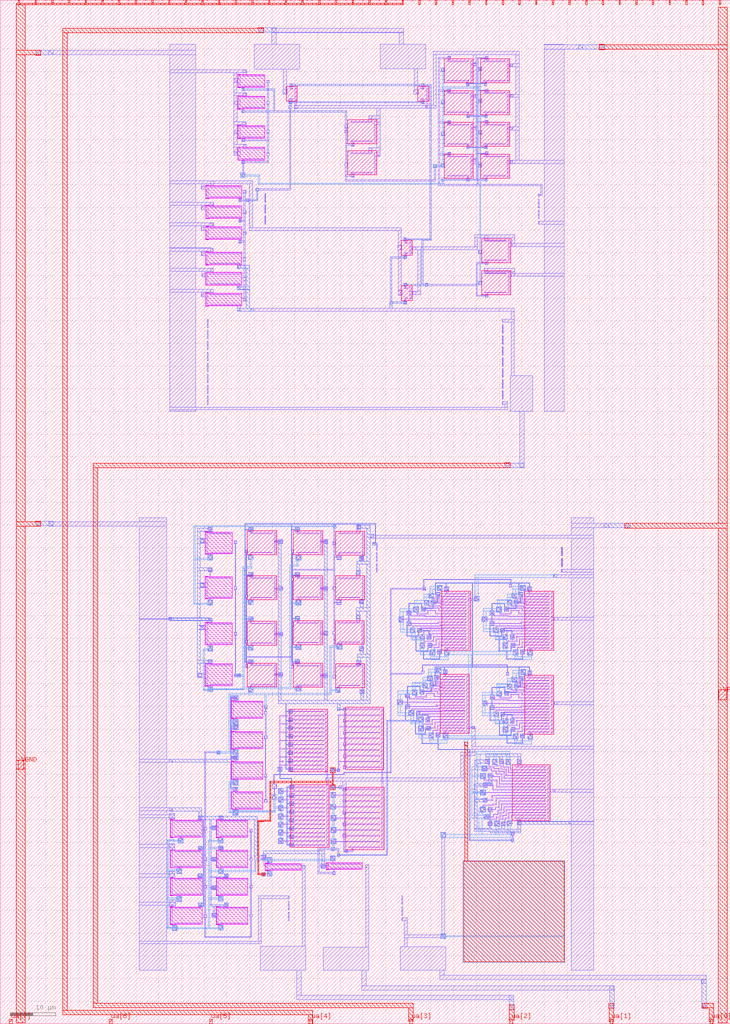
<source format=lef>
VERSION 5.7 ;
  NOWIREEXTENSIONATPIN ON ;
  DIVIDERCHAR "/" ;
  BUSBITCHARS "[]" ;
MACRO tt_block_1x2_pg_ana.def
  CLASS BLOCK ;
  FOREIGN tt_block_1x2_pg_ana.def ;
  ORIGIN 0.000 0.000 ;
  SIZE 161.000 BY 225.760 ;
  PIN clk
    PORT
      LAYER met4 ;
        RECT 154.870 224.760 155.170 225.760 ;
    END
  END clk
  PIN ena
    PORT
      LAYER met4 ;
        RECT 158.550 224.760 158.850 225.760 ;
    END
  END ena
  PIN rst_n
    PORT
      LAYER met4 ;
        RECT 151.190 224.760 151.490 225.760 ;
    END
  END rst_n
  PIN ua[0]
    ANTENNADIFFAREA 17.639999 ;
    PORT
      LAYER met4 ;
        RECT 156.560 0.000 157.160 1.000 ;
    END
  END ua[0]
  PIN ua[1]
    ANTENNAGATEAREA 4.410000 ;
    PORT
      LAYER met4 ;
        RECT 134.480 0.000 135.080 1.000 ;
    END
  END ua[1]
  PIN ua[2]
    ANTENNAGATEAREA 4.410000 ;
    PORT
      LAYER met4 ;
        RECT 112.400 0.000 113.000 1.000 ;
    END
  END ua[2]
  PIN ua[3]
    ANTENNADIFFAREA 6.095000 ;
    PORT
      LAYER met4 ;
        RECT 90.320 0.000 90.920 1.000 ;
    END
  END ua[3]
  PIN ua[4]
    ANTENNAGATEAREA 4.000000 ;
    PORT
      LAYER met4 ;
        RECT 68.240 0.000 68.840 1.000 ;
    END
  END ua[4]
  PIN ua[5]
    PORT
      LAYER met4 ;
        RECT 46.160 0.000 46.760 1.000 ;
    END
  END ua[5]
  PIN ua[6]
    PORT
      LAYER met4 ;
        RECT 24.080 0.000 24.680 1.000 ;
    END
  END ua[6]
  PIN ua[7]
    PORT
      LAYER met4 ;
        RECT 2.000 0.000 2.600 1.000 ;
    END
  END ua[7]
  PIN ui_in[0]
    PORT
      LAYER met4 ;
        RECT 147.510 224.760 147.810 225.760 ;
    END
  END ui_in[0]
  PIN ui_in[1]
    PORT
      LAYER met4 ;
        RECT 143.830 224.760 144.130 225.760 ;
    END
  END ui_in[1]
  PIN ui_in[2]
    PORT
      LAYER met4 ;
        RECT 140.150 224.760 140.450 225.760 ;
    END
  END ui_in[2]
  PIN ui_in[3]
    PORT
      LAYER met4 ;
        RECT 136.470 224.760 136.770 225.760 ;
    END
  END ui_in[3]
  PIN ui_in[4]
    PORT
      LAYER met4 ;
        RECT 132.790 224.760 133.090 225.760 ;
    END
  END ui_in[4]
  PIN ui_in[5]
    PORT
      LAYER met4 ;
        RECT 129.110 224.760 129.410 225.760 ;
    END
  END ui_in[5]
  PIN ui_in[6]
    PORT
      LAYER met4 ;
        RECT 125.430 224.760 125.730 225.760 ;
    END
  END ui_in[6]
  PIN ui_in[7]
    PORT
      LAYER met4 ;
        RECT 121.750 224.760 122.050 225.760 ;
    END
  END ui_in[7]
  PIN uio_in[0]
    PORT
      LAYER met4 ;
        RECT 118.070 224.760 118.370 225.760 ;
    END
  END uio_in[0]
  PIN uio_in[1]
    PORT
      LAYER met4 ;
        RECT 114.390 224.760 114.690 225.760 ;
    END
  END uio_in[1]
  PIN uio_in[2]
    PORT
      LAYER met4 ;
        RECT 110.710 224.760 111.010 225.760 ;
    END
  END uio_in[2]
  PIN uio_in[3]
    PORT
      LAYER met4 ;
        RECT 107.030 224.760 107.330 225.760 ;
    END
  END uio_in[3]
  PIN uio_in[4]
    PORT
      LAYER met4 ;
        RECT 103.350 224.760 103.650 225.760 ;
    END
  END uio_in[4]
  PIN uio_in[5]
    PORT
      LAYER met4 ;
        RECT 99.670 224.760 99.970 225.760 ;
    END
  END uio_in[5]
  PIN uio_in[6]
    PORT
      LAYER met4 ;
        RECT 95.990 224.760 96.290 225.760 ;
    END
  END uio_in[6]
  PIN uio_in[7]
    PORT
      LAYER met4 ;
        RECT 92.310 224.760 92.610 225.760 ;
    END
  END uio_in[7]
  PIN uio_oe[0]
    ANTENNAGATEAREA 4.000000 ;
    ANTENNADIFFAREA 78.979797 ;
    PORT
      LAYER met4 ;
        RECT 29.750 224.760 30.050 225.760 ;
    END
  END uio_oe[0]
  PIN uio_oe[1]
    ANTENNAGATEAREA 4.000000 ;
    ANTENNADIFFAREA 78.979797 ;
    PORT
      LAYER met4 ;
        RECT 26.070 224.760 26.370 225.760 ;
    END
  END uio_oe[1]
  PIN uio_oe[2]
    ANTENNAGATEAREA 4.000000 ;
    ANTENNADIFFAREA 78.979797 ;
    PORT
      LAYER met4 ;
        RECT 22.390 224.760 22.690 225.760 ;
    END
  END uio_oe[2]
  PIN uio_oe[3]
    ANTENNAGATEAREA 4.000000 ;
    ANTENNADIFFAREA 78.979797 ;
    PORT
      LAYER met4 ;
        RECT 18.710 224.760 19.010 225.760 ;
    END
  END uio_oe[3]
  PIN uio_oe[4]
    ANTENNAGATEAREA 4.000000 ;
    ANTENNADIFFAREA 78.979797 ;
    PORT
      LAYER met4 ;
        RECT 15.030 224.760 15.330 225.760 ;
    END
  END uio_oe[4]
  PIN uio_oe[5]
    ANTENNAGATEAREA 4.000000 ;
    ANTENNADIFFAREA 78.979797 ;
    PORT
      LAYER met4 ;
        RECT 11.350 224.760 11.650 225.760 ;
    END
  END uio_oe[5]
  PIN uio_oe[6]
    ANTENNAGATEAREA 4.000000 ;
    ANTENNADIFFAREA 78.979797 ;
    PORT
      LAYER met4 ;
        RECT 7.670 224.760 7.970 225.760 ;
    END
  END uio_oe[6]
  PIN uio_oe[7]
    ANTENNAGATEAREA 4.000000 ;
    ANTENNADIFFAREA 78.979797 ;
    PORT
      LAYER met4 ;
        RECT 3.990 224.760 4.290 225.760 ;
    END
  END uio_oe[7]
  PIN uio_out[0]
    ANTENNAGATEAREA 4.000000 ;
    ANTENNADIFFAREA 78.979797 ;
    PORT
      LAYER met4 ;
        RECT 59.190 224.760 59.490 225.760 ;
    END
  END uio_out[0]
  PIN uio_out[1]
    ANTENNAGATEAREA 4.000000 ;
    ANTENNADIFFAREA 78.979797 ;
    PORT
      LAYER met4 ;
        RECT 55.510 224.760 55.810 225.760 ;
    END
  END uio_out[1]
  PIN uio_out[2]
    ANTENNAGATEAREA 4.000000 ;
    ANTENNADIFFAREA 78.979797 ;
    PORT
      LAYER met4 ;
        RECT 51.830 224.760 52.130 225.760 ;
    END
  END uio_out[2]
  PIN uio_out[3]
    ANTENNAGATEAREA 4.000000 ;
    ANTENNADIFFAREA 78.979797 ;
    PORT
      LAYER met4 ;
        RECT 48.150 224.760 48.450 225.760 ;
    END
  END uio_out[3]
  PIN uio_out[4]
    ANTENNAGATEAREA 4.000000 ;
    ANTENNADIFFAREA 78.979797 ;
    PORT
      LAYER met4 ;
        RECT 44.470 224.760 44.770 225.760 ;
    END
  END uio_out[4]
  PIN uio_out[5]
    ANTENNAGATEAREA 4.000000 ;
    ANTENNADIFFAREA 78.979797 ;
    PORT
      LAYER met4 ;
        RECT 40.790 224.760 41.090 225.760 ;
    END
  END uio_out[5]
  PIN uio_out[6]
    ANTENNAGATEAREA 4.000000 ;
    ANTENNADIFFAREA 78.979797 ;
    PORT
      LAYER met4 ;
        RECT 37.110 224.760 37.410 225.760 ;
    END
  END uio_out[6]
  PIN uio_out[7]
    ANTENNAGATEAREA 4.000000 ;
    ANTENNADIFFAREA 78.979797 ;
    PORT
      LAYER met4 ;
        RECT 33.430 224.760 33.730 225.760 ;
    END
  END uio_out[7]
  PIN uo_out[0]
    ANTENNAGATEAREA 4.000000 ;
    ANTENNADIFFAREA 78.979797 ;
    PORT
      LAYER met4 ;
        RECT 88.630 224.760 88.930 225.760 ;
    END
  END uo_out[0]
  PIN uo_out[1]
    ANTENNAGATEAREA 4.000000 ;
    ANTENNADIFFAREA 78.979797 ;
    PORT
      LAYER met4 ;
        RECT 84.950 224.760 85.250 225.760 ;
    END
  END uo_out[1]
  PIN uo_out[2]
    ANTENNAGATEAREA 4.000000 ;
    ANTENNADIFFAREA 78.979797 ;
    PORT
      LAYER met4 ;
        RECT 81.270 224.760 81.570 225.760 ;
    END
  END uo_out[2]
  PIN uo_out[3]
    ANTENNAGATEAREA 4.000000 ;
    ANTENNADIFFAREA 78.979797 ;
    PORT
      LAYER met4 ;
        RECT 77.590 224.760 77.890 225.760 ;
    END
  END uo_out[3]
  PIN uo_out[4]
    ANTENNAGATEAREA 4.000000 ;
    ANTENNADIFFAREA 78.979797 ;
    PORT
      LAYER met4 ;
        RECT 73.910 224.760 74.210 225.760 ;
    END
  END uo_out[4]
  PIN uo_out[5]
    ANTENNAGATEAREA 4.000000 ;
    ANTENNADIFFAREA 78.979797 ;
    PORT
      LAYER met4 ;
        RECT 70.230 224.760 70.530 225.760 ;
    END
  END uo_out[5]
  PIN uo_out[6]
    ANTENNAGATEAREA 4.000000 ;
    ANTENNADIFFAREA 78.979797 ;
    PORT
      LAYER met4 ;
        RECT 66.550 224.760 66.850 225.760 ;
    END
  END uo_out[6]
  PIN uo_out[7]
    ANTENNAGATEAREA 4.000000 ;
    ANTENNADIFFAREA 78.979797 ;
    PORT
      LAYER met4 ;
        RECT 62.870 224.760 63.170 225.760 ;
    END
  END uo_out[7]
  PIN VPWR
    DIRECTION INOUT ;
    USE POWER ;
    PORT
      LAYER met4 ;
        RECT 158.490 71.430 160.250 73.680 ;
    END
  END VPWR
  PIN VGND
    DIRECTION INOUT ;
    USE GROUND ;
    PORT
      LAYER met4 ;
        RECT 3.920 56.100 5.170 58.070 ;
    END
  END VGND
  OBS
      LAYER pwell ;
        RECT 52.415 209.310 53.085 209.390 ;
        RECT 52.415 206.520 58.355 209.310 ;
      LAYER nwell ;
        RECT 97.890 207.500 104.310 212.780 ;
        RECT 105.970 207.500 112.390 212.780 ;
      LAYER pwell ;
        RECT 52.415 206.440 53.085 206.520 ;
        RECT 52.415 204.610 53.085 204.690 ;
        RECT 52.415 201.820 58.355 204.610 ;
      LAYER nwell ;
        RECT 63.075 203.430 65.495 206.710 ;
        RECT 92.055 203.465 94.475 206.745 ;
      LAYER pwell ;
        RECT 52.415 201.740 53.085 201.820 ;
      LAYER nwell ;
        RECT 97.890 200.510 104.310 205.790 ;
        RECT 105.970 200.510 112.390 205.790 ;
      LAYER pwell ;
        RECT 52.415 198.075 53.085 198.155 ;
        RECT 52.415 195.285 58.355 198.075 ;
        RECT 52.415 195.205 53.085 195.285 ;
      LAYER nwell ;
        RECT 76.600 194.120 83.020 199.400 ;
        RECT 97.890 193.520 104.310 198.800 ;
        RECT 105.970 193.520 112.390 198.800 ;
      LAYER pwell ;
        RECT 52.415 193.265 53.085 193.345 ;
        RECT 52.415 190.475 58.355 193.265 ;
        RECT 52.415 190.395 53.085 190.475 ;
      LAYER nwell ;
        RECT 76.600 187.205 83.020 192.485 ;
        RECT 97.890 186.495 104.310 191.775 ;
        RECT 105.970 186.495 112.390 191.775 ;
      LAYER pwell ;
        RECT 45.320 184.870 45.990 184.950 ;
        RECT 45.320 182.080 53.260 184.870 ;
        RECT 45.320 182.000 45.990 182.080 ;
        RECT 45.320 180.395 45.990 180.475 ;
        RECT 45.320 177.605 53.260 180.395 ;
        RECT 45.320 177.525 45.990 177.605 ;
        RECT 45.320 175.780 45.990 175.860 ;
        RECT 45.320 172.990 53.260 175.780 ;
        RECT 45.320 172.910 45.990 172.990 ;
        RECT 45.300 170.205 45.970 170.285 ;
        RECT 45.300 167.415 53.240 170.205 ;
      LAYER nwell ;
        RECT 88.450 169.495 90.870 172.775 ;
        RECT 106.195 167.880 112.615 173.160 ;
      LAYER pwell ;
        RECT 45.300 167.335 45.970 167.415 ;
        RECT 45.300 165.690 45.970 165.770 ;
        RECT 45.300 162.900 53.240 165.690 ;
        RECT 45.300 162.820 45.970 162.900 ;
        RECT 45.300 161.100 45.970 161.180 ;
        RECT 45.300 158.310 53.240 161.100 ;
      LAYER nwell ;
        RECT 88.445 159.495 90.865 162.775 ;
        RECT 106.195 160.770 112.615 166.050 ;
      LAYER pwell ;
        RECT 45.300 158.230 45.970 158.310 ;
        RECT 45.250 108.400 45.920 108.480 ;
        RECT 45.250 103.610 51.190 108.400 ;
        RECT 45.250 103.530 45.920 103.610 ;
      LAYER nwell ;
        RECT 54.515 103.420 60.935 108.700 ;
        RECT 64.665 103.420 71.085 108.700 ;
        RECT 73.945 103.375 80.365 108.655 ;
      LAYER pwell ;
        RECT 45.250 98.585 45.920 98.665 ;
        RECT 45.250 93.795 51.190 98.585 ;
        RECT 45.250 93.715 45.920 93.795 ;
      LAYER nwell ;
        RECT 54.515 93.525 60.935 98.805 ;
        RECT 64.665 93.545 71.085 98.825 ;
        RECT 73.945 93.485 80.365 98.765 ;
      LAYER pwell ;
        RECT 45.250 88.425 45.920 88.505 ;
        RECT 45.250 83.635 51.190 88.425 ;
        RECT 45.250 83.555 45.920 83.635 ;
      LAYER nwell ;
        RECT 54.515 83.480 60.935 88.760 ;
        RECT 64.665 83.605 71.085 88.885 ;
        RECT 73.900 83.650 80.320 88.930 ;
        RECT 97.345 82.390 103.765 95.360 ;
        RECT 115.690 82.390 122.110 95.360 ;
      LAYER pwell ;
        RECT 45.250 79.360 45.920 79.440 ;
        RECT 45.250 74.570 51.190 79.360 ;
        RECT 45.250 74.490 45.920 74.570 ;
      LAYER nwell ;
        RECT 54.515 74.280 60.935 79.560 ;
        RECT 64.665 74.185 71.085 79.465 ;
        RECT 73.945 74.090 80.365 79.370 ;
      LAYER pwell ;
        RECT 50.935 71.145 51.605 71.225 ;
        RECT 50.935 67.355 57.875 71.145 ;
        RECT 50.935 67.275 51.605 67.355 ;
        RECT 50.935 64.455 51.605 64.535 ;
        RECT 50.935 60.665 57.875 64.455 ;
        RECT 50.935 60.585 51.605 60.665 ;
        RECT 50.935 57.765 51.605 57.845 ;
        RECT 50.935 53.975 57.875 57.765 ;
      LAYER nwell ;
        RECT 63.860 55.625 72.280 69.365 ;
        RECT 76.215 56.045 84.635 69.845 ;
        RECT 97.040 64.100 103.460 77.070 ;
        RECT 115.695 63.855 122.115 76.825 ;
      LAYER pwell ;
        RECT 50.935 53.895 51.605 53.975 ;
        RECT 50.935 51.125 51.605 51.205 ;
        RECT 50.935 47.335 57.875 51.125 ;
        RECT 50.935 47.255 51.605 47.335 ;
        RECT 37.465 44.925 38.135 45.005 ;
        RECT 47.590 44.925 48.260 45.005 ;
        RECT 37.465 41.135 44.505 44.925 ;
        RECT 47.590 41.135 54.630 44.925 ;
        RECT 37.465 41.055 38.135 41.135 ;
        RECT 47.590 41.055 48.260 41.135 ;
      LAYER nwell ;
        RECT 64.115 38.920 72.535 52.660 ;
        RECT 76.235 38.400 84.655 52.200 ;
        RECT 112.880 44.825 121.300 57.165 ;
      LAYER pwell ;
        RECT 37.465 38.230 38.135 38.310 ;
        RECT 47.590 38.230 48.260 38.310 ;
        RECT 37.465 34.440 44.505 38.230 ;
        RECT 47.590 34.440 54.630 38.230 ;
        RECT 71.945 35.470 72.615 35.550 ;
        RECT 58.495 35.295 59.165 35.375 ;
        RECT 37.465 34.360 38.135 34.440 ;
        RECT 47.590 34.360 48.260 34.440 ;
        RECT 58.495 33.875 66.435 35.295 ;
        RECT 71.945 34.050 79.885 35.470 ;
        RECT 71.945 33.970 72.615 34.050 ;
        RECT 58.495 33.795 59.165 33.875 ;
        RECT 37.465 32.115 38.135 32.195 ;
        RECT 47.590 32.115 48.260 32.195 ;
        RECT 37.465 28.325 44.505 32.115 ;
        RECT 47.590 28.325 54.630 32.115 ;
        RECT 37.465 28.245 38.135 28.325 ;
        RECT 47.590 28.245 48.260 28.325 ;
        RECT 37.465 25.710 38.135 25.790 ;
        RECT 47.590 25.710 48.260 25.790 ;
        RECT 37.465 21.920 44.505 25.710 ;
        RECT 47.590 21.920 54.630 25.710 ;
        RECT 37.465 21.840 38.135 21.920 ;
        RECT 47.590 21.840 48.260 21.920 ;
      LAYER li1 ;
        RECT 98.765 212.760 99.295 213.290 ;
        RECT 107.045 212.760 107.575 213.290 ;
        RECT 98.880 212.365 99.180 212.760 ;
        RECT 98.575 212.195 103.325 212.365 ;
        RECT 103.760 211.700 104.090 212.445 ;
        RECT 107.160 212.365 107.460 212.760 ;
        RECT 106.655 212.195 111.405 212.365 ;
        RECT 104.375 211.700 104.905 211.835 ;
        RECT 103.760 211.370 104.905 211.700 ;
        RECT 52.585 208.395 52.915 209.220 ;
        RECT 53.620 209.140 54.320 210.330 ;
        RECT 97.370 210.100 97.970 210.700 ;
        RECT 53.350 208.970 58.100 209.140 ;
        RECT 51.675 207.695 52.915 208.395 ;
        RECT 52.585 206.610 52.915 207.695 ;
        RECT 58.780 207.550 59.310 208.080 ;
        RECT 98.575 207.915 103.325 208.085 ;
        RECT 103.010 207.500 103.180 207.915 ;
        RECT 103.760 207.835 104.090 211.370 ;
        RECT 104.375 211.305 104.905 211.370 ;
        RECT 111.840 211.545 112.170 212.445 ;
        RECT 112.475 211.545 113.005 211.685 ;
        RECT 111.840 211.215 113.005 211.545 ;
        RECT 105.565 210.240 106.165 210.840 ;
        RECT 106.655 207.915 111.405 208.085 ;
        RECT 106.860 207.770 107.165 207.915 ;
        RECT 111.840 207.835 112.170 211.215 ;
        RECT 112.475 211.155 113.005 211.215 ;
        RECT 106.865 207.500 107.165 207.770 ;
        RECT 53.350 206.690 58.100 206.860 ;
        RECT 63.880 206.760 64.410 207.290 ;
        RECT 92.965 206.760 93.495 207.290 ;
        RECT 102.830 206.970 103.360 207.500 ;
        RECT 106.750 206.970 107.280 207.500 ;
        RECT 53.420 206.360 53.720 206.690 ;
        RECT 53.305 205.830 53.835 206.360 ;
        RECT 63.995 206.295 64.165 206.760 ;
        RECT 64.965 206.375 65.295 206.395 ;
        RECT 63.800 206.125 64.470 206.295 ;
        RECT 52.585 203.495 52.915 204.520 ;
        RECT 53.610 204.440 54.310 205.265 ;
        RECT 62.340 205.050 63.230 205.940 ;
        RECT 53.350 204.270 58.100 204.440 ;
        RECT 63.800 203.950 64.470 204.015 ;
        RECT 51.675 202.795 52.915 203.495 ;
        RECT 63.785 203.845 64.470 203.950 ;
        RECT 63.785 203.485 64.185 203.845 ;
        RECT 64.945 203.765 65.295 206.375 ;
        RECT 93.090 206.330 93.390 206.760 ;
        RECT 92.780 206.160 93.450 206.330 ;
        RECT 93.090 206.125 93.390 206.160 ;
        RECT 91.250 205.050 92.140 205.940 ;
        RECT 92.780 203.880 93.450 204.050 ;
        RECT 93.925 203.940 94.255 206.410 ;
        RECT 98.765 205.565 99.295 206.095 ;
        RECT 107.045 205.565 107.575 206.095 ;
        RECT 98.880 205.375 99.180 205.565 ;
        RECT 98.575 205.205 103.325 205.375 ;
        RECT 58.780 202.895 59.310 203.425 ;
        RECT 63.700 202.955 64.230 203.485 ;
        RECT 52.585 201.910 52.915 202.795 ;
        RECT 64.965 202.410 65.295 203.765 ;
        RECT 93.090 203.505 93.390 203.880 ;
        RECT 93.900 203.800 94.255 203.940 ;
        RECT 103.760 204.780 104.090 205.455 ;
        RECT 107.160 205.375 107.460 205.565 ;
        RECT 106.655 205.205 111.405 205.375 ;
        RECT 104.395 204.780 104.925 204.920 ;
        RECT 103.760 204.450 104.925 204.780 ;
        RECT 92.965 202.975 93.495 203.505 ;
        RECT 93.900 202.505 94.230 203.800 ;
        RECT 97.370 202.925 97.970 203.525 ;
        RECT 53.350 201.990 58.100 202.160 ;
        RECT 53.380 201.550 53.680 201.990 ;
        RECT 64.965 201.980 65.505 202.410 ;
        RECT 64.975 201.880 65.505 201.980 ;
        RECT 93.775 201.975 94.305 202.505 ;
        RECT 53.265 201.020 53.795 201.550 ;
        RECT 98.575 200.925 103.325 201.095 ;
        RECT 103.095 200.435 103.265 200.925 ;
        RECT 103.760 200.845 104.090 204.450 ;
        RECT 104.395 204.390 104.925 204.450 ;
        RECT 111.840 204.780 112.170 205.455 ;
        RECT 112.475 204.780 113.005 204.920 ;
        RECT 111.840 204.450 113.005 204.780 ;
        RECT 105.565 203.160 106.165 203.760 ;
        RECT 106.655 200.925 111.405 201.095 ;
        RECT 106.950 200.435 107.250 200.925 ;
        RECT 111.840 200.845 112.170 204.450 ;
        RECT 112.475 204.390 113.005 204.450 ;
        RECT 81.245 198.985 81.945 200.205 ;
        RECT 102.915 199.905 103.445 200.435 ;
        RECT 106.835 199.905 107.365 200.435 ;
        RECT 52.585 196.960 52.915 197.985 ;
        RECT 53.535 197.905 54.235 198.835 ;
        RECT 77.285 198.815 82.035 198.985 ;
        RECT 82.470 198.945 82.800 199.065 ;
        RECT 82.470 198.245 83.770 198.945 ;
        RECT 98.765 198.590 99.295 199.120 ;
        RECT 107.045 198.660 107.575 199.190 ;
        RECT 98.880 198.385 99.180 198.590 ;
        RECT 53.350 197.735 58.100 197.905 ;
        RECT 51.675 196.260 52.915 196.960 ;
        RECT 58.780 196.500 59.310 197.030 ;
        RECT 76.045 196.515 76.575 197.045 ;
        RECT 52.585 195.375 52.915 196.260 ;
        RECT 53.350 195.455 58.100 195.625 ;
        RECT 53.435 195.130 53.735 195.455 ;
        RECT 53.320 194.600 53.850 195.130 ;
        RECT 77.285 194.535 82.035 194.705 ;
        RECT 77.605 194.150 77.905 194.535 ;
        RECT 82.470 194.455 82.800 198.245 ;
        RECT 98.575 198.215 103.325 198.385 ;
        RECT 103.760 197.605 104.090 198.465 ;
        RECT 107.160 198.385 107.460 198.660 ;
        RECT 106.655 198.215 111.405 198.385 ;
        RECT 104.395 197.605 104.925 197.810 ;
        RECT 103.760 197.280 104.925 197.605 ;
        RECT 111.840 197.605 112.170 198.465 ;
        RECT 112.475 197.605 113.005 197.810 ;
        RECT 111.840 197.280 113.005 197.605 ;
        RECT 103.760 197.275 104.825 197.280 ;
        RECT 111.840 197.275 112.905 197.280 ;
        RECT 97.370 195.975 97.970 196.575 ;
        RECT 52.585 192.270 52.915 193.175 ;
        RECT 53.590 193.095 54.290 193.910 ;
        RECT 77.490 193.620 78.020 194.150 ;
        RECT 98.575 193.935 103.325 194.105 ;
        RECT 103.095 193.555 103.265 193.935 ;
        RECT 103.760 193.855 104.090 197.275 ;
        RECT 105.565 196.290 106.165 196.890 ;
        RECT 106.655 193.935 111.405 194.105 ;
        RECT 106.950 193.555 107.250 193.935 ;
        RECT 111.840 193.855 112.170 197.275 ;
        RECT 53.350 192.925 58.100 193.095 ;
        RECT 51.675 191.570 52.915 192.270 ;
        RECT 81.245 192.070 81.945 193.100 ;
        RECT 102.915 193.025 103.445 193.555 ;
        RECT 106.835 193.025 107.365 193.555 ;
        RECT 52.585 190.565 52.915 191.570 ;
        RECT 58.780 191.455 59.310 191.985 ;
        RECT 77.285 191.900 82.035 192.070 ;
        RECT 82.470 192.050 82.800 192.150 ;
        RECT 82.470 191.350 83.770 192.050 ;
        RECT 98.765 191.615 99.295 192.145 ;
        RECT 107.045 191.680 107.575 192.210 ;
        RECT 98.945 191.360 99.115 191.615 ;
        RECT 53.350 190.645 58.100 190.815 ;
        RECT 53.400 190.310 53.700 190.645 ;
        RECT 53.320 189.780 53.850 190.310 ;
        RECT 76.025 189.240 76.555 189.770 ;
        RECT 77.285 187.620 82.035 187.790 ;
        RECT 77.605 187.285 77.905 187.620 ;
        RECT 82.470 187.540 82.800 191.350 ;
        RECT 98.575 191.190 103.325 191.360 ;
        RECT 103.760 190.505 104.090 191.440 ;
        RECT 107.160 191.360 107.460 191.680 ;
        RECT 106.655 191.190 111.405 191.360 ;
        RECT 104.395 190.505 104.925 190.745 ;
        RECT 103.760 190.215 104.925 190.505 ;
        RECT 103.760 190.175 104.825 190.215 ;
        RECT 97.370 188.950 97.970 189.550 ;
        RECT 77.490 186.755 78.020 187.285 ;
        RECT 98.575 186.910 103.325 187.080 ;
        RECT 103.095 186.395 103.265 186.910 ;
        RECT 103.760 186.830 104.090 190.175 ;
        RECT 111.840 190.065 112.170 191.440 ;
        RECT 112.475 190.065 113.005 190.305 ;
        RECT 111.840 189.775 113.005 190.065 ;
        RECT 111.840 189.735 112.905 189.775 ;
        RECT 105.565 188.950 106.165 189.550 ;
        RECT 106.655 186.910 111.405 187.080 ;
        RECT 106.950 186.395 107.250 186.910 ;
        RECT 111.840 186.830 112.170 189.735 ;
        RECT 45.490 184.700 45.820 184.780 ;
        RECT 46.355 184.700 47.055 185.875 ;
        RECT 102.915 185.865 103.445 186.395 ;
        RECT 106.835 185.865 107.365 186.395 ;
        RECT 44.430 184.000 45.820 184.700 ;
        RECT 46.235 184.530 53.025 184.700 ;
        RECT 45.490 182.170 45.820 184.000 ;
        RECT 53.640 183.185 54.170 183.715 ;
        RECT 46.235 182.250 53.025 182.420 ;
        RECT 52.720 181.890 53.020 182.250 ;
        RECT 52.630 181.360 53.160 181.890 ;
        RECT 58.325 181.170 58.495 183.050 ;
        RECT 118.660 182.380 118.830 183.050 ;
        RECT 45.490 180.245 45.820 180.305 ;
        RECT 44.430 179.545 45.820 180.245 ;
        RECT 46.355 180.225 47.055 181.145 ;
        RECT 46.235 180.055 53.025 180.225 ;
        RECT 45.490 177.695 45.820 179.545 ;
        RECT 53.640 178.730 54.170 179.260 ;
        RECT 58.325 178.750 58.495 180.630 ;
        RECT 118.660 179.960 118.830 181.840 ;
        RECT 46.235 177.775 53.025 177.945 ;
        RECT 52.715 177.375 53.015 177.775 ;
        RECT 52.630 176.845 53.160 177.375 ;
        RECT 45.490 175.645 45.820 175.690 ;
        RECT 44.430 174.945 45.820 175.645 ;
        RECT 46.355 175.610 47.055 176.580 ;
        RECT 58.325 176.330 58.495 178.210 ;
        RECT 118.660 177.540 118.830 179.420 ;
        RECT 118.660 176.330 118.830 177.000 ;
        RECT 46.235 175.440 53.025 175.610 ;
        RECT 45.490 173.080 45.820 174.945 ;
        RECT 53.640 174.035 54.170 174.565 ;
        RECT 46.235 173.160 53.025 173.330 ;
        RECT 52.720 172.775 53.020 173.160 ;
        RECT 52.630 172.245 53.160 172.775 ;
        RECT 89.030 172.745 89.560 173.275 ;
        RECT 106.780 172.745 107.480 173.765 ;
        RECT 89.175 172.360 89.475 172.745 ;
        RECT 106.780 172.640 111.630 172.745 ;
        RECT 106.880 172.575 111.630 172.640 ;
        RECT 89.175 172.190 89.845 172.360 ;
        RECT 89.175 172.130 89.475 172.190 ;
        RECT 45.470 170.100 45.800 170.115 ;
        RECT 44.430 169.400 45.800 170.100 ;
        RECT 46.270 170.035 46.970 171.010 ;
        RECT 87.675 170.740 88.565 171.630 ;
        RECT 90.320 171.385 90.650 172.440 ;
        RECT 112.065 172.085 112.395 172.825 ;
        RECT 112.065 171.385 113.510 172.085 ;
        RECT 90.320 170.685 91.585 171.385 ;
        RECT 46.215 169.865 53.005 170.035 ;
        RECT 89.175 169.910 89.845 170.080 ;
        RECT 45.470 167.505 45.800 169.400 ;
        RECT 89.175 169.305 89.475 169.910 ;
        RECT 90.320 169.830 90.650 170.685 ;
        RECT 105.535 169.885 106.135 170.485 ;
        RECT 53.615 168.325 54.145 168.855 ;
        RECT 89.055 168.775 89.585 169.305 ;
        RECT 106.980 168.465 107.680 168.475 ;
        RECT 106.880 168.295 111.630 168.465 ;
        RECT 46.215 167.585 53.005 167.755 ;
        RECT 45.470 165.460 45.800 165.600 ;
        RECT 46.270 165.520 46.970 166.560 ;
        RECT 52.285 166.550 52.985 167.585 ;
        RECT 106.980 167.350 107.680 168.295 ;
        RECT 112.065 168.215 112.395 171.385 ;
        RECT 106.780 165.635 107.480 166.595 ;
        RECT 106.780 165.545 111.630 165.635 ;
        RECT 44.495 164.760 45.800 165.460 ;
        RECT 46.215 165.350 53.005 165.520 ;
        RECT 106.880 165.465 111.630 165.545 ;
        RECT 112.065 165.530 112.395 165.715 ;
        RECT 45.470 162.990 45.800 164.760 ;
        RECT 112.065 164.830 113.420 165.530 ;
        RECT 53.645 164.015 54.175 164.545 ;
        RECT 46.215 163.070 53.005 163.240 ;
        RECT 52.285 162.010 52.985 163.070 ;
        RECT 89.045 162.685 89.575 163.215 ;
        RECT 93.770 162.715 94.300 163.245 ;
        RECT 105.535 163.095 106.135 163.695 ;
        RECT 89.180 162.360 89.480 162.685 ;
        RECT 89.170 162.190 89.840 162.360 ;
        RECT 89.180 162.120 89.480 162.190 ;
        RECT 45.470 160.995 45.800 161.010 ;
        RECT 44.430 160.295 45.800 160.995 ;
        RECT 46.270 160.930 46.970 161.985 ;
        RECT 46.215 160.760 53.005 160.930 ;
        RECT 87.765 160.780 88.655 161.670 ;
        RECT 90.315 161.430 90.645 162.440 ;
        RECT 45.470 158.400 45.800 160.295 ;
        RECT 90.315 160.730 91.650 161.430 ;
        RECT 106.880 161.185 111.630 161.355 ;
        RECT 53.625 159.415 54.155 159.945 ;
        RECT 89.170 159.910 89.840 160.080 ;
        RECT 89.180 159.315 89.480 159.910 ;
        RECT 90.315 159.830 90.645 160.730 ;
        RECT 106.980 160.210 107.680 161.185 ;
        RECT 112.065 161.105 112.395 164.830 ;
        RECT 89.055 158.785 89.585 159.315 ;
        RECT 46.215 158.480 53.005 158.650 ;
        RECT 52.265 157.260 52.965 158.480 ;
        RECT 45.685 153.510 45.855 155.390 ;
        RECT 110.690 154.720 110.860 155.390 ;
        RECT 45.685 151.090 45.855 152.970 ;
        RECT 110.690 152.300 110.860 154.180 ;
        RECT 45.685 148.670 45.855 150.550 ;
        RECT 110.690 149.880 110.860 151.760 ;
        RECT 45.685 146.250 45.855 148.130 ;
        RECT 110.690 147.460 110.860 149.340 ;
        RECT 45.685 143.830 45.855 145.710 ;
        RECT 110.690 145.040 110.860 146.920 ;
        RECT 45.685 141.410 45.855 143.290 ;
        RECT 110.690 142.620 110.860 144.500 ;
        RECT 45.685 138.990 45.855 140.870 ;
        RECT 110.690 140.200 110.860 142.080 ;
        RECT 45.685 136.570 45.855 138.450 ;
        RECT 110.690 137.780 110.860 139.660 ;
        RECT 110.690 136.570 110.860 137.240 ;
        RECT 46.055 108.910 46.585 109.080 ;
        RECT 55.040 108.920 55.570 109.090 ;
        RECT 65.275 108.920 65.805 109.090 ;
        RECT 45.420 107.065 45.750 108.310 ;
        RECT 46.230 108.230 46.400 108.910 ;
        RECT 55.215 108.285 55.385 108.920 ;
        RECT 46.185 108.060 50.935 108.230 ;
        RECT 55.200 108.115 59.950 108.285 ;
        RECT 46.230 108.055 46.400 108.060 ;
        RECT 44.065 106.065 45.750 107.065 ;
        RECT 60.385 106.490 60.715 108.365 ;
        RECT 65.450 108.285 65.620 108.920 ;
        RECT 65.350 108.115 70.100 108.285 ;
        RECT 70.535 106.530 70.865 108.365 ;
        RECT 78.665 108.240 79.365 109.670 ;
        RECT 74.630 108.070 79.380 108.240 ;
        RECT 78.665 108.060 79.365 108.070 ;
        RECT 45.420 103.700 45.750 106.065 ;
        RECT 51.595 105.925 52.125 106.455 ;
        RECT 60.385 106.420 61.760 106.490 ;
        RECT 70.535 106.420 71.970 106.530 ;
        RECT 60.385 106.250 62.045 106.420 ;
        RECT 70.535 106.250 72.070 106.420 ;
        RECT 60.385 106.160 61.760 106.250 ;
        RECT 70.535 106.200 71.970 106.250 ;
        RECT 54.035 103.960 54.565 104.490 ;
        RECT 46.185 103.780 50.935 103.950 ;
        RECT 55.200 103.835 59.950 104.005 ;
        RECT 46.255 103.330 46.425 103.780 ;
        RECT 55.240 103.365 55.410 103.835 ;
        RECT 60.385 103.755 60.715 106.160 ;
        RECT 64.195 103.930 64.725 104.460 ;
        RECT 65.350 103.835 70.100 104.005 ;
        RECT 45.795 102.330 46.795 103.330 ;
        RECT 54.780 102.365 55.780 103.365 ;
        RECT 65.735 103.305 65.905 103.835 ;
        RECT 70.535 103.755 70.865 106.200 ;
        RECT 73.395 105.720 73.925 106.250 ;
        RECT 74.630 103.790 79.380 103.960 ;
        RECT 65.275 102.305 66.275 103.305 ;
        RECT 74.650 103.285 74.820 103.790 ;
        RECT 74.245 102.395 75.135 103.285 ;
        RECT 79.815 102.750 80.145 108.320 ;
        RECT 82.970 104.425 83.140 105.095 ;
        RECT 79.530 102.705 80.145 102.750 ;
        RECT 79.430 102.535 80.145 102.705 ;
        RECT 79.530 102.420 80.145 102.535 ;
        RECT 82.970 102.005 83.140 103.885 ;
        RECT 123.805 103.215 123.975 105.095 ;
        RECT 46.055 100.060 46.585 100.230 ;
        RECT 45.420 97.270 45.750 98.495 ;
        RECT 46.230 98.415 46.400 100.060 ;
        RECT 55.040 98.960 55.570 99.130 ;
        RECT 65.275 98.980 65.805 99.150 ;
        RECT 46.185 98.245 50.935 98.415 ;
        RECT 55.215 98.390 55.385 98.960 ;
        RECT 55.200 98.220 59.950 98.390 ;
        RECT 44.065 96.270 45.750 97.270 ;
        RECT 45.420 93.885 45.750 96.270 ;
        RECT 51.615 95.815 52.145 96.345 ;
        RECT 60.385 96.100 60.715 98.470 ;
        RECT 65.450 98.410 65.620 98.980 ;
        RECT 64.195 97.735 64.725 98.265 ;
        RECT 65.350 98.240 70.100 98.410 ;
        RECT 70.535 96.205 70.865 98.490 ;
        RECT 78.665 98.350 79.365 99.765 ;
        RECT 82.970 99.585 83.140 101.465 ;
        RECT 123.805 100.795 123.975 102.675 ;
        RECT 123.805 99.585 123.975 100.255 ;
        RECT 74.630 98.180 79.380 98.350 ;
        RECT 78.665 98.155 79.365 98.180 ;
        RECT 60.385 96.070 61.805 96.100 ;
        RECT 70.535 96.070 71.970 96.205 ;
        RECT 60.385 95.900 62.045 96.070 ;
        RECT 70.535 95.900 72.070 96.070 ;
        RECT 60.385 95.770 61.805 95.900 ;
        RECT 70.535 95.875 71.970 95.900 ;
        RECT 46.185 93.965 50.935 94.135 ;
        RECT 54.035 94.030 54.565 94.560 ;
        RECT 46.255 93.420 46.425 93.965 ;
        RECT 55.200 93.940 59.950 94.110 ;
        RECT 55.240 93.455 55.410 93.940 ;
        RECT 60.385 93.860 60.715 95.770 ;
        RECT 65.350 93.960 70.100 94.130 ;
        RECT 45.795 92.420 46.795 93.420 ;
        RECT 54.780 92.455 55.780 93.455 ;
        RECT 65.735 93.410 65.905 93.960 ;
        RECT 70.535 93.880 70.865 95.875 ;
        RECT 73.415 95.755 73.945 96.285 ;
        RECT 74.630 93.900 79.380 94.070 ;
        RECT 65.275 92.410 66.275 93.410 ;
        RECT 74.650 93.385 74.820 93.900 ;
        RECT 74.245 92.495 75.135 93.385 ;
        RECT 79.815 93.235 80.145 98.430 ;
        RECT 93.260 95.695 93.790 96.225 ;
        RECT 96.465 95.630 97.465 96.630 ;
        RECT 112.295 96.290 112.825 96.820 ;
        RECT 98.155 95.850 98.685 96.020 ;
        RECT 94.560 93.930 95.560 94.905 ;
        RECT 96.225 94.745 96.755 94.770 ;
        RECT 96.225 94.600 96.840 94.745 ;
        RECT 96.595 94.575 96.840 94.600 ;
        RECT 94.560 93.905 96.400 93.930 ;
        RECT 95.135 93.760 96.400 93.905 ;
        RECT 79.530 93.185 80.145 93.235 ;
        RECT 79.430 93.015 80.145 93.185 ;
        RECT 79.530 92.905 80.145 93.015 ;
        RECT 93.530 92.340 94.530 93.340 ;
        RECT 96.230 93.270 96.400 93.760 ;
        RECT 96.670 93.685 96.840 94.575 ;
        RECT 97.190 94.305 97.360 95.630 ;
        RECT 98.335 94.945 98.505 95.850 ;
        RECT 114.795 95.630 115.795 96.630 ;
        RECT 116.485 95.850 117.015 96.020 ;
        RECT 98.030 94.775 102.780 94.945 ;
        RECT 98.030 94.305 102.780 94.315 ;
        RECT 97.190 94.145 102.780 94.305 ;
        RECT 97.190 94.135 98.160 94.145 ;
        RECT 103.215 93.780 103.545 95.025 ;
        RECT 104.595 93.780 105.595 94.220 ;
        RECT 112.890 93.930 113.890 94.905 ;
        RECT 114.555 94.745 115.085 94.770 ;
        RECT 114.555 94.600 115.170 94.745 ;
        RECT 114.925 94.575 115.170 94.600 ;
        RECT 112.890 93.905 114.730 93.930 ;
        RECT 96.670 93.515 102.780 93.685 ;
        RECT 103.215 93.450 105.595 93.780 ;
        RECT 113.465 93.760 114.730 93.905 ;
        RECT 96.230 93.100 97.730 93.270 ;
        RECT 95.175 92.930 95.790 93.100 ;
        RECT 95.620 92.865 95.790 92.930 ;
        RECT 97.560 93.055 97.730 93.100 ;
        RECT 97.560 92.885 102.780 93.055 ;
        RECT 95.620 92.695 97.270 92.865 ;
        RECT 97.100 92.625 97.270 92.695 ;
        RECT 97.100 92.455 97.745 92.625 ;
        RECT 94.360 92.235 94.530 92.340 ;
        RECT 97.575 92.425 97.745 92.455 ;
        RECT 97.575 92.255 102.780 92.425 ;
        RECT 94.360 92.065 97.165 92.235 ;
        RECT 91.180 90.835 92.180 91.835 ;
        RECT 96.995 91.795 97.165 92.065 ;
        RECT 93.420 91.585 96.805 91.755 ;
        RECT 96.995 91.625 102.780 91.795 ;
        RECT 93.420 91.520 93.590 91.585 ;
        RECT 93.060 91.350 93.590 91.520 ;
        RECT 94.215 91.060 96.080 91.230 ;
        RECT 89.860 90.620 90.390 90.705 ;
        RECT 89.860 90.450 90.650 90.620 ;
        RECT 90.480 90.050 90.650 90.450 ;
        RECT 91.830 90.510 92.000 90.835 ;
        RECT 94.215 90.510 94.385 91.060 ;
        RECT 91.830 90.340 94.385 90.510 ;
        RECT 95.910 90.535 96.080 91.060 ;
        RECT 96.635 91.165 96.805 91.585 ;
        RECT 96.635 90.995 102.780 91.165 ;
        RECT 95.910 90.365 102.780 90.535 ;
        RECT 91.470 90.050 93.745 90.075 ;
        RECT 55.040 89.190 55.570 89.360 ;
        RECT 65.275 89.315 65.805 89.485 ;
        RECT 46.055 88.840 46.585 89.010 ;
        RECT 45.420 87.910 45.750 88.335 ;
        RECT 46.230 88.255 46.400 88.840 ;
        RECT 55.225 88.345 55.395 89.190 ;
        RECT 65.460 88.470 65.630 89.315 ;
        RECT 46.185 88.085 50.935 88.255 ;
        RECT 55.200 88.175 59.950 88.345 ;
        RECT 44.065 86.910 45.750 87.910 ;
        RECT 45.420 83.725 45.750 86.910 ;
        RECT 51.595 85.740 52.125 86.270 ;
        RECT 60.385 86.115 60.715 88.425 ;
        RECT 65.350 88.300 70.100 88.470 ;
        RECT 64.195 87.730 64.725 88.260 ;
        RECT 70.535 86.265 70.865 88.550 ;
        RECT 78.615 88.515 79.315 89.955 ;
        RECT 90.480 89.905 93.745 90.050 ;
        RECT 90.480 89.880 91.640 89.905 ;
        RECT 93.575 89.735 102.780 89.905 ;
        RECT 87.965 89.275 88.965 89.675 ;
        RECT 87.965 89.105 102.780 89.275 ;
        RECT 87.965 88.675 88.965 89.105 ;
        RECT 98.030 88.615 102.780 88.645 ;
        RECT 74.585 88.345 79.335 88.515 ;
        RECT 70.535 86.210 71.970 86.265 ;
        RECT 60.385 86.050 61.850 86.115 ;
        RECT 60.385 85.880 62.045 86.050 ;
        RECT 70.535 86.040 72.070 86.210 ;
        RECT 70.535 85.935 71.970 86.040 ;
        RECT 73.355 85.995 73.885 86.525 ;
        RECT 60.385 85.785 61.850 85.880 ;
        RECT 54.035 83.980 54.565 84.510 ;
        RECT 46.185 83.805 50.935 83.975 ;
        RECT 55.200 83.895 59.950 84.065 ;
        RECT 46.255 83.265 46.425 83.805 ;
        RECT 55.240 83.440 55.410 83.895 ;
        RECT 60.385 83.815 60.715 85.785 ;
        RECT 65.350 84.020 70.100 84.190 ;
        RECT 65.735 83.555 65.905 84.020 ;
        RECT 70.535 83.940 70.865 85.935 ;
        RECT 74.585 84.065 79.335 84.235 ;
        RECT 74.590 83.705 74.760 84.065 ;
        RECT 45.795 82.265 46.795 83.265 ;
        RECT 54.780 82.440 55.780 83.440 ;
        RECT 65.275 82.555 66.275 83.555 ;
        RECT 74.320 82.705 75.320 83.705 ;
        RECT 79.770 82.830 80.100 88.595 ;
        RECT 96.490 88.475 102.780 88.615 ;
        RECT 96.490 88.445 98.245 88.475 ;
        RECT 96.490 88.345 96.660 88.445 ;
        RECT 89.860 88.175 96.660 88.345 ;
        RECT 97.055 88.015 98.195 88.030 ;
        RECT 97.055 87.860 102.780 88.015 ;
        RECT 97.055 87.810 97.225 87.860 ;
        RECT 98.030 87.845 102.780 87.860 ;
        RECT 90.915 87.640 97.225 87.810 ;
        RECT 90.915 87.295 91.085 87.640 ;
        RECT 98.030 87.365 102.780 87.385 ;
        RECT 97.515 87.325 102.780 87.365 ;
        RECT 90.500 86.295 91.500 87.295 ;
        RECT 92.640 87.215 102.780 87.325 ;
        RECT 92.640 87.195 98.185 87.215 ;
        RECT 92.640 87.155 97.685 87.195 ;
        RECT 92.640 86.880 92.810 87.155 ;
        RECT 92.195 86.710 92.810 86.880 ;
        RECT 93.295 86.585 102.780 86.755 ;
        RECT 93.295 85.870 93.465 86.585 ;
        RECT 94.760 85.955 102.780 86.125 ;
        RECT 92.575 84.870 93.575 85.870 ;
        RECT 94.760 85.360 94.930 85.955 ;
        RECT 94.300 85.190 94.930 85.360 ;
        RECT 94.480 85.150 94.930 85.190 ;
        RECT 95.470 85.325 102.780 85.495 ;
        RECT 95.470 84.455 95.640 85.325 ;
        RECT 93.450 84.285 95.640 84.455 ;
        RECT 96.080 84.695 102.780 84.865 ;
        RECT 93.450 83.925 93.620 84.285 ;
        RECT 92.575 83.340 93.620 83.925 ;
        RECT 96.080 83.605 96.250 84.695 ;
        RECT 94.685 83.535 96.250 83.605 ;
        RECT 94.505 83.435 96.250 83.535 ;
        RECT 96.700 84.065 102.780 84.235 ;
        RECT 94.505 83.365 95.035 83.435 ;
        RECT 92.575 82.925 93.575 83.340 ;
        RECT 96.700 83.050 96.870 84.065 ;
        RECT 79.395 82.665 80.100 82.830 ;
        RECT 95.640 82.880 96.870 83.050 ;
        RECT 97.190 83.435 102.780 83.605 ;
        RECT 79.395 82.660 79.925 82.665 ;
        RECT 95.640 82.385 95.810 82.880 ;
        RECT 94.845 81.385 95.845 82.385 ;
        RECT 97.190 82.110 97.360 83.435 ;
        RECT 98.030 82.805 102.780 82.975 ;
        RECT 98.415 82.385 98.585 82.805 ;
        RECT 103.215 82.725 103.545 93.450 ;
        RECT 104.595 93.220 105.595 93.450 ;
        RECT 111.860 92.340 112.860 93.340 ;
        RECT 114.560 93.270 114.730 93.760 ;
        RECT 115.000 93.685 115.170 94.575 ;
        RECT 115.520 94.305 115.690 95.630 ;
        RECT 116.665 94.945 116.835 95.850 ;
        RECT 116.375 94.775 121.125 94.945 ;
        RECT 116.375 94.305 121.125 94.315 ;
        RECT 115.520 94.145 121.125 94.305 ;
        RECT 115.520 94.135 116.490 94.145 ;
        RECT 115.000 93.515 121.125 93.685 ;
        RECT 114.560 93.100 116.060 93.270 ;
        RECT 113.505 92.930 114.120 93.100 ;
        RECT 113.950 92.865 114.120 92.930 ;
        RECT 115.890 93.055 116.060 93.100 ;
        RECT 115.890 92.885 121.125 93.055 ;
        RECT 113.950 92.695 115.600 92.865 ;
        RECT 115.430 92.625 115.600 92.695 ;
        RECT 115.430 92.455 116.075 92.625 ;
        RECT 112.690 92.235 112.860 92.340 ;
        RECT 115.905 92.425 116.075 92.455 ;
        RECT 115.905 92.255 121.125 92.425 ;
        RECT 112.690 92.065 115.495 92.235 ;
        RECT 109.510 90.835 110.510 91.835 ;
        RECT 115.325 91.795 115.495 92.065 ;
        RECT 111.750 91.585 115.135 91.755 ;
        RECT 115.325 91.625 121.125 91.795 ;
        RECT 111.750 91.520 111.920 91.585 ;
        RECT 111.390 91.350 111.920 91.520 ;
        RECT 112.545 91.060 114.410 91.230 ;
        RECT 108.190 90.620 108.720 90.705 ;
        RECT 108.190 90.450 108.980 90.620 ;
        RECT 108.810 90.050 108.980 90.450 ;
        RECT 110.160 90.510 110.330 90.835 ;
        RECT 112.545 90.510 112.715 91.060 ;
        RECT 110.160 90.340 112.715 90.510 ;
        RECT 114.240 90.535 114.410 91.060 ;
        RECT 114.965 91.165 115.135 91.585 ;
        RECT 114.965 90.995 121.125 91.165 ;
        RECT 114.240 90.365 121.125 90.535 ;
        RECT 109.800 90.050 112.075 90.075 ;
        RECT 108.810 89.905 112.075 90.050 ;
        RECT 108.810 89.880 109.970 89.905 ;
        RECT 111.905 89.735 121.125 89.905 ;
        RECT 106.295 89.275 107.295 89.695 ;
        RECT 121.560 89.650 121.890 95.025 ;
        RECT 106.295 89.105 121.125 89.275 ;
        RECT 106.295 88.695 107.295 89.105 ;
        RECT 121.560 88.950 123.005 89.650 ;
        RECT 116.375 88.615 121.125 88.645 ;
        RECT 114.820 88.475 121.125 88.615 ;
        RECT 114.820 88.445 116.575 88.475 ;
        RECT 114.820 88.345 114.990 88.445 ;
        RECT 108.190 88.175 114.990 88.345 ;
        RECT 115.385 88.015 116.525 88.030 ;
        RECT 115.385 87.860 121.125 88.015 ;
        RECT 115.385 87.810 115.555 87.860 ;
        RECT 116.375 87.845 121.125 87.860 ;
        RECT 109.245 87.640 115.555 87.810 ;
        RECT 109.245 87.295 109.415 87.640 ;
        RECT 116.375 87.365 121.125 87.385 ;
        RECT 115.845 87.325 121.125 87.365 ;
        RECT 108.830 86.295 109.830 87.295 ;
        RECT 110.970 87.215 121.125 87.325 ;
        RECT 110.970 87.195 116.515 87.215 ;
        RECT 110.970 87.155 116.015 87.195 ;
        RECT 110.970 86.880 111.140 87.155 ;
        RECT 110.525 86.710 111.140 86.880 ;
        RECT 111.625 86.585 121.125 86.755 ;
        RECT 111.625 85.870 111.795 86.585 ;
        RECT 113.090 85.955 121.125 86.125 ;
        RECT 110.905 84.870 111.905 85.870 ;
        RECT 113.090 85.360 113.260 85.955 ;
        RECT 112.630 85.190 113.260 85.360 ;
        RECT 112.810 85.150 113.260 85.190 ;
        RECT 113.800 85.325 121.125 85.495 ;
        RECT 113.800 84.455 113.970 85.325 ;
        RECT 111.780 84.285 113.970 84.455 ;
        RECT 114.410 84.695 121.125 84.865 ;
        RECT 111.780 83.925 111.950 84.285 ;
        RECT 110.905 83.340 111.950 83.925 ;
        RECT 114.410 83.605 114.580 84.695 ;
        RECT 113.015 83.535 114.580 83.605 ;
        RECT 112.835 83.435 114.580 83.535 ;
        RECT 115.030 84.065 121.125 84.235 ;
        RECT 112.835 83.365 113.365 83.435 ;
        RECT 110.905 82.925 111.905 83.340 ;
        RECT 115.030 83.050 115.200 84.065 ;
        RECT 113.970 82.880 115.200 83.050 ;
        RECT 115.520 83.435 121.125 83.605 ;
        RECT 113.970 82.385 114.140 82.880 ;
        RECT 96.765 82.075 97.360 82.110 ;
        RECT 96.585 81.940 97.360 82.075 ;
        RECT 96.585 81.905 97.115 81.940 ;
        RECT 98.000 81.385 99.000 82.385 ;
        RECT 113.175 81.385 114.175 82.385 ;
        RECT 115.520 82.110 115.690 83.435 ;
        RECT 116.375 82.805 121.125 82.975 ;
        RECT 116.745 82.385 116.915 82.805 ;
        RECT 121.560 82.725 121.890 88.950 ;
        RECT 115.095 82.075 115.690 82.110 ;
        RECT 114.915 81.940 115.690 82.075 ;
        RECT 114.915 81.905 115.445 81.940 ;
        RECT 116.330 81.385 117.330 82.385 ;
        RECT 46.055 79.765 46.585 79.935 ;
        RECT 45.420 77.340 45.750 79.270 ;
        RECT 46.230 79.190 46.400 79.765 ;
        RECT 55.040 79.755 55.570 79.925 ;
        RECT 65.275 79.800 65.805 79.970 ;
        RECT 46.185 79.020 50.935 79.190 ;
        RECT 55.215 79.145 55.385 79.755 ;
        RECT 54.035 78.560 54.565 79.090 ;
        RECT 55.200 78.975 59.950 79.145 ;
        RECT 43.695 76.340 45.750 77.340 ;
        RECT 60.385 77.165 60.715 79.225 ;
        RECT 65.450 79.050 65.620 79.800 ;
        RECT 78.865 79.655 79.395 79.660 ;
        RECT 78.685 79.490 79.395 79.655 ;
        RECT 64.195 78.465 64.725 78.995 ;
        RECT 65.350 78.880 70.100 79.050 ;
        RECT 60.385 77.115 61.815 77.165 ;
        RECT 51.615 76.540 52.145 77.070 ;
        RECT 60.385 76.945 62.045 77.115 ;
        RECT 60.385 76.835 61.815 76.945 ;
        RECT 70.535 76.935 70.865 79.130 ;
        RECT 78.685 78.955 79.385 79.490 ;
        RECT 74.630 78.785 79.385 78.955 ;
        RECT 78.685 78.770 79.385 78.785 ;
        RECT 70.535 76.885 71.745 76.935 ;
        RECT 45.420 74.660 45.750 76.340 ;
        RECT 46.185 74.740 50.935 74.910 ;
        RECT 46.255 74.260 46.425 74.740 ;
        RECT 55.200 74.695 59.950 74.865 ;
        RECT 45.795 73.260 46.795 74.260 ;
        RECT 55.240 74.235 55.410 74.695 ;
        RECT 60.385 74.615 60.715 76.835 ;
        RECT 70.535 76.715 72.070 76.885 ;
        RECT 70.535 76.605 71.745 76.715 ;
        RECT 65.350 74.600 70.100 74.770 ;
        RECT 65.735 74.380 65.905 74.600 ;
        RECT 70.535 74.520 70.865 76.605 ;
        RECT 73.375 76.295 73.905 76.825 ;
        RECT 74.640 74.675 74.810 74.695 ;
        RECT 74.630 74.505 79.380 74.675 ;
        RECT 54.780 73.235 55.780 74.235 ;
        RECT 65.275 73.380 66.275 74.380 ;
        RECT 74.640 74.080 74.810 74.505 ;
        RECT 73.915 73.080 74.915 74.080 ;
        RECT 79.815 73.390 80.145 79.035 ;
        RECT 92.950 77.310 93.480 77.840 ;
        RECT 96.225 77.340 97.225 78.340 ;
        RECT 97.865 77.560 98.395 77.730 ;
        RECT 94.270 75.640 95.270 76.615 ;
        RECT 95.935 76.455 96.465 76.480 ;
        RECT 95.935 76.310 96.550 76.455 ;
        RECT 96.305 76.285 96.550 76.310 ;
        RECT 94.270 75.615 96.110 75.640 ;
        RECT 94.845 75.470 96.110 75.615 ;
        RECT 93.240 74.050 94.240 75.050 ;
        RECT 95.940 74.980 96.110 75.470 ;
        RECT 96.380 75.395 96.550 76.285 ;
        RECT 96.900 76.015 97.070 77.340 ;
        RECT 98.045 76.655 98.215 77.560 ;
        RECT 111.600 76.935 112.130 77.465 ;
        RECT 114.825 77.095 115.825 78.095 ;
        RECT 116.515 77.315 117.045 77.485 ;
        RECT 97.725 76.485 102.475 76.655 ;
        RECT 97.725 76.015 102.475 76.025 ;
        RECT 96.900 75.855 102.475 76.015 ;
        RECT 96.900 75.845 97.870 75.855 ;
        RECT 96.380 75.225 102.475 75.395 ;
        RECT 95.940 74.810 97.440 74.980 ;
        RECT 94.885 74.640 95.500 74.810 ;
        RECT 95.330 74.575 95.500 74.640 ;
        RECT 97.270 74.765 97.440 74.810 ;
        RECT 97.270 74.595 102.475 74.765 ;
        RECT 95.330 74.405 96.980 74.575 ;
        RECT 96.810 74.335 96.980 74.405 ;
        RECT 96.810 74.165 97.455 74.335 ;
        RECT 94.070 73.945 94.240 74.050 ;
        RECT 97.285 74.135 97.455 74.165 ;
        RECT 97.285 73.965 102.475 74.135 ;
        RECT 94.070 73.775 96.875 73.945 ;
        RECT 79.525 73.060 80.145 73.390 ;
        RECT 90.890 72.545 91.890 73.545 ;
        RECT 96.705 73.505 96.875 73.775 ;
        RECT 93.130 73.295 96.515 73.465 ;
        RECT 96.705 73.335 102.475 73.505 ;
        RECT 93.130 73.230 93.300 73.295 ;
        RECT 92.770 73.060 93.300 73.230 ;
        RECT 93.925 72.770 95.790 72.940 ;
        RECT 89.570 72.330 90.100 72.415 ;
        RECT 89.570 72.160 90.360 72.330 ;
        RECT 51.105 71.930 52.170 72.025 ;
        RECT 51.105 71.760 52.270 71.930 ;
        RECT 90.190 71.760 90.360 72.160 ;
        RECT 91.540 72.220 91.710 72.545 ;
        RECT 93.925 72.220 94.095 72.770 ;
        RECT 91.540 72.050 94.095 72.220 ;
        RECT 95.620 72.245 95.790 72.770 ;
        RECT 96.345 72.875 96.515 73.295 ;
        RECT 96.345 72.705 102.475 72.875 ;
        RECT 95.620 72.075 102.475 72.245 ;
        RECT 91.180 71.760 93.455 71.785 ;
        RECT 51.105 71.695 52.170 71.760 ;
        RECT 51.105 67.445 51.435 71.695 ;
        RECT 51.870 70.975 52.040 71.695 ;
        RECT 90.190 71.615 93.455 71.760 ;
        RECT 90.190 71.590 91.350 71.615 ;
        RECT 93.285 71.445 102.475 71.615 ;
        RECT 87.675 70.985 88.675 71.405 ;
        RECT 51.860 70.805 57.630 70.975 ;
        RECT 87.675 70.815 102.475 70.985 ;
        RECT 87.675 70.405 88.675 70.815 ;
        RECT 97.725 70.325 102.475 70.355 ;
        RECT 96.200 70.185 102.475 70.325 ;
        RECT 96.200 70.155 97.955 70.185 ;
        RECT 96.200 70.055 96.370 70.155 ;
        RECT 89.570 69.885 96.370 70.055 ;
        RECT 96.765 69.725 97.905 69.740 ;
        RECT 75.660 69.430 76.190 69.605 ;
        RECT 96.765 69.570 102.475 69.725 ;
        RECT 96.765 69.520 96.935 69.570 ;
        RECT 97.725 69.555 102.475 69.570 ;
        RECT 75.660 69.260 83.670 69.430 ;
        RECT 75.660 69.075 76.190 69.260 ;
        RECT 63.915 68.960 64.645 68.965 ;
        RECT 63.735 68.950 64.645 68.960 ;
        RECT 58.270 68.285 58.800 68.815 ;
        RECT 63.735 68.795 71.315 68.950 ;
        RECT 63.735 68.790 64.265 68.795 ;
        RECT 64.525 68.780 71.315 68.795 ;
        RECT 61.585 67.870 71.315 68.040 ;
        RECT 51.860 67.675 57.630 67.695 ;
        RECT 51.850 67.525 57.630 67.675 ;
        RECT 51.850 67.060 52.020 67.525 ;
        RECT 51.390 66.060 52.390 67.060 ;
        RECT 61.585 66.220 61.755 67.870 ;
        RECT 63.915 67.140 64.775 67.145 ;
        RECT 63.735 67.130 64.775 67.140 ;
        RECT 63.735 66.975 71.315 67.130 ;
        RECT 63.735 66.970 64.265 66.975 ;
        RECT 64.525 66.960 71.315 66.975 ;
        RECT 61.585 66.050 71.315 66.220 ;
        RECT 51.105 65.390 52.170 65.420 ;
        RECT 51.105 65.220 52.270 65.390 ;
        RECT 51.105 65.090 52.170 65.220 ;
        RECT 51.105 60.755 51.435 65.090 ;
        RECT 51.860 64.285 52.030 65.090 ;
        RECT 61.585 64.400 61.755 66.050 ;
        RECT 63.915 65.320 64.755 65.325 ;
        RECT 63.735 65.310 64.755 65.320 ;
        RECT 63.735 65.155 71.315 65.310 ;
        RECT 63.735 65.150 64.265 65.155 ;
        RECT 64.525 65.140 71.315 65.155 ;
        RECT 51.860 64.115 57.630 64.285 ;
        RECT 61.585 64.230 71.315 64.400 ;
        RECT 58.290 62.950 58.820 63.480 ;
        RECT 61.585 62.580 61.755 64.230 ;
        RECT 63.745 63.490 64.645 63.505 ;
        RECT 63.745 63.335 71.315 63.490 ;
        RECT 64.525 63.320 71.315 63.335 ;
        RECT 61.585 62.410 71.315 62.580 ;
        RECT 51.860 60.985 57.630 61.005 ;
        RECT 51.850 60.835 57.630 60.985 ;
        RECT 51.850 60.370 52.020 60.835 ;
        RECT 61.585 60.760 61.755 62.410 ;
        RECT 63.745 61.670 64.275 61.680 ;
        RECT 63.745 61.510 71.315 61.670 ;
        RECT 63.925 61.500 71.315 61.510 ;
        RECT 61.585 60.590 71.315 60.760 ;
        RECT 51.390 59.370 52.390 60.370 ;
        RECT 61.585 58.940 61.755 60.590 ;
        RECT 63.925 59.855 64.790 59.865 ;
        RECT 63.745 59.850 64.790 59.855 ;
        RECT 63.745 59.695 71.315 59.850 ;
        RECT 63.745 59.685 64.275 59.695 ;
        RECT 64.525 59.680 71.315 59.695 ;
        RECT 61.585 58.770 71.315 58.940 ;
        RECT 51.105 58.695 52.170 58.765 ;
        RECT 51.105 58.525 52.270 58.695 ;
        RECT 51.105 58.435 52.170 58.525 ;
        RECT 51.105 54.065 51.435 58.435 ;
        RECT 51.865 57.595 52.035 58.435 ;
        RECT 61.585 57.930 61.755 58.770 ;
        RECT 63.735 58.030 64.780 58.045 ;
        RECT 62.155 57.930 62.425 58.015 ;
        RECT 61.585 57.760 62.425 57.930 ;
        RECT 63.735 57.875 71.315 58.030 ;
        RECT 64.525 57.860 71.315 57.875 ;
        RECT 51.860 57.425 57.630 57.595 ;
        RECT 61.585 57.120 61.755 57.760 ;
        RECT 62.155 57.685 62.425 57.760 ;
        RECT 61.585 56.950 71.315 57.120 ;
        RECT 61.585 56.220 61.755 56.950 ;
        RECT 64.010 56.225 64.205 56.340 ;
        RECT 64.010 56.220 64.740 56.225 ;
        RECT 61.440 56.050 61.970 56.220 ;
        RECT 63.745 56.210 64.740 56.220 ;
        RECT 63.745 56.055 71.315 56.210 ;
        RECT 71.730 56.195 72.060 69.030 ;
        RECT 74.460 67.980 83.670 68.150 ;
        RECT 74.510 65.590 74.680 67.980 ;
        RECT 75.660 66.870 76.190 67.090 ;
        RECT 75.660 66.700 83.670 66.870 ;
        RECT 75.660 66.560 76.190 66.700 ;
        RECT 74.510 65.420 83.670 65.590 ;
        RECT 74.510 63.030 74.680 65.420 ;
        RECT 75.660 64.310 76.190 64.485 ;
        RECT 75.660 64.140 83.670 64.310 ;
        RECT 75.660 63.955 76.190 64.140 ;
        RECT 74.510 62.860 83.670 63.030 ;
        RECT 74.510 60.470 74.680 62.860 ;
        RECT 75.660 61.750 76.190 61.955 ;
        RECT 75.660 61.580 83.670 61.750 ;
        RECT 75.660 61.425 76.190 61.580 ;
        RECT 74.510 60.300 83.670 60.470 ;
        RECT 74.510 57.910 74.680 60.300 ;
        RECT 75.660 59.190 76.190 59.310 ;
        RECT 75.660 59.020 83.670 59.190 ;
        RECT 75.660 58.780 76.190 59.020 ;
        RECT 74.510 57.740 83.670 57.910 ;
        RECT 74.510 57.330 74.680 57.740 ;
        RECT 74.510 57.180 74.785 57.330 ;
        RECT 74.515 57.000 74.785 57.180 ;
        RECT 63.745 56.050 64.275 56.055 ;
        RECT 64.525 56.040 71.315 56.055 ;
        RECT 71.710 55.960 72.060 56.195 ;
        RECT 74.540 56.165 74.710 57.000 ;
        RECT 75.660 56.630 76.190 56.835 ;
        RECT 75.660 56.460 83.670 56.630 ;
        RECT 75.660 56.305 76.190 56.460 ;
        RECT 84.085 56.380 84.415 69.510 ;
        RECT 90.625 69.350 96.935 69.520 ;
        RECT 90.625 69.005 90.795 69.350 ;
        RECT 97.725 69.075 102.475 69.095 ;
        RECT 97.225 69.035 102.475 69.075 ;
        RECT 90.210 68.005 91.210 69.005 ;
        RECT 92.350 68.925 102.475 69.035 ;
        RECT 92.350 68.905 97.895 68.925 ;
        RECT 92.350 68.865 97.395 68.905 ;
        RECT 92.350 68.590 92.520 68.865 ;
        RECT 91.905 68.420 92.520 68.590 ;
        RECT 93.005 68.295 102.475 68.465 ;
        RECT 93.005 67.580 93.175 68.295 ;
        RECT 94.470 67.665 102.475 67.835 ;
        RECT 92.285 66.580 93.285 67.580 ;
        RECT 94.470 67.070 94.640 67.665 ;
        RECT 94.010 66.900 94.640 67.070 ;
        RECT 94.190 66.860 94.640 66.900 ;
        RECT 95.180 67.035 102.475 67.205 ;
        RECT 95.180 66.165 95.350 67.035 ;
        RECT 93.160 65.995 95.350 66.165 ;
        RECT 95.790 66.405 102.475 66.575 ;
        RECT 93.160 65.635 93.330 65.995 ;
        RECT 92.285 65.050 93.330 65.635 ;
        RECT 95.790 65.315 95.960 66.405 ;
        RECT 94.395 65.245 95.960 65.315 ;
        RECT 94.215 65.145 95.960 65.245 ;
        RECT 96.410 65.775 102.475 65.945 ;
        RECT 94.215 65.075 94.745 65.145 ;
        RECT 92.285 64.635 93.285 65.050 ;
        RECT 96.410 64.760 96.580 65.775 ;
        RECT 102.910 65.490 103.240 76.735 ;
        RECT 112.920 75.395 113.920 76.370 ;
        RECT 114.585 76.210 115.115 76.235 ;
        RECT 114.585 76.065 115.200 76.210 ;
        RECT 114.955 76.040 115.200 76.065 ;
        RECT 112.920 75.370 114.760 75.395 ;
        RECT 113.495 75.225 114.760 75.370 ;
        RECT 111.890 73.805 112.890 74.805 ;
        RECT 114.590 74.735 114.760 75.225 ;
        RECT 115.030 75.150 115.200 76.040 ;
        RECT 115.550 75.770 115.720 77.095 ;
        RECT 116.695 76.410 116.865 77.315 ;
        RECT 116.380 76.240 121.130 76.410 ;
        RECT 116.380 75.770 121.130 75.780 ;
        RECT 115.550 75.610 121.130 75.770 ;
        RECT 115.550 75.600 116.520 75.610 ;
        RECT 115.030 74.980 121.130 75.150 ;
        RECT 114.590 74.565 116.090 74.735 ;
        RECT 113.535 74.395 114.150 74.565 ;
        RECT 113.980 74.330 114.150 74.395 ;
        RECT 115.920 74.520 116.090 74.565 ;
        RECT 115.920 74.350 121.130 74.520 ;
        RECT 113.980 74.160 115.630 74.330 ;
        RECT 115.460 74.090 115.630 74.160 ;
        RECT 115.460 73.920 116.105 74.090 ;
        RECT 112.720 73.700 112.890 73.805 ;
        RECT 115.935 73.890 116.105 73.920 ;
        RECT 115.935 73.720 121.130 73.890 ;
        RECT 112.720 73.530 115.525 73.700 ;
        RECT 109.540 72.300 110.540 73.300 ;
        RECT 115.355 73.260 115.525 73.530 ;
        RECT 111.780 73.050 115.165 73.220 ;
        RECT 115.355 73.090 121.130 73.260 ;
        RECT 111.780 72.985 111.950 73.050 ;
        RECT 111.420 72.815 111.950 72.985 ;
        RECT 112.575 72.525 114.440 72.695 ;
        RECT 108.220 72.085 108.750 72.170 ;
        RECT 108.220 71.915 109.010 72.085 ;
        RECT 108.840 71.515 109.010 71.915 ;
        RECT 110.190 71.975 110.360 72.300 ;
        RECT 112.575 71.975 112.745 72.525 ;
        RECT 110.190 71.805 112.745 71.975 ;
        RECT 114.270 72.000 114.440 72.525 ;
        RECT 114.995 72.630 115.165 73.050 ;
        RECT 114.995 72.460 121.130 72.630 ;
        RECT 114.270 71.830 121.130 72.000 ;
        RECT 109.830 71.515 112.105 71.540 ;
        RECT 108.840 71.370 112.105 71.515 ;
        RECT 108.840 71.345 110.000 71.370 ;
        RECT 111.935 71.200 121.130 71.370 ;
        RECT 106.325 70.740 107.325 71.175 ;
        RECT 121.565 71.045 121.895 76.490 ;
        RECT 106.325 70.570 121.130 70.740 ;
        RECT 106.325 70.175 107.325 70.570 ;
        RECT 121.565 70.345 122.730 71.045 ;
        RECT 116.380 70.080 121.130 70.110 ;
        RECT 114.850 69.940 121.130 70.080 ;
        RECT 114.850 69.910 116.605 69.940 ;
        RECT 114.850 69.810 115.020 69.910 ;
        RECT 108.220 69.640 115.020 69.810 ;
        RECT 115.415 69.480 116.555 69.495 ;
        RECT 115.415 69.325 121.130 69.480 ;
        RECT 115.415 69.275 115.585 69.325 ;
        RECT 116.380 69.310 121.130 69.325 ;
        RECT 109.275 69.105 115.585 69.275 ;
        RECT 109.275 68.760 109.445 69.105 ;
        RECT 116.380 68.830 121.130 68.850 ;
        RECT 115.875 68.790 121.130 68.830 ;
        RECT 108.860 67.760 109.860 68.760 ;
        RECT 111.000 68.680 121.130 68.790 ;
        RECT 111.000 68.660 116.545 68.680 ;
        RECT 111.000 68.620 116.045 68.660 ;
        RECT 111.000 68.345 111.170 68.620 ;
        RECT 110.555 68.175 111.170 68.345 ;
        RECT 111.655 68.050 121.130 68.220 ;
        RECT 111.655 67.335 111.825 68.050 ;
        RECT 113.120 67.420 121.130 67.590 ;
        RECT 110.935 66.335 111.935 67.335 ;
        RECT 113.120 66.825 113.290 67.420 ;
        RECT 112.660 66.655 113.290 66.825 ;
        RECT 112.840 66.615 113.290 66.655 ;
        RECT 113.830 66.790 121.130 66.960 ;
        RECT 113.830 65.920 114.000 66.790 ;
        RECT 111.810 65.750 114.000 65.920 ;
        RECT 114.440 66.160 121.130 66.330 ;
        RECT 104.100 65.490 104.630 65.605 ;
        RECT 95.350 64.590 96.580 64.760 ;
        RECT 96.900 65.145 102.475 65.315 ;
        RECT 102.910 65.190 104.630 65.490 ;
        RECT 111.810 65.390 111.980 65.750 ;
        RECT 95.350 64.095 95.520 64.590 ;
        RECT 94.555 63.095 95.555 64.095 ;
        RECT 96.900 63.820 97.070 65.145 ;
        RECT 97.725 64.515 102.475 64.685 ;
        RECT 98.125 64.095 98.295 64.515 ;
        RECT 102.910 64.435 103.240 65.190 ;
        RECT 104.100 65.075 104.630 65.190 ;
        RECT 110.935 64.805 111.980 65.390 ;
        RECT 114.440 65.070 114.610 66.160 ;
        RECT 113.045 65.000 114.610 65.070 ;
        RECT 112.865 64.900 114.610 65.000 ;
        RECT 115.060 65.530 121.130 65.700 ;
        RECT 112.865 64.830 113.395 64.900 ;
        RECT 110.935 64.390 111.935 64.805 ;
        RECT 115.060 64.515 115.230 65.530 ;
        RECT 114.000 64.345 115.230 64.515 ;
        RECT 115.550 64.900 121.130 65.070 ;
        RECT 96.475 63.785 97.070 63.820 ;
        RECT 96.295 63.650 97.070 63.785 ;
        RECT 96.295 63.615 96.825 63.650 ;
        RECT 97.710 63.095 98.710 64.095 ;
        RECT 114.000 63.850 114.170 64.345 ;
        RECT 113.205 62.850 114.205 63.850 ;
        RECT 115.550 63.575 115.720 64.900 ;
        RECT 116.380 64.270 121.130 64.440 ;
        RECT 116.775 63.850 116.945 64.270 ;
        RECT 121.565 64.190 121.895 70.345 ;
        RECT 115.125 63.540 115.720 63.575 ;
        RECT 114.945 63.405 115.720 63.540 ;
        RECT 114.945 63.370 115.475 63.405 ;
        RECT 116.360 62.850 117.360 63.850 ;
        RECT 107.210 57.740 107.875 57.910 ;
        RECT 71.710 55.695 72.010 55.960 ;
        RECT 71.710 55.395 72.255 55.695 ;
        RECT 74.335 55.635 74.865 56.165 ;
        RECT 58.270 54.465 58.800 54.995 ;
        RECT 51.850 54.315 52.020 54.320 ;
        RECT 51.850 54.145 57.630 54.315 ;
        RECT 71.955 54.150 72.255 55.395 ;
        RECT 84.090 54.320 84.390 56.380 ;
        RECT 106.310 56.335 107.310 56.805 ;
        RECT 107.705 56.795 107.875 57.740 ;
        RECT 108.560 57.215 109.560 58.215 ;
        RECT 110.215 57.740 110.995 57.910 ;
        RECT 109.295 57.005 109.465 57.215 ;
        RECT 109.295 56.835 110.500 57.005 ;
        RECT 107.705 56.625 108.965 56.795 ;
        RECT 108.795 56.370 108.965 56.625 ;
        RECT 106.310 56.165 108.450 56.335 ;
        RECT 108.795 56.200 110.005 56.370 ;
        RECT 106.310 55.805 107.310 56.165 ;
        RECT 108.280 55.810 108.450 56.165 ;
        RECT 108.280 55.640 109.480 55.810 ;
        RECT 109.310 55.190 109.480 55.640 ;
        RECT 109.835 55.700 110.005 56.200 ;
        RECT 110.330 56.215 110.500 56.835 ;
        RECT 110.825 56.735 110.995 57.740 ;
        RECT 111.560 57.800 112.560 58.215 ;
        RECT 111.560 57.215 112.630 57.800 ;
        RECT 110.825 56.565 112.160 56.735 ;
        RECT 110.330 56.045 111.680 56.215 ;
        RECT 109.835 55.530 111.220 55.700 ;
        RECT 84.090 54.150 84.420 54.320 ;
        RECT 51.850 53.705 52.020 54.145 ;
        RECT 51.390 52.705 52.390 53.705 ;
        RECT 71.840 53.620 72.370 54.150 ;
        RECT 83.995 53.620 84.525 54.150 ;
        RECT 105.975 54.130 106.975 55.130 ;
        RECT 109.310 55.020 110.705 55.190 ;
        RECT 107.765 54.665 108.830 54.835 ;
        RECT 108.660 54.595 108.830 54.665 ;
        RECT 108.660 54.425 110.205 54.595 ;
        RECT 106.645 53.785 106.815 54.130 ;
        RECT 51.105 51.635 52.195 51.965 ;
        RECT 60.020 51.920 60.910 52.810 ;
        RECT 64.150 52.255 64.880 52.260 ;
        RECT 63.970 52.245 64.880 52.255 ;
        RECT 63.970 52.090 71.570 52.245 ;
        RECT 63.970 52.085 64.500 52.090 ;
        RECT 64.780 52.075 71.570 52.090 ;
        RECT 51.105 47.425 51.435 51.635 ;
        RECT 51.665 51.595 52.195 51.635 ;
        RECT 51.860 50.955 52.030 51.595 ;
        RECT 61.405 51.335 62.405 51.815 ;
        RECT 61.405 51.165 71.570 51.335 ;
        RECT 51.860 50.785 57.630 50.955 ;
        RECT 61.405 50.815 62.405 51.165 ;
        RECT 64.150 50.435 65.010 50.440 ;
        RECT 63.970 50.425 65.010 50.435 ;
        RECT 63.970 50.270 71.570 50.425 ;
        RECT 63.970 50.265 64.500 50.270 ;
        RECT 64.780 50.255 71.570 50.270 ;
        RECT 61.405 49.515 62.405 49.930 ;
        RECT 58.290 48.895 58.820 49.425 ;
        RECT 61.405 49.345 71.570 49.515 ;
        RECT 61.405 48.930 62.405 49.345 ;
        RECT 64.150 48.615 64.990 48.620 ;
        RECT 63.970 48.605 64.990 48.615 ;
        RECT 63.970 48.450 71.570 48.605 ;
        RECT 63.970 48.445 64.500 48.450 ;
        RECT 64.780 48.435 71.570 48.450 ;
        RECT 61.405 47.695 62.405 48.105 ;
        RECT 51.850 47.675 52.020 47.695 ;
        RECT 51.850 47.505 57.630 47.675 ;
        RECT 61.405 47.525 71.570 47.695 ;
        RECT 51.850 47.080 52.020 47.505 ;
        RECT 61.405 47.105 62.405 47.525 ;
        RECT 37.260 45.160 38.510 46.410 ;
        RECT 51.390 46.080 52.390 47.080 ;
        RECT 63.980 46.780 64.510 46.795 ;
        RECT 64.780 46.780 71.570 46.785 ;
        RECT 63.980 46.625 71.570 46.780 ;
        RECT 64.160 46.615 71.570 46.625 ;
        RECT 64.160 46.610 64.880 46.615 ;
        RECT 61.405 45.875 62.405 46.230 ;
        RECT 61.405 45.705 71.570 45.875 ;
        RECT 43.830 45.295 44.360 45.465 ;
        RECT 37.635 44.835 37.935 45.160 ;
        RECT 37.635 41.225 37.965 44.835 ;
        RECT 44.005 44.755 44.175 45.295 ;
        RECT 48.405 45.290 48.935 45.460 ;
        RECT 38.440 44.585 44.210 44.755 ;
        RECT 44.005 44.575 44.175 44.585 ;
        RECT 47.760 43.435 48.090 44.835 ;
        RECT 48.580 44.755 48.750 45.290 ;
        RECT 61.405 45.230 62.405 45.705 ;
        RECT 63.980 44.960 64.510 44.975 ;
        RECT 64.780 44.960 71.570 44.965 ;
        RECT 63.980 44.805 71.570 44.960 ;
        RECT 64.160 44.795 71.570 44.805 ;
        RECT 64.160 44.790 64.930 44.795 ;
        RECT 48.565 44.585 54.335 44.755 ;
        RECT 48.580 44.570 48.750 44.585 ;
        RECT 47.005 43.320 48.090 43.435 ;
        RECT 61.405 44.055 62.405 44.410 ;
        RECT 61.405 43.885 71.570 44.055 ;
        RECT 61.405 43.410 62.405 43.885 ;
        RECT 44.990 42.735 45.520 43.265 ;
        RECT 46.905 43.150 48.090 43.320 ;
        RECT 64.160 43.150 65.025 43.160 ;
        RECT 47.005 43.105 48.090 43.150 ;
        RECT 38.440 41.305 44.210 41.475 ;
        RECT 39.775 40.850 39.945 41.305 ;
        RECT 47.760 41.225 48.090 43.105 ;
        RECT 63.980 43.145 65.025 43.150 ;
        RECT 63.980 42.990 71.570 43.145 ;
        RECT 63.980 42.980 64.510 42.990 ;
        RECT 64.780 42.975 71.570 42.990 ;
        RECT 55.050 42.320 55.580 42.850 ;
        RECT 61.405 42.235 62.405 42.670 ;
        RECT 61.405 42.065 71.570 42.235 ;
        RECT 61.405 41.670 62.405 42.065 ;
        RECT 48.565 41.305 54.335 41.475 ;
        RECT 63.970 41.325 65.015 41.340 ;
        RECT 48.585 40.860 48.755 41.305 ;
        RECT 63.970 41.170 71.570 41.325 ;
        RECT 64.780 41.155 71.570 41.170 ;
        RECT 39.315 39.850 40.315 40.850 ;
        RECT 48.125 39.860 49.125 40.860 ;
        RECT 61.405 40.415 62.405 40.835 ;
        RECT 61.405 40.245 71.570 40.415 ;
        RECT 61.405 39.835 62.405 40.245 ;
        RECT 37.260 38.430 38.510 39.680 ;
        RECT 64.245 39.520 64.440 39.635 ;
        RECT 64.245 39.515 64.975 39.520 ;
        RECT 63.980 39.505 64.975 39.515 ;
        RECT 63.980 39.350 71.570 39.505 ;
        RECT 63.980 39.345 64.510 39.350 ;
        RECT 64.780 39.335 71.570 39.350 ;
        RECT 71.985 39.255 72.315 53.620 ;
        RECT 74.660 51.785 75.270 52.455 ;
        RECT 75.660 51.780 76.190 51.960 ;
        RECT 84.090 51.865 84.420 53.620 ;
        RECT 106.645 53.615 109.610 53.785 ;
        RECT 106.905 52.660 108.760 52.665 ;
        RECT 106.725 52.495 108.760 52.660 ;
        RECT 106.725 52.490 107.255 52.495 ;
        RECT 76.900 51.780 83.690 51.785 ;
        RECT 75.660 51.615 83.690 51.780 ;
        RECT 84.090 51.655 84.435 51.865 ;
        RECT 75.660 51.610 77.080 51.615 ;
        RECT 75.660 51.430 76.190 51.610 ;
        RECT 72.940 50.500 73.940 50.930 ;
        RECT 76.900 50.500 83.690 50.505 ;
        RECT 72.940 50.335 83.690 50.500 ;
        RECT 72.940 50.330 77.075 50.335 ;
        RECT 72.940 49.930 73.940 50.330 ;
        RECT 75.585 49.220 76.115 49.395 ;
        RECT 76.900 49.220 83.690 49.225 ;
        RECT 75.585 49.055 83.690 49.220 ;
        RECT 75.585 49.050 76.970 49.055 ;
        RECT 75.585 48.865 76.115 49.050 ;
        RECT 72.880 47.940 73.880 48.360 ;
        RECT 76.900 47.940 83.690 47.945 ;
        RECT 72.880 47.775 83.690 47.940 ;
        RECT 72.880 47.770 76.970 47.775 ;
        RECT 72.880 47.360 73.880 47.770 ;
        RECT 75.580 46.660 76.110 46.840 ;
        RECT 76.900 46.660 83.690 46.665 ;
        RECT 75.580 46.495 83.690 46.660 ;
        RECT 75.580 46.490 76.970 46.495 ;
        RECT 75.580 46.310 76.110 46.490 ;
        RECT 72.990 45.380 73.990 45.855 ;
        RECT 76.900 45.380 83.690 45.385 ;
        RECT 72.990 45.215 83.690 45.380 ;
        RECT 72.990 45.210 76.970 45.215 ;
        RECT 72.990 44.855 73.990 45.210 ;
        RECT 75.620 44.100 76.150 44.275 ;
        RECT 76.900 44.100 83.690 44.105 ;
        RECT 75.620 43.935 83.690 44.100 ;
        RECT 75.620 43.930 76.970 43.935 ;
        RECT 75.620 43.745 76.150 43.930 ;
        RECT 72.990 42.820 73.990 43.245 ;
        RECT 76.900 42.820 83.690 42.825 ;
        RECT 72.990 42.655 83.690 42.820 ;
        RECT 72.990 42.650 76.970 42.655 ;
        RECT 72.990 42.245 73.990 42.650 ;
        RECT 75.595 41.540 76.125 41.715 ;
        RECT 76.900 41.540 83.690 41.545 ;
        RECT 75.595 41.375 83.690 41.540 ;
        RECT 75.595 41.370 76.970 41.375 ;
        RECT 75.595 41.185 76.125 41.370 ;
        RECT 72.990 40.260 73.990 40.760 ;
        RECT 76.900 40.260 83.690 40.265 ;
        RECT 72.990 40.095 83.690 40.260 ;
        RECT 72.990 40.090 76.970 40.095 ;
        RECT 72.990 39.760 73.990 40.090 ;
        RECT 43.850 38.635 44.380 38.805 ;
        RECT 48.405 38.660 48.935 38.830 ;
        RECT 76.900 38.815 83.690 38.985 ;
        RECT 37.640 38.140 37.960 38.430 ;
        RECT 37.635 34.530 37.965 38.140 ;
        RECT 44.025 38.060 44.195 38.635 ;
        RECT 38.440 37.890 44.210 38.060 ;
        RECT 44.960 36.030 45.490 36.560 ;
        RECT 47.760 36.390 48.090 38.140 ;
        RECT 48.580 38.060 48.750 38.660 ;
        RECT 76.070 38.110 76.600 38.290 ;
        RECT 77.660 38.110 77.830 38.815 ;
        RECT 84.105 38.735 84.435 51.655 ;
        RECT 108.590 51.710 108.760 52.495 ;
        RECT 109.440 52.340 109.610 53.615 ;
        RECT 110.035 52.970 110.205 54.425 ;
        RECT 110.535 53.600 110.705 55.020 ;
        RECT 111.050 54.230 111.220 55.530 ;
        RECT 111.510 54.860 111.680 56.045 ;
        RECT 111.990 55.490 112.160 56.565 ;
        RECT 112.460 56.120 112.630 57.215 ;
        RECT 114.100 56.750 114.800 57.910 ;
        RECT 113.545 56.580 120.335 56.750 ;
        RECT 112.460 55.950 120.335 56.120 ;
        RECT 111.990 55.320 120.335 55.490 ;
        RECT 111.510 54.690 120.335 54.860 ;
        RECT 111.050 54.060 120.335 54.230 ;
        RECT 110.535 53.430 120.335 53.600 ;
        RECT 110.035 52.800 120.335 52.970 ;
        RECT 109.440 52.170 120.335 52.340 ;
        RECT 120.750 51.715 121.080 56.830 ;
        RECT 108.590 51.540 120.335 51.710 ;
        RECT 105.975 51.080 106.975 51.510 ;
        RECT 105.975 50.910 120.335 51.080 ;
        RECT 120.750 51.015 122.455 51.715 ;
        RECT 105.975 50.510 106.975 50.910 ;
        RECT 108.430 50.280 120.335 50.450 ;
        RECT 108.430 49.385 108.600 50.280 ;
        RECT 106.905 49.380 108.600 49.385 ;
        RECT 106.725 49.215 108.600 49.380 ;
        RECT 109.320 49.820 113.710 49.830 ;
        RECT 109.320 49.660 120.335 49.820 ;
        RECT 106.725 49.210 107.255 49.215 ;
        RECT 109.320 48.520 109.490 49.660 ;
        RECT 113.545 49.650 120.335 49.660 ;
        RECT 108.525 48.350 109.490 48.520 ;
        RECT 109.930 49.020 120.335 49.190 ;
        RECT 108.525 48.265 108.695 48.350 ;
        RECT 106.390 48.095 108.695 48.265 ;
        RECT 106.390 47.760 106.560 48.095 ;
        RECT 109.930 47.845 110.100 49.020 ;
        RECT 105.975 46.760 106.975 47.760 ;
        RECT 109.135 47.675 110.100 47.845 ;
        RECT 110.455 48.390 120.335 48.560 ;
        RECT 109.135 47.340 109.305 47.675 ;
        RECT 107.765 47.170 109.305 47.340 ;
        RECT 110.455 47.225 110.625 48.390 ;
        RECT 109.675 47.055 110.625 47.225 ;
        RECT 111.040 47.760 120.335 47.930 ;
        RECT 109.675 46.225 109.845 47.055 ;
        RECT 111.040 46.645 111.210 47.760 ;
        RECT 106.650 45.670 107.650 46.155 ;
        RECT 108.685 46.055 109.845 46.225 ;
        RECT 110.215 46.475 111.210 46.645 ;
        RECT 111.530 47.130 120.335 47.300 ;
        RECT 108.685 45.670 108.855 46.055 ;
        RECT 106.650 45.500 108.855 45.670 ;
        RECT 110.215 45.645 110.385 46.475 ;
        RECT 111.530 46.035 111.700 47.130 ;
        RECT 106.650 45.155 107.650 45.500 ;
        RECT 109.350 45.475 110.385 45.645 ;
        RECT 110.735 45.865 111.700 46.035 ;
        RECT 112.090 46.500 120.335 46.670 ;
        RECT 109.350 45.210 109.520 45.475 ;
        RECT 108.260 45.040 109.520 45.210 ;
        RECT 110.735 45.160 110.905 45.865 ;
        RECT 112.090 45.395 112.260 46.500 ;
        RECT 108.260 44.210 108.430 45.040 ;
        RECT 109.900 44.990 110.905 45.160 ;
        RECT 111.245 45.225 112.260 45.395 ;
        RECT 112.750 45.870 120.335 46.040 ;
        RECT 109.900 44.665 110.070 44.990 ;
        RECT 107.765 44.040 108.430 44.210 ;
        RECT 107.945 44.030 108.430 44.040 ;
        RECT 109.060 44.080 110.070 44.665 ;
        RECT 111.245 44.210 111.415 45.225 ;
        RECT 112.750 44.705 112.920 45.870 ;
        RECT 113.545 45.240 120.335 45.410 ;
        RECT 114.355 45.235 114.535 45.240 ;
        RECT 110.845 44.185 111.415 44.210 ;
        RECT 109.060 43.665 110.060 44.080 ;
        RECT 110.665 44.040 111.415 44.185 ;
        RECT 111.790 44.135 112.920 44.705 ;
        RECT 114.365 44.440 114.535 45.235 ;
        RECT 120.750 45.160 121.080 51.015 ;
        RECT 114.185 44.270 114.715 44.440 ;
        RECT 110.665 44.015 111.195 44.040 ;
        RECT 111.790 43.705 112.790 44.135 ;
        RECT 112.775 41.675 113.305 42.205 ;
        RECT 48.565 37.890 54.335 38.060 ;
        RECT 76.070 37.940 77.830 38.110 ;
        RECT 76.070 37.760 76.600 37.940 ;
        RECT 57.865 36.515 58.395 36.845 ;
        RECT 47.005 36.355 48.090 36.390 ;
        RECT 46.905 36.185 48.090 36.355 ;
        RECT 47.005 36.060 48.090 36.185 ;
        RECT 38.440 34.610 44.210 34.780 ;
        RECT 39.425 34.145 39.595 34.610 ;
        RECT 47.760 34.530 48.090 36.060 ;
        RECT 55.070 35.985 55.600 36.515 ;
        RECT 58.065 35.160 58.395 36.515 ;
        RECT 58.965 35.625 59.965 36.625 ;
        RECT 72.860 36.040 73.750 36.930 ;
        RECT 58.665 35.160 58.995 35.205 ;
        RECT 58.065 34.830 58.995 35.160 ;
        RECT 59.465 35.125 59.635 35.625 ;
        RECT 59.410 34.955 66.200 35.125 ;
        RECT 48.565 34.610 54.335 34.780 ;
        RECT 48.570 34.155 48.740 34.610 ;
        RECT 37.260 32.335 38.510 33.585 ;
        RECT 38.965 33.145 39.965 34.145 ;
        RECT 48.110 33.155 49.110 34.155 ;
        RECT 58.665 33.965 58.995 34.830 ;
        RECT 66.570 34.265 67.180 34.935 ;
        RECT 72.115 34.910 72.445 35.380 ;
        RECT 73.295 35.300 73.465 36.040 ;
        RECT 72.860 35.130 79.650 35.300 ;
        RECT 71.045 34.850 72.445 34.910 ;
        RECT 70.945 34.680 72.445 34.850 ;
        RECT 71.045 34.580 72.445 34.680 ;
        RECT 59.410 34.045 66.200 34.215 ;
        RECT 72.115 34.140 72.445 34.580 ;
        RECT 72.860 34.220 79.650 34.390 ;
        RECT 80.620 34.385 81.230 35.055 ;
        RECT 59.425 33.580 59.595 34.045 ;
        RECT 43.810 32.520 44.340 32.690 ;
        RECT 37.645 32.025 37.965 32.335 ;
        RECT 37.635 28.415 37.965 32.025 ;
        RECT 43.985 31.945 44.155 32.520 ;
        RECT 49.595 32.500 50.125 32.670 ;
        RECT 58.965 32.580 59.965 33.580 ;
        RECT 73.505 33.500 73.675 34.220 ;
        RECT 73.325 32.970 73.855 33.500 ;
        RECT 38.440 31.775 44.210 31.945 ;
        RECT 44.960 29.940 45.490 30.470 ;
        RECT 47.760 30.150 48.090 32.025 ;
        RECT 49.770 31.945 49.940 32.500 ;
        RECT 48.565 31.775 54.335 31.945 ;
        RECT 46.905 29.820 48.090 30.150 ;
        RECT 55.070 29.960 55.600 30.490 ;
        RECT 38.440 28.495 44.210 28.665 ;
        RECT 39.425 28.030 39.595 28.495 ;
        RECT 47.760 28.415 48.090 29.820 ;
        RECT 48.605 28.665 48.775 28.675 ;
        RECT 48.565 28.495 54.335 28.665 ;
        RECT 48.605 28.060 48.775 28.495 ;
        RECT 37.430 25.965 38.680 27.215 ;
        RECT 38.965 27.030 39.965 28.030 ;
        RECT 48.145 27.060 49.145 28.060 ;
        RECT 63.525 27.580 63.695 28.250 ;
        RECT 43.850 26.095 44.380 26.265 ;
        RECT 49.595 26.095 50.125 26.265 ;
        RECT 37.650 25.620 37.950 25.965 ;
        RECT 37.635 22.010 37.965 25.620 ;
        RECT 44.025 25.540 44.195 26.095 ;
        RECT 38.440 25.370 44.210 25.540 ;
        RECT 47.760 24.065 48.090 25.620 ;
        RECT 49.770 25.540 49.940 26.095 ;
        RECT 48.565 25.370 54.335 25.540 ;
        RECT 63.525 25.160 63.695 27.040 ;
        RECT 88.590 26.370 88.760 28.250 ;
        RECT 47.005 23.995 48.090 24.065 ;
        RECT 44.960 23.465 45.490 23.995 ;
        RECT 46.905 23.825 48.090 23.995 ;
        RECT 47.005 23.735 48.090 23.825 ;
        RECT 38.440 22.250 44.210 22.260 ;
        RECT 38.435 22.090 44.210 22.250 ;
        RECT 38.435 21.635 38.605 22.090 ;
        RECT 47.760 22.010 48.090 23.735 ;
        RECT 55.070 23.615 55.600 24.145 ;
        RECT 63.525 22.740 63.695 24.620 ;
        RECT 88.590 23.950 88.760 25.830 ;
        RECT 88.590 22.740 88.760 23.410 ;
        RECT 48.560 22.260 48.730 22.270 ;
        RECT 48.560 22.090 54.335 22.260 ;
        RECT 48.560 21.655 48.730 22.090 ;
        RECT 37.975 20.635 38.975 21.635 ;
        RECT 48.100 20.655 49.100 21.655 ;
      LAYER met1 ;
        RECT 59.880 219.530 88.945 219.600 ;
        RECT 59.835 218.630 88.945 219.530 ;
        RECT 59.880 218.600 88.945 218.630 ;
        RECT 59.880 216.055 60.880 218.600 ;
        RECT 87.945 216.055 88.945 218.600 ;
        RECT 37.435 214.665 43.110 216.055 ;
        RECT 10.695 213.665 43.110 214.665 ;
        RECT 37.435 210.415 43.110 213.665 ;
        RECT 56.055 210.555 66.055 216.055 ;
        RECT 83.795 210.645 93.795 216.055 ;
        RECT 119.930 215.945 124.435 216.055 ;
        RECT 119.930 214.945 128.520 215.945 ;
        RECT 95.510 213.765 114.440 214.465 ;
        RECT 37.435 209.715 54.265 210.415 ;
        RECT 37.435 185.960 43.110 209.715 ;
        RECT 51.480 208.395 52.180 209.715 ;
        RECT 51.480 207.695 52.235 208.395 ;
        RECT 51.500 205.350 52.200 207.695 ;
        RECT 58.750 207.490 59.340 208.140 ;
        RECT 53.275 205.770 53.865 206.420 ;
        RECT 51.500 204.650 54.255 205.350 ;
        RECT 51.500 203.495 52.200 204.650 ;
        RECT 51.500 202.795 52.235 203.495 ;
        RECT 58.895 203.485 59.195 207.490 ;
        RECT 62.435 206.000 63.135 210.555 ;
        RECT 63.850 206.700 64.440 207.350 ;
        RECT 91.345 206.000 92.045 210.645 ;
        RECT 92.935 206.700 93.525 207.350 ;
        RECT 62.310 204.990 63.260 206.000 ;
        RECT 91.220 204.990 92.170 206.000 ;
        RECT 58.750 202.835 59.340 203.485 ;
        RECT 63.670 202.895 64.260 203.545 ;
        RECT 92.935 202.915 93.525 203.565 ;
        RECT 51.520 198.920 52.220 202.795 ;
        RECT 53.235 200.960 53.825 201.610 ;
        RECT 51.520 198.220 54.180 198.920 ;
        RECT 51.520 196.260 52.275 198.220 ;
        RECT 58.895 197.090 59.195 202.835 ;
        RECT 95.510 202.605 96.210 213.765 ;
        RECT 98.735 213.175 99.325 213.350 ;
        RECT 93.690 202.590 96.210 202.605 ;
        RECT 63.675 201.785 64.255 202.425 ;
        RECT 64.890 201.905 96.210 202.590 ;
        RECT 96.650 212.875 99.325 213.175 ;
        RECT 96.650 205.980 96.950 212.875 ;
        RECT 98.735 212.700 99.325 212.875 ;
        RECT 104.360 211.895 104.960 213.765 ;
        RECT 107.015 213.095 107.605 213.350 ;
        RECT 104.345 211.245 104.960 211.895 ;
        RECT 97.370 210.080 97.970 210.720 ;
        RECT 102.800 206.910 103.390 207.560 ;
        RECT 98.735 205.980 99.325 206.155 ;
        RECT 96.650 205.680 99.325 205.980 ;
        RECT 64.890 201.890 94.390 201.905 ;
        RECT 64.890 201.820 65.590 201.890 ;
        RECT 58.750 196.440 59.340 197.090 ;
        RECT 51.520 193.995 52.220 196.260 ;
        RECT 53.290 195.015 53.880 195.190 ;
        RECT 58.895 195.015 59.195 196.440 ;
        RECT 53.290 194.715 59.195 195.015 ;
        RECT 53.290 194.540 53.880 194.715 ;
        RECT 51.520 193.295 54.235 193.995 ;
        RECT 51.520 192.270 52.220 193.295 ;
        RECT 51.520 191.570 52.235 192.270 ;
        RECT 58.895 192.045 59.195 194.715 ;
        RECT 58.750 191.395 59.340 192.045 ;
        RECT 53.290 190.195 53.880 190.370 ;
        RECT 58.895 190.195 59.195 191.395 ;
        RECT 53.290 189.895 59.195 190.195 ;
        RECT 53.290 189.720 53.880 189.895 ;
        RECT 53.435 187.440 53.735 189.720 ;
        RECT 53.225 186.800 53.805 187.440 ;
        RECT 37.435 185.910 47.055 185.960 ;
        RECT 37.435 185.260 55.635 185.910 ;
        RECT 37.435 181.230 43.110 185.260 ;
        RECT 44.340 184.000 45.040 185.260 ;
        RECT 46.355 185.210 55.635 185.260 ;
        RECT 53.610 183.125 54.200 183.775 ;
        RECT 52.600 181.775 53.190 181.950 ;
        RECT 53.755 181.775 54.055 183.125 ;
        RECT 54.215 181.775 54.795 181.940 ;
        RECT 52.600 181.475 54.795 181.775 ;
        RECT 52.600 181.300 53.190 181.475 ;
        RECT 37.435 180.530 47.000 181.230 ;
        RECT 37.435 176.655 43.110 180.530 ;
        RECT 44.330 179.545 45.030 180.530 ;
        RECT 53.755 179.320 54.055 181.475 ;
        RECT 54.215 181.300 54.795 181.475 ;
        RECT 53.610 178.670 54.200 179.320 ;
        RECT 52.600 177.260 53.190 177.435 ;
        RECT 53.755 177.260 54.055 178.670 ;
        RECT 52.600 176.960 54.055 177.260 ;
        RECT 52.600 176.785 53.190 176.960 ;
        RECT 37.435 176.640 46.890 176.655 ;
        RECT 37.435 175.990 47.000 176.640 ;
        RECT 37.435 175.955 46.890 175.990 ;
        RECT 37.435 171.115 43.110 175.955 ;
        RECT 44.330 174.945 45.030 175.955 ;
        RECT 53.755 174.625 54.055 176.960 ;
        RECT 54.935 175.545 55.635 185.210 ;
        RECT 56.400 184.115 56.980 184.290 ;
        RECT 63.815 184.115 64.115 201.785 ;
        RECT 83.070 200.290 83.770 201.890 ;
        RECT 81.300 199.590 83.770 200.290 ;
        RECT 75.990 197.495 76.570 198.135 ;
        RECT 76.150 197.105 76.450 197.495 ;
        RECT 76.015 196.455 76.605 197.105 ;
        RECT 76.150 194.035 76.450 196.455 ;
        RECT 77.460 194.035 78.050 194.210 ;
        RECT 76.150 193.735 78.050 194.035 ;
        RECT 76.150 189.830 76.450 193.735 ;
        RECT 77.460 193.560 78.050 193.735 ;
        RECT 83.070 193.185 83.770 199.590 ;
        RECT 81.300 192.485 83.770 193.185 ;
        RECT 83.070 191.385 83.770 192.485 ;
        RECT 96.650 199.005 96.950 205.680 ;
        RECT 98.735 205.505 99.325 205.680 ;
        RECT 97.370 202.905 97.970 203.545 ;
        RECT 102.885 199.845 103.475 200.495 ;
        RECT 98.735 199.005 99.325 199.180 ;
        RECT 96.650 198.705 99.325 199.005 ;
        RECT 96.650 191.995 96.950 198.705 ;
        RECT 98.735 198.530 99.325 198.705 ;
        RECT 97.370 195.955 97.970 196.595 ;
        RECT 102.885 192.965 103.475 193.615 ;
        RECT 98.735 191.995 99.325 192.205 ;
        RECT 96.650 191.695 99.325 191.995 ;
        RECT 75.995 189.180 76.585 189.830 ;
        RECT 76.140 187.205 76.440 189.180 ;
        RECT 95.600 188.880 96.200 189.520 ;
        RECT 77.460 187.205 78.050 187.345 ;
        RECT 76.140 186.905 78.050 187.205 ;
        RECT 76.140 186.090 76.440 186.905 ;
        RECT 77.460 186.695 78.050 186.905 ;
        RECT 95.750 186.090 96.050 188.880 ;
        RECT 76.140 185.790 96.050 186.090 ;
        RECT 76.140 185.785 76.440 185.790 ;
        RECT 96.650 185.110 96.950 191.695 ;
        RECT 98.735 191.555 99.325 191.695 ;
        RECT 104.360 189.715 104.960 211.245 ;
        RECT 105.230 212.955 107.605 213.095 ;
        RECT 105.230 205.900 105.370 212.955 ;
        RECT 107.015 212.700 107.605 212.955 ;
        RECT 113.740 211.770 114.440 213.765 ;
        RECT 112.445 211.070 114.440 211.770 ;
        RECT 105.565 210.220 106.165 210.860 ;
        RECT 106.720 206.910 107.310 207.560 ;
        RECT 107.015 205.900 107.605 206.155 ;
        RECT 105.230 205.760 107.605 205.900 ;
        RECT 105.230 198.995 105.370 205.760 ;
        RECT 107.015 205.505 107.605 205.760 ;
        RECT 113.740 205.005 114.440 211.070 ;
        RECT 112.445 204.305 114.440 205.005 ;
        RECT 105.565 203.140 106.165 203.780 ;
        RECT 106.805 199.845 107.395 200.495 ;
        RECT 107.015 198.995 107.605 199.250 ;
        RECT 105.230 198.855 107.605 198.995 ;
        RECT 105.230 192.015 105.370 198.855 ;
        RECT 107.015 198.600 107.605 198.855 ;
        RECT 112.390 197.810 113.090 197.870 ;
        RECT 113.740 197.810 114.440 204.305 ;
        RECT 112.390 197.110 114.440 197.810 ;
        RECT 105.565 196.270 106.165 196.910 ;
        RECT 106.805 192.965 107.395 193.615 ;
        RECT 107.015 192.015 107.605 192.270 ;
        RECT 105.230 191.875 107.605 192.015 ;
        RECT 97.370 188.930 97.970 189.570 ;
        RECT 102.885 185.805 103.475 186.455 ;
        RECT 105.230 185.110 105.370 191.875 ;
        RECT 107.015 191.620 107.605 191.875 ;
        RECT 113.740 190.390 114.440 197.110 ;
        RECT 119.930 190.390 124.435 214.945 ;
        RECT 112.445 189.690 124.435 190.390 ;
        RECT 105.565 188.930 106.165 189.570 ;
        RECT 106.805 185.805 107.395 186.455 ;
        RECT 96.650 184.810 119.510 185.110 ;
        RECT 56.400 183.815 64.115 184.115 ;
        RECT 56.400 183.650 56.980 183.815 ;
        RECT 58.295 181.180 58.525 183.040 ;
        RECT 118.630 182.840 118.860 183.040 ;
        RECT 119.210 182.840 119.510 184.810 ;
        RECT 118.630 182.700 119.510 182.840 ;
        RECT 118.630 182.390 118.860 182.700 ;
        RECT 58.295 178.760 58.525 180.620 ;
        RECT 118.630 179.970 118.860 181.830 ;
        RECT 58.295 176.340 58.525 178.200 ;
        RECT 118.630 177.550 118.860 179.410 ;
        RECT 119.930 176.990 124.435 189.690 ;
        RECT 118.630 176.340 124.435 176.990 ;
        RECT 54.935 174.845 88.470 175.545 ;
        RECT 53.610 173.975 54.200 174.625 ;
        RECT 52.600 172.655 53.190 172.835 ;
        RECT 53.755 172.655 54.055 173.975 ;
        RECT 52.600 172.355 54.055 172.655 ;
        RECT 52.600 172.185 53.190 172.355 ;
        RECT 37.435 171.070 46.490 171.115 ;
        RECT 37.435 170.420 46.915 171.070 ;
        RECT 37.435 170.415 46.490 170.420 ;
        RECT 37.435 166.635 43.110 170.415 ;
        RECT 44.330 169.400 45.030 170.415 ;
        RECT 53.755 168.915 54.055 172.355 ;
        RECT 87.770 171.690 88.470 174.845 ;
        RECT 104.660 173.345 113.515 174.045 ;
        RECT 89.000 172.685 89.590 173.335 ;
        RECT 87.645 170.680 88.595 171.690 ;
        RECT 104.660 171.420 105.360 173.345 ;
        RECT 106.835 173.175 107.425 173.345 ;
        RECT 90.940 170.720 105.360 171.420 ;
        RECT 112.815 172.085 113.515 173.345 ;
        RECT 119.930 172.085 124.435 176.340 ;
        RECT 112.815 171.385 124.435 172.085 ;
        RECT 53.585 168.265 54.175 168.915 ;
        RECT 37.435 165.935 46.970 166.635 ;
        RECT 52.365 166.585 52.955 167.235 ;
        RECT 37.435 161.980 43.110 165.935 ;
        RECT 44.410 164.785 45.110 165.935 ;
        RECT 53.755 164.605 54.055 168.265 ;
        RECT 53.615 163.955 54.205 164.605 ;
        RECT 46.270 161.980 46.970 162.045 ;
        RECT 37.435 161.280 46.970 161.980 ;
        RECT 52.300 161.950 52.890 162.600 ;
        RECT 37.435 136.020 43.110 161.280 ;
        RECT 44.330 160.295 45.030 161.280 ;
        RECT 53.755 160.005 54.055 163.955 ;
        RECT 87.770 161.730 88.470 170.680 ;
        RECT 89.025 168.715 89.615 169.365 ;
        RECT 89.015 162.625 89.605 163.275 ;
        RECT 87.735 160.720 88.685 161.730 ;
        RECT 92.050 161.500 92.750 170.720 ;
        RECT 105.535 169.865 106.135 170.505 ;
        RECT 107.055 167.910 107.645 168.000 ;
        RECT 104.935 167.610 107.645 167.910 ;
        RECT 93.740 163.090 94.330 163.305 ;
        RECT 104.935 163.090 105.235 167.610 ;
        RECT 107.055 167.350 107.645 167.610 ;
        RECT 106.780 166.600 107.480 166.655 ;
        RECT 106.780 165.900 113.505 166.600 ;
        RECT 112.805 165.530 113.505 165.900 ;
        RECT 119.930 165.530 124.435 171.385 ;
        RECT 112.805 164.855 124.435 165.530 ;
        RECT 112.860 164.830 124.435 164.855 ;
        RECT 93.740 162.790 105.235 163.090 ;
        RECT 105.535 163.075 106.135 163.715 ;
        RECT 93.740 162.655 94.330 162.790 ;
        RECT 90.950 160.800 92.750 161.500 ;
        RECT 104.935 160.695 105.235 162.790 ;
        RECT 107.055 160.695 107.645 160.870 ;
        RECT 104.935 160.395 107.645 160.695 ;
        RECT 107.055 160.220 107.645 160.395 ;
        RECT 53.595 159.355 54.185 160.005 ;
        RECT 85.885 159.215 86.500 159.220 ;
        RECT 85.850 157.850 86.500 159.215 ;
        RECT 89.025 158.725 89.615 159.375 ;
        RECT 52.305 157.200 52.895 157.850 ;
        RECT 55.245 157.150 113.390 157.850 ;
        RECT 85.850 157.140 86.500 157.150 ;
        RECT 112.690 155.380 113.390 157.150 ;
        RECT 45.655 153.520 45.885 155.380 ;
        RECT 110.660 154.730 113.390 155.380 ;
        RECT 45.655 151.100 45.885 152.960 ;
        RECT 110.660 152.310 110.890 154.170 ;
        RECT 45.655 148.680 45.885 150.540 ;
        RECT 110.660 149.890 110.890 151.750 ;
        RECT 45.655 146.260 45.885 148.120 ;
        RECT 110.660 147.470 110.890 149.330 ;
        RECT 45.655 143.840 45.885 145.700 ;
        RECT 110.660 145.050 110.890 146.910 ;
        RECT 45.655 141.420 45.885 143.280 ;
        RECT 110.660 142.630 110.890 144.490 ;
        RECT 112.690 142.955 113.390 154.730 ;
        RECT 45.655 139.000 45.885 140.860 ;
        RECT 110.660 140.210 110.890 142.070 ;
        RECT 45.655 136.580 45.885 138.440 ;
        RECT 110.660 137.790 110.890 139.650 ;
        RECT 110.660 136.580 111.960 137.230 ;
        RECT 111.310 136.020 111.960 136.580 ;
        RECT 37.435 135.370 111.960 136.020 ;
        RECT 37.435 135.055 43.110 135.370 ;
        RECT 112.435 135.055 117.435 142.955 ;
        RECT 119.930 135.055 124.435 164.830 ;
        RECT 114.575 122.715 115.575 135.055 ;
        RECT 30.605 110.755 36.715 111.565 ;
        RECT 10.695 109.755 36.715 110.755 ;
        RECT 125.980 110.355 130.860 111.565 ;
        RECT 30.605 89.350 36.715 109.755 ;
        RECT 45.870 109.315 46.770 109.475 ;
        RECT 54.855 109.325 55.755 109.485 ;
        RECT 65.090 109.325 65.990 109.485 ;
        RECT 45.850 108.675 46.790 109.315 ;
        RECT 54.835 108.685 55.775 109.325 ;
        RECT 65.070 108.685 66.010 109.325 ;
        RECT 73.495 109.300 74.075 109.940 ;
        RECT 78.595 109.850 79.495 110.010 ;
        RECT 45.870 108.515 46.770 108.675 ;
        RECT 54.855 108.525 55.755 108.685 ;
        RECT 65.090 108.525 65.990 108.685 ;
        RECT 44.115 106.800 45.015 106.960 ;
        RECT 44.095 106.160 45.035 106.800 ;
        RECT 61.330 106.655 62.230 106.815 ;
        RECT 71.355 106.655 72.255 106.815 ;
        RECT 44.115 106.000 45.015 106.160 ;
        RECT 51.565 105.865 52.155 106.515 ;
        RECT 61.310 106.015 62.250 106.655 ;
        RECT 71.335 106.015 72.275 106.655 ;
        RECT 73.605 106.310 73.745 109.300 ;
        RECT 78.575 109.210 79.515 109.850 ;
        RECT 125.980 109.355 134.175 110.355 ;
        RECT 78.595 109.050 79.495 109.210 ;
        RECT 81.780 107.735 82.360 107.920 ;
        RECT 125.980 107.735 130.860 109.355 ;
        RECT 81.735 107.035 130.860 107.735 ;
        RECT 45.795 102.330 46.795 103.330 ;
        RECT 45.870 100.465 46.770 100.625 ;
        RECT 45.850 99.825 46.790 100.465 ;
        RECT 45.870 99.665 46.770 99.825 ;
        RECT 51.805 97.640 51.945 105.865 ;
        RECT 61.330 105.855 62.230 106.015 ;
        RECT 71.355 105.855 72.255 106.015 ;
        RECT 73.365 105.660 73.955 106.310 ;
        RECT 82.185 106.030 82.765 106.225 ;
        RECT 82.185 105.890 83.135 106.030 ;
        RECT 54.005 103.900 54.595 104.550 ;
        RECT 51.790 97.440 51.945 97.640 ;
        RECT 44.115 97.005 45.015 97.165 ;
        RECT 44.095 96.365 45.035 97.005 ;
        RECT 51.790 96.405 51.930 97.440 ;
        RECT 44.115 96.205 45.015 96.365 ;
        RECT 51.585 95.755 52.175 96.405 ;
        RECT 45.795 92.420 46.795 93.420 ;
        RECT 37.195 89.350 37.775 89.600 ;
        RECT 30.605 89.210 37.775 89.350 ;
        RECT 45.870 89.245 46.770 89.405 ;
        RECT 30.605 58.355 36.715 89.210 ;
        RECT 37.195 88.960 37.775 89.210 ;
        RECT 45.850 88.605 46.790 89.245 ;
        RECT 45.870 88.445 46.770 88.605 ;
        RECT 44.115 87.645 45.015 87.805 ;
        RECT 44.095 87.005 45.035 87.645 ;
        RECT 44.115 86.845 45.015 87.005 ;
        RECT 51.790 86.330 51.930 95.755 ;
        RECT 54.230 94.620 54.370 103.900 ;
        RECT 64.165 103.870 64.755 104.520 ;
        RECT 54.780 102.365 55.780 103.365 ;
        RECT 64.385 100.190 64.525 103.870 ;
        RECT 65.275 102.305 66.275 103.305 ;
        RECT 73.605 102.975 73.745 105.660 ;
        RECT 82.185 105.585 82.765 105.890 ;
        RECT 82.995 105.085 83.135 105.890 ;
        RECT 82.940 104.435 83.170 105.085 ;
        RECT 74.215 102.975 75.165 103.345 ;
        RECT 73.605 102.835 75.165 102.975 ;
        RECT 79.245 102.940 80.145 103.100 ;
        RECT 73.605 100.190 73.745 102.835 ;
        RECT 74.215 102.335 75.165 102.835 ;
        RECT 79.225 102.300 80.165 102.940 ;
        RECT 79.245 102.140 80.145 102.300 ;
        RECT 82.940 102.015 83.170 103.875 ;
        RECT 123.775 103.225 124.005 105.085 ;
        RECT 64.385 100.050 73.745 100.190 ;
        RECT 54.855 99.365 55.755 99.525 ;
        RECT 54.835 98.725 55.775 99.365 ;
        RECT 54.855 98.565 55.755 98.725 ;
        RECT 64.385 98.325 64.525 100.050 ;
        RECT 65.090 99.385 65.990 99.545 ;
        RECT 65.070 98.745 66.010 99.385 ;
        RECT 65.090 98.585 65.990 98.745 ;
        RECT 64.165 97.675 64.755 98.325 ;
        RECT 61.330 96.305 62.230 96.465 ;
        RECT 61.310 95.665 62.250 96.305 ;
        RECT 61.330 95.505 62.230 95.665 ;
        RECT 54.005 93.970 54.595 94.620 ;
        RECT 51.565 85.680 52.155 86.330 ;
        RECT 45.795 82.265 46.795 83.265 ;
        RECT 45.870 80.170 46.770 80.330 ;
        RECT 45.850 79.530 46.790 80.170 ;
        RECT 45.870 79.370 46.770 79.530 ;
        RECT 43.510 77.160 44.410 77.320 ;
        RECT 43.490 76.520 44.430 77.160 ;
        RECT 51.790 77.130 51.930 85.680 ;
        RECT 54.230 84.570 54.370 93.970 ;
        RECT 54.780 92.455 55.780 93.455 ;
        RECT 54.855 89.595 55.755 89.755 ;
        RECT 54.835 88.955 55.775 89.595 ;
        RECT 54.855 88.795 55.755 88.955 ;
        RECT 64.385 88.320 64.525 97.675 ;
        RECT 71.355 96.305 72.255 96.465 ;
        RECT 73.605 96.345 73.745 100.050 ;
        RECT 78.520 99.850 79.420 100.010 ;
        RECT 78.500 99.210 79.440 99.850 ;
        RECT 82.940 99.595 83.170 101.455 ;
        RECT 123.775 100.805 124.005 102.665 ;
        RECT 125.980 100.250 130.860 107.035 ;
        RECT 123.900 100.245 130.860 100.250 ;
        RECT 123.775 99.595 130.860 100.245 ;
        RECT 123.900 99.550 130.860 99.595 ;
        RECT 78.520 99.050 79.420 99.210 ;
        RECT 125.980 99.050 130.860 99.550 ;
        RECT 122.020 98.350 130.860 99.050 ;
        RECT 93.345 97.875 112.655 98.015 ;
        RECT 71.335 95.665 72.275 96.305 ;
        RECT 73.385 95.695 73.975 96.345 ;
        RECT 93.345 96.285 93.485 97.875 ;
        RECT 112.515 96.880 112.655 97.875 ;
        RECT 93.230 96.015 93.820 96.285 ;
        RECT 86.065 95.875 93.820 96.015 ;
        RECT 71.355 95.505 72.255 95.665 ;
        RECT 65.275 92.410 66.275 93.410 ;
        RECT 73.605 92.965 73.745 95.695 ;
        RECT 74.215 92.965 75.165 93.445 ;
        RECT 79.245 93.420 80.145 93.580 ;
        RECT 73.605 92.825 75.165 92.965 ;
        RECT 65.090 89.720 65.990 89.880 ;
        RECT 65.070 89.080 66.010 89.720 ;
        RECT 65.090 88.920 65.990 89.080 ;
        RECT 64.165 87.670 64.755 88.320 ;
        RECT 61.330 86.285 62.230 86.445 ;
        RECT 61.310 85.645 62.250 86.285 ;
        RECT 61.330 85.485 62.230 85.645 ;
        RECT 54.005 83.920 54.595 84.570 ;
        RECT 54.220 80.980 54.360 83.920 ;
        RECT 54.780 82.440 55.780 83.440 ;
        RECT 64.390 80.980 64.530 87.670 ;
        RECT 71.355 86.445 72.255 86.605 ;
        RECT 73.605 86.585 73.745 92.825 ;
        RECT 74.215 92.435 75.165 92.825 ;
        RECT 79.225 92.780 80.165 93.420 ;
        RECT 79.245 92.620 80.145 92.780 ;
        RECT 78.520 90.020 79.420 90.180 ;
        RECT 78.500 89.380 79.440 90.020 ;
        RECT 78.520 89.220 79.420 89.380 ;
        RECT 71.335 85.805 72.275 86.445 ;
        RECT 73.325 85.935 73.915 86.585 ;
        RECT 71.355 85.645 72.255 85.805 ;
        RECT 73.605 84.680 73.745 85.935 ;
        RECT 73.590 84.540 73.745 84.680 ;
        RECT 65.275 82.555 66.275 83.555 ;
        RECT 54.220 80.840 64.530 80.980 ;
        RECT 54.220 79.150 54.360 80.840 ;
        RECT 54.855 80.160 55.755 80.320 ;
        RECT 54.835 79.520 55.775 80.160 ;
        RECT 54.855 79.360 55.755 79.520 ;
        RECT 54.005 78.500 54.595 79.150 ;
        RECT 64.390 79.055 64.530 80.840 ;
        RECT 65.090 80.205 65.990 80.365 ;
        RECT 65.070 79.565 66.010 80.205 ;
        RECT 65.090 79.405 65.990 79.565 ;
        RECT 64.165 78.405 64.755 79.055 ;
        RECT 61.330 77.350 62.230 77.510 ;
        RECT 51.585 76.865 52.175 77.130 ;
        RECT 52.360 76.865 52.940 77.115 ;
        RECT 51.585 76.725 52.940 76.865 ;
        RECT 43.510 76.360 44.410 76.520 ;
        RECT 51.585 76.480 52.175 76.725 ;
        RECT 52.360 76.475 52.940 76.725 ;
        RECT 61.310 76.710 62.250 77.350 ;
        RECT 71.355 77.120 72.255 77.280 ;
        RECT 61.330 76.550 62.230 76.710 ;
        RECT 71.335 76.480 72.275 77.120 ;
        RECT 73.605 76.885 73.745 84.540 ;
        RECT 74.320 82.705 75.320 83.705 ;
        RECT 79.210 83.065 80.110 83.225 ;
        RECT 79.190 82.425 80.130 83.065 ;
        RECT 79.210 82.265 80.110 82.425 ;
        RECT 78.680 79.895 79.580 80.055 ;
        RECT 78.660 79.255 79.600 79.895 ;
        RECT 78.680 79.095 79.580 79.255 ;
        RECT 86.065 77.270 86.205 95.875 ;
        RECT 93.230 95.635 93.820 95.875 ;
        RECT 96.465 95.630 97.465 96.630 ;
        RECT 97.970 96.255 98.870 96.415 ;
        RECT 97.950 95.615 98.890 96.255 ;
        RECT 112.265 96.230 112.855 96.880 ;
        RECT 114.795 95.630 115.795 96.630 ;
        RECT 116.300 96.255 117.200 96.415 ;
        RECT 116.280 95.615 117.220 96.255 ;
        RECT 97.970 95.455 98.870 95.615 ;
        RECT 116.300 95.455 117.200 95.615 ;
        RECT 96.040 95.005 96.940 95.165 ;
        RECT 114.370 95.005 115.270 95.165 ;
        RECT 94.560 93.905 95.560 94.905 ;
        RECT 96.020 94.365 96.960 95.005 ;
        RECT 96.040 94.205 96.940 94.365 ;
        RECT 93.530 92.340 94.530 93.340 ;
        RECT 94.990 93.335 95.890 93.495 ;
        RECT 94.970 92.695 95.910 93.335 ;
        RECT 104.595 93.220 105.595 94.220 ;
        RECT 112.890 93.905 113.890 94.905 ;
        RECT 114.350 94.365 115.290 95.005 ;
        RECT 114.370 94.205 115.270 94.365 ;
        RECT 94.990 92.535 95.890 92.695 ;
        RECT 111.860 92.340 112.860 93.340 ;
        RECT 113.320 93.335 114.220 93.495 ;
        RECT 113.300 92.695 114.240 93.335 ;
        RECT 113.320 92.535 114.220 92.695 ;
        RECT 89.675 90.940 90.575 91.100 ;
        RECT 89.655 90.300 90.595 90.940 ;
        RECT 91.180 90.835 92.180 91.835 ;
        RECT 92.875 91.755 93.775 91.915 ;
        RECT 92.855 91.115 93.795 91.755 ;
        RECT 92.875 90.955 93.775 91.115 ;
        RECT 108.005 90.940 108.905 91.100 ;
        RECT 107.985 90.300 108.925 90.940 ;
        RECT 109.510 90.835 110.510 91.835 ;
        RECT 111.205 91.755 112.105 91.915 ;
        RECT 111.185 91.115 112.125 91.755 ;
        RECT 111.205 90.955 112.105 91.115 ;
        RECT 89.675 90.140 90.575 90.300 ;
        RECT 108.005 90.140 108.905 90.300 ;
        RECT 87.965 88.675 88.965 89.675 ;
        RECT 89.675 88.580 90.575 88.740 ;
        RECT 106.295 88.695 107.295 89.695 ;
        RECT 125.980 89.650 130.860 98.350 ;
        RECT 121.885 88.950 130.860 89.650 ;
        RECT 108.005 88.580 108.905 88.740 ;
        RECT 89.655 87.940 90.595 88.580 ;
        RECT 107.985 87.940 108.925 88.580 ;
        RECT 89.675 87.780 90.575 87.940 ;
        RECT 108.005 87.780 108.905 87.940 ;
        RECT 90.500 86.295 91.500 87.295 ;
        RECT 92.010 87.115 92.910 87.275 ;
        RECT 91.990 86.475 92.930 87.115 ;
        RECT 92.010 86.315 92.910 86.475 ;
        RECT 108.830 86.295 109.830 87.295 ;
        RECT 110.340 87.115 111.240 87.275 ;
        RECT 110.320 86.475 111.260 87.115 ;
        RECT 110.340 86.315 111.240 86.475 ;
        RECT 92.575 84.870 93.575 85.870 ;
        RECT 94.115 85.595 95.015 85.755 ;
        RECT 94.095 84.955 95.035 85.595 ;
        RECT 94.115 84.795 95.015 84.955 ;
        RECT 110.905 84.870 111.905 85.870 ;
        RECT 112.445 85.595 113.345 85.755 ;
        RECT 112.425 84.955 113.365 85.595 ;
        RECT 112.445 84.795 113.345 84.955 ;
        RECT 92.575 82.925 93.575 83.925 ;
        RECT 94.320 83.770 95.220 83.930 ;
        RECT 94.300 83.130 95.240 83.770 ;
        RECT 94.320 82.970 95.220 83.130 ;
        RECT 110.905 82.925 111.905 83.925 ;
        RECT 112.650 83.770 113.550 83.930 ;
        RECT 112.630 83.130 113.570 83.770 ;
        RECT 112.650 82.970 113.550 83.130 ;
        RECT 94.845 81.385 95.845 82.385 ;
        RECT 96.400 82.310 97.300 82.470 ;
        RECT 96.380 81.670 97.320 82.310 ;
        RECT 96.400 81.510 97.300 81.670 ;
        RECT 98.000 81.385 99.000 82.385 ;
        RECT 113.175 81.385 114.175 82.385 ;
        RECT 114.730 82.310 115.630 82.470 ;
        RECT 114.710 81.670 115.650 82.310 ;
        RECT 114.730 81.510 115.630 81.670 ;
        RECT 116.330 81.385 117.330 82.385 ;
        RECT 93.095 79.035 111.935 79.175 ;
        RECT 93.095 77.900 93.235 79.035 ;
        RECT 92.920 77.270 93.510 77.900 ;
        RECT 96.225 77.340 97.225 78.340 ;
        RECT 97.680 77.965 98.580 78.125 ;
        RECT 97.660 77.325 98.600 77.965 ;
        RECT 111.795 77.525 111.935 79.035 ;
        RECT 86.065 77.250 93.510 77.270 ;
        RECT 86.065 77.130 93.235 77.250 ;
        RECT 97.680 77.165 98.580 77.325 ;
        RECT 71.355 76.320 72.255 76.480 ;
        RECT 73.345 76.235 73.935 76.885 ;
        RECT 45.795 73.260 46.795 74.260 ;
        RECT 54.780 73.235 55.780 74.235 ;
        RECT 65.275 73.380 66.275 74.380 ;
        RECT 73.915 73.080 74.915 74.080 ;
        RECT 79.340 73.545 80.240 73.705 ;
        RECT 79.320 72.905 80.260 73.545 ;
        RECT 79.340 72.745 80.240 72.905 ;
        RECT 51.555 72.165 52.455 72.325 ;
        RECT 51.535 71.525 52.475 72.165 ;
        RECT 51.555 71.365 52.455 71.525 ;
        RECT 58.280 69.580 58.860 70.220 ;
        RECT 58.465 68.875 58.605 69.580 ;
        RECT 74.370 69.410 74.950 69.660 ;
        RECT 75.630 69.410 76.220 69.665 ;
        RECT 63.550 69.195 64.450 69.355 ;
        RECT 74.370 69.270 76.220 69.410 ;
        RECT 58.240 68.225 58.830 68.875 ;
        RECT 63.530 68.555 64.470 69.195 ;
        RECT 74.370 69.020 74.950 69.270 ;
        RECT 75.630 69.015 76.220 69.270 ;
        RECT 63.550 68.395 64.450 68.555 ;
        RECT 51.390 66.060 52.390 67.060 ;
        RECT 51.555 65.625 52.455 65.785 ;
        RECT 51.535 64.985 52.475 65.625 ;
        RECT 51.555 64.825 52.455 64.985 ;
        RECT 58.480 63.540 58.620 68.225 ;
        RECT 63.550 67.375 64.450 67.535 ;
        RECT 63.530 66.735 64.470 67.375 ;
        RECT 75.855 67.150 75.995 69.015 ;
        RECT 63.550 66.575 64.450 66.735 ;
        RECT 75.630 66.500 76.220 67.150 ;
        RECT 63.550 65.555 64.450 65.715 ;
        RECT 63.530 64.915 64.470 65.555 ;
        RECT 63.550 64.755 64.450 64.915 ;
        RECT 75.855 64.545 75.995 66.500 ;
        RECT 63.560 63.740 64.460 63.900 ;
        RECT 75.630 63.895 76.220 64.545 ;
        RECT 58.260 62.890 58.850 63.540 ;
        RECT 63.540 63.100 64.480 63.740 ;
        RECT 63.560 62.940 64.460 63.100 ;
        RECT 47.840 59.955 48.420 60.185 ;
        RECT 45.150 59.815 48.420 59.955 ;
        RECT 30.605 58.340 37.710 58.355 ;
        RECT 30.605 57.700 38.000 58.340 ;
        RECT 30.605 57.655 37.710 57.700 ;
        RECT 30.605 47.680 36.715 57.655 ;
        RECT 30.605 46.980 38.000 47.680 ;
        RECT 30.605 46.125 36.715 46.980 ;
        RECT 37.230 46.125 38.540 46.470 ;
        RECT 30.605 45.425 38.540 46.125 ;
        RECT 43.645 45.700 44.545 45.860 ;
        RECT 30.605 39.545 36.715 45.425 ;
        RECT 37.230 45.100 38.540 45.425 ;
        RECT 43.625 45.060 44.565 45.700 ;
        RECT 43.645 44.900 44.545 45.060 ;
        RECT 45.150 43.325 45.290 59.815 ;
        RECT 47.840 59.545 48.420 59.815 ;
        RECT 51.390 59.370 52.390 60.370 ;
        RECT 51.555 58.930 52.455 59.090 ;
        RECT 51.535 58.290 52.475 58.930 ;
        RECT 51.555 58.130 52.455 58.290 ;
        RECT 58.465 55.055 58.605 62.890 ;
        RECT 63.560 61.915 64.460 62.075 ;
        RECT 75.855 62.015 75.995 63.895 ;
        RECT 63.540 61.275 64.480 61.915 ;
        RECT 75.630 61.365 76.220 62.015 ;
        RECT 63.560 61.115 64.460 61.275 ;
        RECT 63.560 60.090 64.460 60.250 ;
        RECT 63.540 59.450 64.480 60.090 ;
        RECT 63.560 59.290 64.460 59.450 ;
        RECT 75.855 59.370 75.995 61.365 ;
        RECT 75.630 58.720 76.220 59.370 ;
        RECT 63.550 58.280 64.450 58.440 ;
        RECT 63.530 57.640 64.470 58.280 ;
        RECT 63.550 57.480 64.450 57.640 ;
        RECT 75.855 56.895 75.995 58.720 ;
        RECT 61.255 56.455 62.155 56.615 ;
        RECT 63.560 56.455 64.460 56.615 ;
        RECT 61.235 55.815 62.175 56.455 ;
        RECT 63.540 55.815 64.480 56.455 ;
        RECT 75.630 56.245 76.220 56.895 ;
        RECT 73.050 55.970 73.630 56.235 ;
        RECT 74.305 55.970 74.895 56.225 ;
        RECT 73.050 55.830 74.895 55.970 ;
        RECT 61.255 55.655 62.155 55.815 ;
        RECT 63.560 55.655 64.460 55.815 ;
        RECT 73.050 55.595 73.630 55.830 ;
        RECT 74.305 55.575 74.895 55.830 ;
        RECT 86.065 55.500 86.205 77.130 ;
        RECT 111.570 76.875 112.160 77.525 ;
        RECT 114.825 77.095 115.825 78.095 ;
        RECT 116.330 77.720 117.230 77.880 ;
        RECT 116.310 77.080 117.250 77.720 ;
        RECT 116.330 76.920 117.230 77.080 ;
        RECT 95.750 76.715 96.650 76.875 ;
        RECT 94.270 75.615 95.270 76.615 ;
        RECT 95.730 76.075 96.670 76.715 ;
        RECT 114.400 76.470 115.300 76.630 ;
        RECT 95.750 75.915 96.650 76.075 ;
        RECT 112.920 75.370 113.920 76.370 ;
        RECT 114.380 75.830 115.320 76.470 ;
        RECT 114.400 75.670 115.300 75.830 ;
        RECT 93.240 74.050 94.240 75.050 ;
        RECT 94.700 75.045 95.600 75.205 ;
        RECT 94.680 74.405 95.620 75.045 ;
        RECT 94.700 74.245 95.600 74.405 ;
        RECT 111.890 73.805 112.890 74.805 ;
        RECT 113.350 74.800 114.250 74.960 ;
        RECT 113.330 74.160 114.270 74.800 ;
        RECT 113.350 74.000 114.250 74.160 ;
        RECT 89.385 72.650 90.285 72.810 ;
        RECT 89.365 72.010 90.305 72.650 ;
        RECT 90.890 72.545 91.890 73.545 ;
        RECT 92.585 73.465 93.485 73.625 ;
        RECT 92.565 72.825 93.505 73.465 ;
        RECT 92.585 72.665 93.485 72.825 ;
        RECT 108.035 72.405 108.935 72.565 ;
        RECT 89.385 71.850 90.285 72.010 ;
        RECT 108.015 71.765 108.955 72.405 ;
        RECT 109.540 72.300 110.540 73.300 ;
        RECT 111.235 73.220 112.135 73.380 ;
        RECT 111.215 72.580 112.155 73.220 ;
        RECT 111.235 72.420 112.135 72.580 ;
        RECT 108.035 71.605 108.935 71.765 ;
        RECT 87.675 70.405 88.675 71.405 ;
        RECT 89.385 70.290 90.285 70.450 ;
        RECT 89.365 69.650 90.305 70.290 ;
        RECT 106.325 70.175 107.325 71.175 ;
        RECT 125.980 71.045 130.860 88.950 ;
        RECT 122.170 70.345 130.860 71.045 ;
        RECT 108.035 70.045 108.935 70.205 ;
        RECT 89.385 69.490 90.285 69.650 ;
        RECT 108.015 69.405 108.955 70.045 ;
        RECT 108.035 69.245 108.935 69.405 ;
        RECT 90.210 68.005 91.210 69.005 ;
        RECT 91.720 68.825 92.620 68.985 ;
        RECT 91.700 68.185 92.640 68.825 ;
        RECT 91.720 68.025 92.620 68.185 ;
        RECT 108.860 67.760 109.860 68.760 ;
        RECT 110.370 68.580 111.270 68.740 ;
        RECT 110.350 67.940 111.290 68.580 ;
        RECT 110.370 67.780 111.270 67.940 ;
        RECT 92.285 66.580 93.285 67.580 ;
        RECT 93.825 67.305 94.725 67.465 ;
        RECT 93.805 66.665 94.745 67.305 ;
        RECT 93.825 66.505 94.725 66.665 ;
        RECT 110.935 66.335 111.935 67.335 ;
        RECT 112.475 67.060 113.375 67.220 ;
        RECT 112.455 66.420 113.395 67.060 ;
        RECT 112.475 66.260 113.375 66.420 ;
        RECT 92.285 64.635 93.285 65.635 ;
        RECT 94.030 65.480 94.930 65.640 ;
        RECT 94.010 64.840 94.950 65.480 ;
        RECT 104.070 65.290 104.660 65.665 ;
        RECT 94.030 64.680 94.930 64.840 ;
        RECT 94.555 63.095 95.555 64.095 ;
        RECT 96.110 64.020 97.010 64.180 ;
        RECT 96.090 63.380 97.030 64.020 ;
        RECT 96.110 63.220 97.010 63.380 ;
        RECT 97.710 63.095 98.710 64.095 ;
        RECT 104.015 61.200 104.715 65.290 ;
        RECT 110.935 64.390 111.935 65.390 ;
        RECT 112.680 65.235 113.580 65.395 ;
        RECT 112.660 64.595 113.600 65.235 ;
        RECT 112.680 64.435 113.580 64.595 ;
        RECT 113.205 62.850 114.205 63.850 ;
        RECT 114.760 63.775 115.660 63.935 ;
        RECT 114.740 63.135 115.680 63.775 ;
        RECT 114.760 62.975 115.660 63.135 ;
        RECT 116.360 62.850 117.360 63.850 ;
        RECT 125.980 61.200 130.860 70.345 ;
        RECT 104.015 60.500 130.860 61.200 ;
        RECT 104.045 59.830 104.745 60.500 ;
        RECT 75.765 55.360 86.205 55.500 ;
        RECT 101.560 59.130 104.745 59.830 ;
        RECT 58.240 54.405 58.830 55.055 ;
        RECT 75.765 55.020 75.905 55.360 ;
        RECT 60.340 54.880 75.905 55.020 ;
        RECT 51.390 52.705 52.390 53.705 ;
        RECT 51.480 52.000 52.380 52.160 ;
        RECT 51.460 51.360 52.400 52.000 ;
        RECT 51.480 51.200 52.380 51.360 ;
        RECT 58.480 49.485 58.620 54.405 ;
        RECT 60.340 52.870 60.480 54.880 ;
        RECT 101.560 54.235 102.260 59.130 ;
        RECT 107.025 58.145 107.925 58.305 ;
        RECT 107.005 57.505 107.945 58.145 ;
        RECT 107.025 57.345 107.925 57.505 ;
        RECT 108.560 57.215 109.560 58.215 ;
        RECT 110.030 58.145 110.930 58.305 ;
        RECT 110.010 57.505 110.950 58.145 ;
        RECT 110.030 57.345 110.930 57.505 ;
        RECT 111.560 57.215 112.560 58.215 ;
        RECT 114.000 58.145 114.900 58.305 ;
        RECT 113.980 57.505 114.920 58.145 ;
        RECT 114.000 57.345 114.900 57.505 ;
        RECT 106.310 55.805 107.310 56.805 ;
        RECT 71.810 53.535 102.260 54.235 ;
        RECT 105.975 54.130 106.975 55.130 ;
        RECT 107.580 55.070 108.480 55.230 ;
        RECT 107.560 54.430 108.500 55.070 ;
        RECT 107.580 54.270 108.480 54.430 ;
        RECT 59.990 51.860 60.940 52.870 ;
        RECT 63.785 52.490 64.685 52.650 ;
        RECT 60.395 50.310 60.535 51.860 ;
        RECT 63.765 51.850 64.705 52.490 ;
        RECT 73.050 52.190 73.630 52.485 ;
        RECT 74.670 52.190 75.260 52.445 ;
        RECT 73.050 52.050 75.260 52.190 ;
        RECT 61.405 50.815 62.405 51.815 ;
        RECT 63.785 51.690 64.685 51.850 ;
        RECT 73.050 51.845 73.630 52.050 ;
        RECT 74.670 51.795 75.260 52.050 ;
        RECT 75.575 52.045 76.275 53.535 ;
        RECT 106.540 52.895 107.440 53.055 ;
        RECT 106.520 52.255 107.460 52.895 ;
        RECT 106.540 52.095 107.440 52.255 ;
        RECT 75.515 51.765 76.275 52.045 ;
        RECT 75.515 51.625 76.390 51.765 ;
        RECT 125.980 51.755 130.860 60.500 ;
        RECT 75.515 51.345 76.275 51.625 ;
        RECT 63.785 50.670 64.685 50.830 ;
        RECT 60.100 49.670 60.680 50.310 ;
        RECT 63.765 50.030 64.705 50.670 ;
        RECT 58.260 48.835 58.850 49.485 ;
        RECT 61.405 48.930 62.405 49.930 ;
        RECT 63.785 49.870 64.685 50.030 ;
        RECT 72.940 49.930 73.940 50.930 ;
        RECT 75.780 49.455 75.920 51.345 ;
        RECT 105.975 50.510 106.975 51.510 ;
        RECT 121.810 51.055 130.860 51.755 ;
        RECT 106.540 49.615 107.440 49.775 ;
        RECT 63.785 48.850 64.685 49.010 ;
        RECT 63.765 48.210 64.705 48.850 ;
        RECT 75.555 48.805 76.145 49.455 ;
        RECT 106.520 48.975 107.460 49.615 ;
        RECT 106.540 48.815 107.440 48.975 ;
        RECT 61.405 47.105 62.405 48.105 ;
        RECT 63.785 48.050 64.685 48.210 ;
        RECT 72.880 47.360 73.880 48.360 ;
        RECT 51.390 46.080 52.390 47.080 ;
        RECT 63.795 47.030 64.695 47.190 ;
        RECT 63.775 46.390 64.715 47.030 ;
        RECT 75.775 46.900 75.915 48.805 ;
        RECT 63.795 46.230 64.695 46.390 ;
        RECT 75.550 46.250 76.140 46.900 ;
        RECT 105.975 46.760 106.975 47.760 ;
        RECT 107.580 47.575 108.480 47.735 ;
        RECT 107.560 46.935 108.500 47.575 ;
        RECT 107.580 46.775 108.480 46.935 ;
        RECT 48.220 45.695 49.120 45.855 ;
        RECT 48.200 45.055 49.140 45.695 ;
        RECT 61.405 45.230 62.405 46.230 ;
        RECT 63.795 45.210 64.695 45.370 ;
        RECT 48.220 44.895 49.120 45.055 ;
        RECT 63.775 44.570 64.715 45.210 ;
        RECT 72.990 44.855 73.990 45.855 ;
        RECT 63.795 44.410 64.695 44.570 ;
        RECT 46.720 43.555 47.620 43.715 ;
        RECT 44.960 42.675 45.550 43.325 ;
        RECT 46.700 42.915 47.640 43.555 ;
        RECT 61.405 43.410 62.405 44.410 ;
        RECT 75.815 44.335 75.955 46.250 ;
        RECT 106.650 45.155 107.650 46.155 ;
        RECT 107.580 44.445 108.480 44.605 ;
        RECT 75.590 43.685 76.180 44.335 ;
        RECT 107.560 43.805 108.500 44.445 ;
        RECT 63.795 43.385 64.695 43.545 ;
        RECT 46.720 42.755 47.620 42.915 ;
        RECT 39.315 39.850 40.315 40.850 ;
        RECT 37.230 39.545 38.540 39.740 ;
        RECT 30.605 38.845 38.540 39.545 ;
        RECT 43.665 39.040 44.565 39.200 ;
        RECT 30.605 33.050 36.715 38.845 ;
        RECT 37.230 38.370 38.540 38.845 ;
        RECT 43.645 38.400 44.585 39.040 ;
        RECT 43.665 38.240 44.565 38.400 ;
        RECT 45.150 37.250 45.290 42.675 ;
        RECT 55.020 42.260 55.610 42.910 ;
        RECT 63.775 42.745 64.715 43.385 ;
        RECT 48.125 39.860 49.125 40.860 ;
        RECT 48.220 39.065 49.120 39.225 ;
        RECT 48.200 38.425 49.140 39.065 ;
        RECT 48.220 38.265 49.120 38.425 ;
        RECT 55.260 37.250 55.400 42.260 ;
        RECT 61.405 41.670 62.405 42.670 ;
        RECT 63.795 42.585 64.695 42.745 ;
        RECT 72.990 42.245 73.990 43.245 ;
        RECT 75.790 41.775 75.930 43.685 ;
        RECT 107.580 43.645 108.480 43.805 ;
        RECT 109.060 43.665 110.060 44.665 ;
        RECT 110.480 44.420 111.380 44.580 ;
        RECT 110.460 43.780 111.400 44.420 ;
        RECT 110.480 43.620 111.380 43.780 ;
        RECT 111.790 43.705 112.790 44.705 ;
        RECT 114.000 44.675 114.900 44.835 ;
        RECT 113.980 44.035 114.920 44.675 ;
        RECT 125.980 44.655 130.860 51.055 ;
        RECT 125.705 44.605 130.860 44.655 ;
        RECT 114.000 43.875 114.900 44.035 ;
        RECT 125.340 43.965 130.860 44.605 ;
        RECT 125.705 43.955 130.860 43.965 ;
        RECT 63.785 41.575 64.685 41.735 ;
        RECT 63.765 40.935 64.705 41.575 ;
        RECT 75.565 41.125 76.155 41.775 ;
        RECT 97.185 41.145 98.185 42.145 ;
        RECT 112.745 41.615 113.335 42.265 ;
        RECT 61.405 39.835 62.405 40.835 ;
        RECT 63.785 40.775 64.685 40.935 ;
        RECT 63.795 39.750 64.695 39.910 ;
        RECT 72.990 39.760 73.990 40.760 ;
        RECT 63.775 39.110 64.715 39.750 ;
        RECT 63.795 38.950 64.695 39.110 ;
        RECT 73.085 38.725 73.665 38.895 ;
        RECT 70.055 38.425 74.680 38.725 ;
        RECT 45.150 37.105 45.295 37.250 ;
        RECT 55.260 37.105 55.405 37.250 ;
        RECT 45.155 36.620 45.295 37.105 ;
        RECT 44.930 35.970 45.520 36.620 ;
        RECT 46.720 36.590 47.620 36.750 ;
        RECT 37.230 33.050 38.540 33.645 ;
        RECT 38.965 33.145 39.965 34.145 ;
        RECT 30.605 32.350 38.540 33.050 ;
        RECT 43.625 32.925 44.525 33.085 ;
        RECT 30.605 26.825 36.715 32.350 ;
        RECT 37.230 32.275 38.540 32.350 ;
        RECT 43.605 32.285 44.545 32.925 ;
        RECT 43.625 32.125 44.525 32.285 ;
        RECT 45.155 30.530 45.295 35.970 ;
        RECT 46.700 35.950 47.640 36.590 ;
        RECT 55.265 36.575 55.405 37.105 ;
        RECT 57.680 37.000 58.580 37.160 ;
        RECT 46.720 35.790 47.620 35.950 ;
        RECT 55.040 35.925 55.630 36.575 ;
        RECT 57.660 36.360 58.600 37.000 ;
        RECT 57.680 36.200 58.580 36.360 ;
        RECT 48.110 33.155 49.110 34.155 ;
        RECT 49.410 32.905 50.310 33.065 ;
        RECT 49.390 32.265 50.330 32.905 ;
        RECT 49.410 32.105 50.310 32.265 ;
        RECT 55.265 30.550 55.405 35.925 ;
        RECT 58.965 35.625 59.965 36.625 ;
        RECT 66.580 34.865 67.170 34.925 ;
        RECT 66.580 34.275 67.310 34.865 ;
        RECT 58.965 32.580 59.965 33.580 ;
        RECT 44.930 29.880 45.520 30.530 ;
        RECT 46.720 30.305 47.620 30.465 ;
        RECT 37.400 26.825 38.710 27.275 ;
        RECT 38.965 27.030 39.965 28.030 ;
        RECT 30.605 26.125 38.710 26.825 ;
        RECT 43.665 26.500 44.565 26.660 ;
        RECT 30.605 18.240 36.715 26.125 ;
        RECT 37.400 25.905 38.710 26.125 ;
        RECT 43.645 25.860 44.585 26.500 ;
        RECT 43.665 25.700 44.565 25.860 ;
        RECT 45.155 24.055 45.295 29.880 ;
        RECT 46.700 29.665 47.640 30.305 ;
        RECT 55.040 29.900 55.630 30.550 ;
        RECT 46.720 29.505 47.620 29.665 ;
        RECT 48.145 27.060 49.145 28.060 ;
        RECT 49.410 26.500 50.310 26.660 ;
        RECT 49.390 25.860 50.330 26.500 ;
        RECT 49.410 25.700 50.310 25.860 ;
        RECT 46.720 24.230 47.620 24.390 ;
        RECT 44.930 23.405 45.520 24.055 ;
        RECT 46.700 23.590 47.640 24.230 ;
        RECT 55.265 24.205 55.405 29.900 ;
        RECT 56.890 27.590 63.725 28.240 ;
        RECT 46.720 23.430 47.620 23.590 ;
        RECT 55.040 23.555 55.630 24.205 ;
        RECT 37.975 20.635 38.975 21.635 ;
        RECT 45.155 19.170 45.295 23.405 ;
        RECT 48.100 20.655 49.100 21.655 ;
        RECT 55.265 19.170 55.405 23.555 ;
        RECT 45.155 19.030 55.405 19.170 ;
        RECT 56.890 18.240 57.540 27.590 ;
        RECT 63.495 25.170 63.725 27.030 ;
        RECT 63.495 22.750 63.725 24.610 ;
        RECT 30.605 17.590 57.540 18.240 ;
        RECT 30.605 11.775 36.715 17.590 ;
        RECT 66.610 17.040 67.310 34.275 ;
        RECT 70.055 33.375 70.355 38.425 ;
        RECT 73.085 38.255 73.665 38.425 ;
        RECT 74.380 37.515 74.680 38.425 ;
        RECT 75.735 38.095 75.875 41.125 ;
        RECT 76.040 38.095 76.630 38.350 ;
        RECT 75.735 37.955 76.630 38.095 ;
        RECT 76.040 37.700 76.630 37.955 ;
        RECT 72.830 35.980 73.780 36.990 ;
        RECT 74.315 36.875 74.895 37.515 ;
        RECT 70.760 35.085 71.660 35.245 ;
        RECT 70.740 34.445 71.680 35.085 ;
        RECT 70.760 34.285 71.660 34.445 ;
        RECT 73.295 33.375 73.885 33.560 ;
        RECT 70.055 33.075 73.885 33.375 ;
        RECT 73.295 32.910 73.885 33.075 ;
        RECT 57.335 11.760 67.335 17.040 ;
        RECT 80.565 16.855 81.265 35.115 ;
        RECT 88.560 26.380 88.790 28.240 ;
        RECT 88.560 23.960 88.790 25.820 ;
        RECT 88.560 22.750 89.770 23.400 ;
        RECT 89.120 19.610 89.770 22.750 ;
        RECT 97.335 19.785 98.035 41.145 ;
        RECT 112.970 40.785 113.110 41.615 ;
        RECT 112.670 40.145 113.250 40.785 ;
        RECT 97.185 19.610 98.185 19.785 ;
        RECT 89.120 18.960 98.185 19.610 ;
        RECT 89.120 17.025 89.770 18.960 ;
        RECT 97.185 18.785 98.185 18.960 ;
        RECT 71.275 11.780 81.275 16.855 ;
        RECT 88.240 11.785 98.240 17.025 ;
        RECT 65.365 6.335 66.365 11.760 ;
        RECT 79.725 8.425 80.725 11.780 ;
        RECT 96.915 10.700 97.915 11.785 ;
        RECT 125.980 11.775 130.860 43.955 ;
        RECT 96.915 9.700 155.690 10.700 ;
        RECT 154.575 8.955 155.690 9.700 ;
        RECT 154.575 8.905 155.670 8.955 ;
        RECT 79.725 7.425 135.355 8.425 ;
        RECT 65.365 5.335 113.245 6.335 ;
      LAYER met2 ;
        RECT 56.935 219.630 58.105 219.645 ;
        RECT 56.925 218.630 60.880 219.630 ;
        RECT 56.935 218.515 58.105 218.630 ;
        RECT 132.095 215.945 133.265 215.990 ;
        RECT 127.560 214.945 133.265 215.945 ;
        RECT 132.095 214.860 133.265 214.945 ;
        RECT 7.795 214.715 8.965 214.730 ;
        RECT 7.785 213.715 11.740 214.715 ;
        RECT 7.795 213.600 8.965 213.715 ;
        RECT 97.305 210.015 98.035 210.785 ;
        RECT 105.500 210.155 106.230 210.925 ;
        RECT 102.805 207.455 103.385 207.555 ;
        RECT 106.725 207.455 107.305 207.555 ;
        RECT 63.855 207.175 64.435 207.345 ;
        RECT 92.940 207.175 93.520 207.345 ;
        RECT 102.805 207.315 107.305 207.455 ;
        RECT 63.855 206.875 95.050 207.175 ;
        RECT 102.805 206.915 103.385 207.315 ;
        RECT 63.855 206.705 64.435 206.875 ;
        RECT 92.940 206.705 93.520 206.875 ;
        RECT 53.280 206.215 53.860 206.415 ;
        RECT 53.280 205.915 60.585 206.215 ;
        RECT 53.280 205.775 53.860 205.915 ;
        RECT 53.240 201.375 53.820 201.605 ;
        RECT 60.285 201.375 60.585 205.915 ;
        RECT 63.675 203.390 64.255 203.540 ;
        RECT 92.940 203.390 93.520 203.560 ;
        RECT 63.675 203.090 93.520 203.390 ;
        RECT 63.675 202.900 64.255 203.090 ;
        RECT 92.940 202.920 93.520 203.090 ;
        RECT 63.815 202.425 64.115 202.900 ;
        RECT 63.675 201.785 64.255 202.425 ;
        RECT 53.240 201.075 76.390 201.375 ;
        RECT 53.240 200.965 53.820 201.075 ;
        RECT 76.090 198.135 76.390 201.075 ;
        RECT 75.990 197.495 76.570 198.135 ;
        RECT 52.950 186.535 54.080 187.705 ;
        RECT 56.400 183.650 56.980 184.290 ;
        RECT 54.215 181.770 54.795 181.940 ;
        RECT 56.545 181.770 56.845 183.650 ;
        RECT 54.215 181.470 56.845 181.770 ;
        RECT 54.215 181.300 54.795 181.470 ;
        RECT 89.005 173.160 89.585 173.330 ;
        RECT 89.005 173.120 93.305 173.160 ;
        RECT 94.750 173.120 95.050 206.875 ;
        RECT 97.305 202.840 98.035 203.610 ;
        RECT 102.890 200.240 103.470 200.490 ;
        RECT 105.035 200.240 105.175 207.315 ;
        RECT 106.725 206.915 107.305 207.315 ;
        RECT 105.500 203.075 106.230 203.845 ;
        RECT 106.810 200.240 107.390 200.490 ;
        RECT 102.890 200.100 107.390 200.240 ;
        RECT 102.890 199.850 103.470 200.100 ;
        RECT 97.305 195.890 98.035 196.660 ;
        RECT 102.890 193.360 103.470 193.610 ;
        RECT 105.035 193.360 105.175 200.100 ;
        RECT 106.810 199.850 107.390 200.100 ;
        RECT 105.500 196.205 106.230 196.975 ;
        RECT 106.810 193.360 107.390 193.610 ;
        RECT 102.890 193.220 107.390 193.360 ;
        RECT 102.890 192.970 103.470 193.220 ;
        RECT 95.535 188.815 96.265 189.585 ;
        RECT 97.305 188.865 98.035 189.635 ;
        RECT 97.305 186.200 98.035 186.605 ;
        RECT 102.890 186.200 103.470 186.450 ;
        RECT 105.035 186.200 105.175 193.220 ;
        RECT 106.810 192.970 107.390 193.220 ;
        RECT 105.500 188.865 106.230 189.635 ;
        RECT 106.810 186.200 107.390 186.450 ;
        RECT 97.305 186.060 107.390 186.200 ;
        RECT 97.305 185.835 98.035 186.060 ;
        RECT 102.890 185.810 103.470 186.060 ;
        RECT 106.810 185.810 107.390 186.060 ;
        RECT 89.005 172.860 95.050 173.120 ;
        RECT 89.005 172.690 89.585 172.860 ;
        RECT 93.005 172.820 95.050 172.860 ;
        RECT 89.030 169.145 89.610 169.360 ;
        RECT 85.990 168.845 89.610 169.145 ;
        RECT 52.515 167.270 53.215 167.275 ;
        RECT 52.285 166.570 55.005 167.270 ;
        RECT 52.305 162.590 52.885 162.595 ;
        RECT 54.305 162.590 55.005 166.570 ;
        RECT 52.305 161.955 55.005 162.590 ;
        RECT 52.345 161.890 55.005 161.955 ;
        RECT 52.310 157.830 53.205 157.845 ;
        RECT 54.305 157.830 55.005 161.890 ;
        RECT 85.990 159.215 86.290 168.845 ;
        RECT 89.030 168.720 89.610 168.845 ;
        RECT 89.020 163.100 89.600 163.270 ;
        RECT 93.005 163.100 93.305 172.820 ;
        RECT 105.470 169.800 106.200 170.570 ;
        RECT 93.745 163.100 94.325 163.300 ;
        RECT 89.020 162.800 94.325 163.100 ;
        RECT 105.470 163.010 106.200 163.780 ;
        RECT 89.020 162.630 89.600 162.800 ;
        RECT 93.745 162.660 94.325 162.800 ;
        RECT 85.885 159.200 86.465 159.215 ;
        RECT 89.030 159.200 89.610 159.370 ;
        RECT 85.885 158.900 89.610 159.200 ;
        RECT 85.885 158.575 86.465 158.900 ;
        RECT 89.030 158.730 89.610 158.900 ;
        RECT 55.185 157.830 55.885 157.845 ;
        RECT 52.250 157.130 55.885 157.830 ;
        RECT 111.295 123.665 112.465 123.725 ;
        RECT 111.295 122.665 115.555 123.665 ;
        RECT 111.295 122.595 112.465 122.665 ;
        RECT 7.795 110.805 8.965 110.820 ;
        RECT 7.785 109.805 11.740 110.805 ;
        RECT 137.750 110.355 138.920 110.400 ;
        RECT 53.975 110.200 82.835 110.340 ;
        RECT 7.795 109.690 8.965 109.805 ;
        RECT 45.870 109.285 46.770 109.475 ;
        RECT 43.415 108.585 46.770 109.285 ;
        RECT 43.415 106.960 44.115 108.585 ;
        RECT 45.870 108.515 46.770 108.585 ;
        RECT 53.975 109.075 54.115 110.200 ;
        RECT 54.855 109.075 55.755 109.485 ;
        RECT 53.975 108.935 55.755 109.075 ;
        RECT 43.415 106.000 45.015 106.960 ;
        RECT 43.415 100.610 44.115 106.000 ;
        RECT 45.730 102.245 46.860 103.415 ;
        RECT 45.870 100.610 46.770 100.625 ;
        RECT 43.415 99.910 46.770 100.610 ;
        RECT 43.415 97.165 44.115 99.910 ;
        RECT 45.740 99.875 46.770 99.910 ;
        RECT 45.870 99.665 46.770 99.875 ;
        RECT 53.975 99.025 54.115 108.935 ;
        RECT 54.855 108.525 55.755 108.935 ;
        RECT 64.160 109.075 64.300 110.200 ;
        RECT 65.090 109.075 65.990 109.485 ;
        RECT 73.420 109.235 74.150 110.005 ;
        RECT 78.595 109.950 79.495 110.010 ;
        RECT 78.595 109.250 81.550 109.950 ;
        RECT 64.160 108.935 65.990 109.075 ;
        RECT 78.595 109.050 79.495 109.250 ;
        RECT 61.330 106.685 62.230 106.815 ;
        RECT 61.310 105.855 62.230 106.685 ;
        RECT 54.715 102.280 55.845 103.450 ;
        RECT 54.855 99.025 55.755 99.525 ;
        RECT 53.965 98.885 55.755 99.025 ;
        RECT 43.415 96.205 45.015 97.165 ;
        RECT 37.195 89.590 37.775 89.600 ;
        RECT 43.415 89.590 44.115 96.205 ;
        RECT 45.730 92.335 46.860 93.505 ;
        RECT 37.195 89.405 46.320 89.590 ;
        RECT 37.195 88.960 46.770 89.405 ;
        RECT 53.975 89.345 54.115 98.885 ;
        RECT 54.855 98.565 55.755 98.885 ;
        RECT 61.310 96.465 62.010 105.855 ;
        RECT 64.160 99.045 64.300 108.935 ;
        RECT 65.090 108.525 65.990 108.935 ;
        RECT 80.850 107.995 81.550 109.250 ;
        RECT 80.850 107.295 82.420 107.995 ;
        RECT 71.355 105.855 72.255 106.815 ;
        RECT 65.210 102.220 66.340 103.390 ;
        RECT 65.090 99.045 65.990 99.545 ;
        RECT 64.160 98.905 65.990 99.045 ;
        RECT 61.310 95.505 62.230 96.465 ;
        RECT 54.715 92.370 55.845 93.540 ;
        RECT 54.855 89.345 55.755 89.755 ;
        RECT 53.965 89.205 55.755 89.345 ;
        RECT 37.485 88.890 46.770 88.960 ;
        RECT 43.415 87.805 44.115 88.890 ;
        RECT 45.870 88.445 46.770 88.890 ;
        RECT 43.415 86.845 45.015 87.805 ;
        RECT 43.415 80.160 44.115 86.845 ;
        RECT 45.730 82.180 46.860 83.350 ;
        RECT 45.870 80.160 46.770 80.330 ;
        RECT 43.415 79.460 46.770 80.160 ;
        RECT 53.975 79.880 54.115 89.205 ;
        RECT 54.855 88.795 55.755 89.205 ;
        RECT 61.310 86.445 62.010 95.505 ;
        RECT 64.160 89.470 64.300 98.905 ;
        RECT 65.090 98.585 65.990 98.905 ;
        RECT 71.455 96.465 72.155 105.855 ;
        RECT 79.245 102.970 80.145 103.100 ;
        RECT 79.230 102.140 80.145 102.970 ;
        RECT 79.230 102.000 79.930 102.140 ;
        RECT 80.850 102.000 81.550 107.295 ;
        RECT 81.720 107.280 82.420 107.295 ;
        RECT 82.695 106.225 82.835 110.200 ;
        RECT 133.215 109.355 138.920 110.355 ;
        RECT 137.750 109.270 138.920 109.355 ;
        RECT 82.185 105.835 82.835 106.225 ;
        RECT 82.185 105.585 82.765 105.835 ;
        RECT 78.590 101.300 81.550 102.000 ;
        RECT 78.590 100.010 79.290 101.300 ;
        RECT 78.520 99.050 79.420 100.010 ;
        RECT 71.355 95.505 72.255 96.465 ;
        RECT 65.210 92.325 66.340 93.495 ;
        RECT 65.090 89.470 65.990 89.880 ;
        RECT 64.160 89.330 65.990 89.470 ;
        RECT 61.310 85.485 62.230 86.445 ;
        RECT 54.715 82.355 55.845 83.525 ;
        RECT 54.855 79.880 55.755 80.320 ;
        RECT 53.975 79.740 55.755 79.880 ;
        RECT 43.415 77.320 44.115 79.460 ;
        RECT 45.870 79.370 46.770 79.460 ;
        RECT 54.855 79.360 55.755 79.740 ;
        RECT 61.310 77.510 62.010 85.485 ;
        RECT 64.160 79.910 64.300 89.330 ;
        RECT 65.090 88.920 65.990 89.330 ;
        RECT 71.455 86.605 72.155 95.505 ;
        RECT 79.245 92.620 80.145 93.580 ;
        RECT 79.345 91.725 80.045 92.620 ;
        RECT 80.850 91.725 81.550 101.300 ;
        RECT 121.955 98.315 122.685 99.085 ;
        RECT 95.945 97.175 116.800 97.315 ;
        RECT 95.945 95.165 96.085 97.175 ;
        RECT 96.400 95.545 97.530 96.715 ;
        RECT 98.290 96.415 98.430 97.175 ;
        RECT 97.970 95.455 98.870 96.415 ;
        RECT 94.495 93.820 95.625 94.990 ;
        RECT 95.945 94.615 96.940 95.165 ;
        RECT 96.040 94.205 96.940 94.615 ;
        RECT 78.565 91.025 81.550 91.725 ;
        RECT 90.055 92.600 92.970 92.740 ;
        RECT 90.055 91.100 90.195 92.600 ;
        RECT 78.565 90.180 79.265 91.025 ;
        RECT 78.520 89.220 79.420 90.180 ;
        RECT 71.355 85.645 72.255 86.605 ;
        RECT 65.210 82.470 66.340 83.640 ;
        RECT 65.090 79.910 65.990 80.365 ;
        RECT 64.160 79.770 65.990 79.910 ;
        RECT 65.090 79.405 65.990 79.770 ;
        RECT 43.415 76.490 44.410 77.320 ;
        RECT 43.510 76.360 44.410 76.490 ;
        RECT 52.285 76.410 53.015 77.180 ;
        RECT 61.310 76.550 62.230 77.510 ;
        RECT 71.455 77.280 72.155 85.645 ;
        RECT 74.255 82.620 75.385 83.790 ;
        RECT 79.210 82.265 80.110 83.225 ;
        RECT 79.385 81.530 80.085 82.265 ;
        RECT 80.850 81.530 81.550 91.025 ;
        RECT 89.675 90.140 90.575 91.100 ;
        RECT 91.115 90.750 92.245 91.920 ;
        RECT 92.830 91.915 92.970 92.600 ;
        RECT 93.465 92.255 94.595 93.425 ;
        RECT 94.990 93.085 95.890 93.495 ;
        RECT 96.330 93.085 96.470 94.205 ;
        RECT 94.990 92.945 96.470 93.085 ;
        RECT 94.990 92.535 95.890 92.945 ;
        RECT 92.830 91.700 93.775 91.915 ;
        RECT 95.370 91.700 95.510 92.535 ;
        RECT 92.830 91.560 95.510 91.700 ;
        RECT 92.830 91.365 93.775 91.560 ;
        RECT 92.875 90.955 93.775 91.365 ;
        RECT 87.900 88.590 89.030 89.760 ;
        RECT 90.055 88.740 90.195 90.140 ;
        RECT 89.675 88.330 90.575 88.740 ;
        RECT 89.635 87.780 90.575 88.330 ;
        RECT 89.635 85.550 89.775 87.780 ;
        RECT 90.435 86.210 91.565 87.380 ;
        RECT 92.010 86.830 92.910 87.275 ;
        RECT 92.010 86.690 94.635 86.830 ;
        RECT 92.010 86.315 92.910 86.690 ;
        RECT 92.155 85.550 92.295 86.315 ;
        RECT 89.635 85.410 92.295 85.550 ;
        RECT 91.650 82.270 91.790 85.410 ;
        RECT 92.510 84.785 93.640 85.955 ;
        RECT 94.495 85.755 94.635 86.690 ;
        RECT 94.115 84.795 95.015 85.755 ;
        RECT 92.510 82.840 93.640 84.010 ;
        RECT 94.320 83.520 95.220 83.930 ;
        RECT 94.235 82.970 95.220 83.520 ;
        RECT 94.235 82.270 94.375 82.970 ;
        RECT 91.650 82.130 94.375 82.270 ;
        RECT 78.750 80.830 81.550 81.530 ;
        RECT 78.750 80.055 79.450 80.830 ;
        RECT 78.680 79.095 79.580 80.055 ;
        RECT 45.730 73.175 46.860 74.345 ;
        RECT 54.715 73.150 55.845 74.320 ;
        RECT 51.555 72.305 52.455 72.325 ;
        RECT 50.825 72.165 52.455 72.305 ;
        RECT 50.825 65.740 50.965 72.165 ;
        RECT 51.555 71.365 52.455 72.165 ;
        RECT 61.310 71.315 62.010 76.550 ;
        RECT 71.355 76.320 72.255 77.280 ;
        RECT 65.210 73.295 66.340 74.465 ;
        RECT 71.455 71.315 72.155 76.320 ;
        RECT 73.850 72.995 74.980 74.165 ;
        RECT 79.340 72.745 80.240 73.705 ;
        RECT 79.505 71.315 80.205 72.745 ;
        RECT 80.850 71.315 81.550 80.830 ;
        RECT 93.300 80.530 93.440 82.130 ;
        RECT 94.780 81.300 95.910 82.470 ;
        RECT 96.400 81.510 97.300 82.470 ;
        RECT 96.780 80.530 96.920 81.510 ;
        RECT 97.935 81.300 99.065 82.470 ;
        RECT 93.300 80.390 96.920 80.530 ;
        RECT 104.045 78.780 104.185 97.175 ;
        RECT 114.275 95.165 114.415 97.175 ;
        RECT 114.730 95.545 115.860 96.715 ;
        RECT 116.660 96.415 116.800 97.175 ;
        RECT 116.300 95.455 117.200 96.415 ;
        RECT 104.530 93.135 105.660 94.305 ;
        RECT 112.825 93.820 113.955 94.990 ;
        RECT 114.275 94.615 115.270 95.165 ;
        RECT 114.370 94.205 115.270 94.615 ;
        RECT 108.385 92.600 111.300 92.740 ;
        RECT 108.385 91.100 108.525 92.600 ;
        RECT 108.005 90.140 108.905 91.100 ;
        RECT 109.445 90.750 110.575 91.920 ;
        RECT 111.160 91.915 111.300 92.600 ;
        RECT 111.795 92.255 112.925 93.425 ;
        RECT 113.320 93.085 114.220 93.495 ;
        RECT 114.660 93.085 114.800 94.205 ;
        RECT 113.320 92.945 114.800 93.085 ;
        RECT 113.320 92.535 114.220 92.945 ;
        RECT 111.160 91.700 112.105 91.915 ;
        RECT 113.700 91.700 113.840 92.535 ;
        RECT 111.160 91.560 113.840 91.700 ;
        RECT 111.160 91.365 112.105 91.560 ;
        RECT 111.205 90.955 112.105 91.365 ;
        RECT 106.230 88.610 107.360 89.780 ;
        RECT 108.385 88.740 108.525 90.140 ;
        RECT 108.005 88.330 108.905 88.740 ;
        RECT 107.965 87.780 108.905 88.330 ;
        RECT 107.965 85.550 108.105 87.780 ;
        RECT 108.765 86.210 109.895 87.380 ;
        RECT 110.340 86.830 111.240 87.275 ;
        RECT 110.340 86.690 112.965 86.830 ;
        RECT 110.340 86.315 111.240 86.690 ;
        RECT 110.485 85.550 110.625 86.315 ;
        RECT 107.965 85.410 110.625 85.550 ;
        RECT 109.980 82.270 110.120 85.410 ;
        RECT 110.840 84.785 111.970 85.955 ;
        RECT 112.825 85.755 112.965 86.690 ;
        RECT 112.445 84.795 113.345 85.755 ;
        RECT 110.840 82.840 111.970 84.010 ;
        RECT 112.650 83.520 113.550 83.930 ;
        RECT 112.565 82.970 113.550 83.520 ;
        RECT 112.565 82.270 112.705 82.970 ;
        RECT 109.980 82.130 112.705 82.270 ;
        RECT 111.630 80.530 111.770 82.130 ;
        RECT 113.110 81.300 114.240 82.470 ;
        RECT 114.730 81.510 115.630 82.470 ;
        RECT 115.110 80.530 115.250 81.510 ;
        RECT 116.265 81.300 117.395 82.470 ;
        RECT 111.630 80.390 115.250 80.530 ;
        RECT 95.870 78.640 116.790 78.780 ;
        RECT 95.870 76.875 96.010 78.640 ;
        RECT 96.160 77.255 97.290 78.425 ;
        RECT 97.885 78.125 98.025 78.640 ;
        RECT 97.680 77.165 98.580 78.125 ;
        RECT 94.205 75.530 95.335 76.700 ;
        RECT 95.750 75.915 96.650 76.875 ;
        RECT 114.305 76.630 114.445 78.640 ;
        RECT 114.760 77.010 115.890 78.180 ;
        RECT 116.650 77.880 116.790 78.640 ;
        RECT 116.330 76.920 117.230 77.880 ;
        RECT 89.765 74.310 92.680 74.450 ;
        RECT 89.765 72.810 89.905 74.310 ;
        RECT 89.385 71.850 90.285 72.810 ;
        RECT 90.825 72.460 91.955 73.630 ;
        RECT 92.540 73.625 92.680 74.310 ;
        RECT 93.175 73.965 94.305 75.135 ;
        RECT 94.700 74.795 95.600 75.205 ;
        RECT 96.040 74.795 96.180 75.915 ;
        RECT 112.855 75.285 113.985 76.455 ;
        RECT 114.305 76.080 115.300 76.630 ;
        RECT 114.400 75.670 115.300 76.080 ;
        RECT 94.700 74.655 96.180 74.795 ;
        RECT 94.700 74.245 95.600 74.655 ;
        RECT 92.540 73.410 93.485 73.625 ;
        RECT 95.080 73.410 95.220 74.245 ;
        RECT 92.540 73.270 95.220 73.410 ;
        RECT 108.415 74.065 111.330 74.205 ;
        RECT 92.540 73.075 93.485 73.270 ;
        RECT 92.585 72.665 93.485 73.075 ;
        RECT 108.415 72.565 108.555 74.065 ;
        RECT 61.310 70.615 81.550 71.315 ;
        RECT 58.205 69.515 58.935 70.285 ;
        RECT 62.935 68.945 63.075 70.615 ;
        RECT 63.550 68.945 64.450 69.355 ;
        RECT 74.310 69.020 75.010 70.615 ;
        RECT 87.610 70.320 88.740 71.490 ;
        RECT 89.765 70.450 89.905 71.850 ;
        RECT 108.035 71.605 108.935 72.565 ;
        RECT 109.475 72.215 110.605 73.385 ;
        RECT 111.190 73.380 111.330 74.065 ;
        RECT 111.825 73.720 112.955 74.890 ;
        RECT 113.350 74.550 114.250 74.960 ;
        RECT 114.690 74.550 114.830 75.670 ;
        RECT 113.350 74.410 114.830 74.550 ;
        RECT 113.350 74.000 114.250 74.410 ;
        RECT 111.190 73.165 112.135 73.380 ;
        RECT 113.730 73.165 113.870 74.000 ;
        RECT 111.190 73.025 113.870 73.165 ;
        RECT 111.190 72.830 112.135 73.025 ;
        RECT 111.235 72.420 112.135 72.830 ;
        RECT 89.385 70.040 90.285 70.450 ;
        RECT 106.260 70.090 107.390 71.260 ;
        RECT 108.415 70.205 108.555 71.605 ;
        RECT 89.345 69.490 90.285 70.040 ;
        RECT 108.035 69.795 108.935 70.205 ;
        RECT 62.935 68.805 64.450 68.945 ;
        RECT 51.325 65.975 52.455 67.145 ;
        RECT 62.935 66.975 63.075 68.805 ;
        RECT 63.550 68.395 64.450 68.805 ;
        RECT 63.550 66.975 64.450 67.535 ;
        RECT 62.935 66.835 64.450 66.975 ;
        RECT 89.345 66.885 89.485 69.490 ;
        RECT 107.995 69.245 108.935 69.795 ;
        RECT 90.145 67.920 91.275 69.090 ;
        RECT 91.720 68.165 92.620 68.985 ;
        RECT 91.720 68.025 94.345 68.165 ;
        RECT 91.865 66.885 92.005 68.025 ;
        RECT 51.555 65.740 52.455 65.785 ;
        RECT 50.825 65.600 52.455 65.740 ;
        RECT 47.765 59.480 48.495 60.250 ;
        RECT 50.825 59.020 50.965 65.600 ;
        RECT 51.555 64.825 52.455 65.600 ;
        RECT 62.935 65.325 63.075 66.835 ;
        RECT 63.550 66.575 64.450 66.835 ;
        RECT 85.270 66.745 92.005 66.885 ;
        RECT 63.550 65.325 64.450 65.715 ;
        RECT 62.935 65.185 64.450 65.325 ;
        RECT 62.935 63.460 63.075 65.185 ;
        RECT 63.550 64.755 64.450 65.185 ;
        RECT 63.560 63.460 64.460 63.900 ;
        RECT 62.935 63.320 64.460 63.460 ;
        RECT 62.935 61.655 63.075 63.320 ;
        RECT 63.560 62.940 64.460 63.320 ;
        RECT 63.560 61.655 64.460 62.075 ;
        RECT 62.935 61.515 64.460 61.655 ;
        RECT 51.325 59.285 52.455 60.455 ;
        RECT 62.935 59.830 63.075 61.515 ;
        RECT 63.560 61.115 64.460 61.515 ;
        RECT 63.560 59.830 64.460 60.250 ;
        RECT 62.935 59.690 64.460 59.830 ;
        RECT 51.555 59.020 52.455 59.090 ;
        RECT 50.825 58.880 52.455 59.020 ;
        RECT 50.825 58.370 50.965 58.880 ;
        RECT 37.420 57.670 50.965 58.370 ;
        RECT 51.555 58.130 52.455 58.880 ;
        RECT 50.825 52.130 50.965 57.670 ;
        RECT 62.935 57.905 63.075 59.690 ;
        RECT 63.560 59.290 64.460 59.690 ;
        RECT 63.550 57.905 64.450 58.440 ;
        RECT 62.935 57.765 64.450 57.905 ;
        RECT 61.255 55.655 62.155 56.615 ;
        RECT 62.935 56.280 63.075 57.765 ;
        RECT 63.550 57.480 64.450 57.765 ;
        RECT 63.560 56.280 64.460 56.615 ;
        RECT 62.935 56.140 64.460 56.280 ;
        RECT 63.560 55.655 64.460 56.140 ;
        RECT 61.635 54.145 61.775 55.655 ;
        RECT 72.975 55.530 73.705 56.300 ;
        RECT 61.635 54.005 64.285 54.145 ;
        RECT 51.325 52.620 52.455 53.790 ;
        RECT 64.145 52.650 64.285 54.005 ;
        RECT 63.785 52.250 64.685 52.650 ;
        RECT 51.480 52.130 52.380 52.160 ;
        RECT 50.825 51.990 52.380 52.130 ;
        RECT 51.480 51.200 52.380 51.990 ;
        RECT 63.170 52.110 64.685 52.250 ;
        RECT 61.340 50.730 62.470 51.900 ;
        RECT 59.825 49.405 60.955 50.575 ;
        RECT 63.170 50.270 63.310 52.110 ;
        RECT 63.785 51.690 64.685 52.110 ;
        RECT 72.975 51.780 73.705 52.550 ;
        RECT 63.785 50.270 64.685 50.830 ;
        RECT 63.170 50.130 64.685 50.270 ;
        RECT 61.340 48.845 62.470 50.015 ;
        RECT 63.170 48.620 63.310 50.130 ;
        RECT 63.785 49.870 64.685 50.130 ;
        RECT 72.875 49.845 74.005 51.015 ;
        RECT 63.785 48.620 64.685 49.010 ;
        RECT 63.170 48.480 64.685 48.620 ;
        RECT 37.360 47.600 38.060 47.650 ;
        RECT 37.360 46.900 44.445 47.600 ;
        RECT 43.745 45.860 44.445 46.900 ;
        RECT 51.325 45.995 52.455 47.165 ;
        RECT 61.340 47.020 62.470 48.190 ;
        RECT 63.170 46.755 63.310 48.480 ;
        RECT 63.785 48.050 64.685 48.480 ;
        RECT 72.815 47.275 73.945 48.445 ;
        RECT 63.795 46.755 64.695 47.190 ;
        RECT 63.170 46.615 64.695 46.755 ;
        RECT 43.645 45.725 44.545 45.860 ;
        RECT 48.220 45.740 49.120 45.855 ;
        RECT 48.220 45.725 56.675 45.740 ;
        RECT 43.645 45.040 56.675 45.725 ;
        RECT 61.340 45.145 62.470 46.315 ;
        RECT 43.645 45.025 49.120 45.040 ;
        RECT 43.645 44.900 44.545 45.025 ;
        RECT 39.250 39.765 40.380 40.935 ;
        RECT 43.665 38.870 44.565 39.200 ;
        RECT 44.775 38.870 44.915 45.025 ;
        RECT 43.665 38.570 44.915 38.870 ;
        RECT 43.665 38.240 44.565 38.570 ;
        RECT 38.900 33.060 40.030 34.230 ;
        RECT 43.625 32.550 44.525 33.085 ;
        RECT 44.775 32.550 44.915 38.570 ;
        RECT 43.625 32.250 44.915 32.550 ;
        RECT 43.625 32.125 44.525 32.250 ;
        RECT 38.900 26.945 40.030 28.115 ;
        RECT 43.665 26.060 44.565 26.660 ;
        RECT 44.775 26.060 44.915 32.250 ;
        RECT 43.665 25.920 44.915 26.060 ;
        RECT 46.220 43.385 46.520 45.025 ;
        RECT 48.220 44.895 49.120 45.025 ;
        RECT 46.720 43.385 47.620 43.715 ;
        RECT 46.220 43.085 47.620 43.385 ;
        RECT 46.220 38.895 46.520 43.085 ;
        RECT 46.720 42.755 47.620 43.085 ;
        RECT 48.060 39.775 49.190 40.945 ;
        RECT 48.220 38.895 49.120 39.225 ;
        RECT 46.220 38.595 49.120 38.895 ;
        RECT 46.220 36.420 46.520 38.595 ;
        RECT 48.220 38.265 49.120 38.595 ;
        RECT 55.975 37.030 56.675 45.040 ;
        RECT 63.170 44.950 63.310 46.615 ;
        RECT 63.795 46.230 64.695 46.615 ;
        RECT 63.795 44.950 64.695 45.370 ;
        RECT 63.170 44.810 64.695 44.950 ;
        RECT 61.340 43.325 62.470 44.495 ;
        RECT 63.170 43.125 63.310 44.810 ;
        RECT 63.795 44.410 64.695 44.810 ;
        RECT 72.925 44.770 74.055 45.940 ;
        RECT 63.795 43.125 64.695 43.545 ;
        RECT 63.170 42.985 64.695 43.125 ;
        RECT 61.340 41.585 62.470 42.755 ;
        RECT 63.170 41.320 63.310 42.985 ;
        RECT 63.795 42.585 64.695 42.985 ;
        RECT 72.925 42.160 74.055 43.330 ;
        RECT 63.785 41.320 64.685 41.735 ;
        RECT 63.170 41.180 64.685 41.320 ;
        RECT 61.340 39.750 62.470 40.920 ;
        RECT 63.170 39.500 63.310 41.180 ;
        RECT 63.785 40.775 64.685 41.180 ;
        RECT 63.795 39.500 64.695 39.910 ;
        RECT 72.925 39.675 74.055 40.845 ;
        RECT 63.170 39.360 64.695 39.500 ;
        RECT 63.795 38.950 64.695 39.360 ;
        RECT 73.010 38.190 73.740 38.960 ;
        RECT 85.270 38.440 85.410 66.745 ;
        RECT 91.530 64.030 91.670 66.745 ;
        RECT 92.220 66.495 93.350 67.665 ;
        RECT 94.205 67.465 94.345 68.025 ;
        RECT 93.825 66.505 94.725 67.465 ;
        RECT 107.995 67.015 108.135 69.245 ;
        RECT 108.795 67.675 109.925 68.845 ;
        RECT 110.370 68.295 111.270 68.740 ;
        RECT 110.370 68.155 112.995 68.295 ;
        RECT 110.370 67.780 111.270 68.155 ;
        RECT 110.515 67.015 110.655 67.780 ;
        RECT 107.995 66.875 110.655 67.015 ;
        RECT 92.220 64.550 93.350 65.720 ;
        RECT 94.030 65.230 94.930 65.640 ;
        RECT 93.740 65.090 94.930 65.230 ;
        RECT 93.740 64.030 93.880 65.090 ;
        RECT 94.030 64.680 94.930 65.090 ;
        RECT 91.530 63.890 93.880 64.030 ;
        RECT 93.010 61.865 93.150 63.890 ;
        RECT 94.490 63.010 95.620 64.180 ;
        RECT 96.110 63.220 97.010 64.180 ;
        RECT 96.490 61.865 96.630 63.220 ;
        RECT 97.645 63.010 98.775 64.180 ;
        RECT 110.010 63.735 110.150 66.875 ;
        RECT 110.870 66.250 112.000 67.420 ;
        RECT 112.855 67.220 112.995 68.155 ;
        RECT 112.475 66.260 113.375 67.220 ;
        RECT 110.870 64.305 112.000 65.475 ;
        RECT 112.680 64.985 113.580 65.395 ;
        RECT 112.595 64.435 113.580 64.985 ;
        RECT 112.595 63.735 112.735 64.435 ;
        RECT 110.010 63.595 112.735 63.735 ;
        RECT 93.010 61.725 96.630 61.865 ;
        RECT 111.660 61.995 111.800 63.595 ;
        RECT 113.140 62.765 114.270 63.935 ;
        RECT 114.760 62.975 115.660 63.935 ;
        RECT 115.140 61.995 115.280 62.975 ;
        RECT 116.295 62.765 117.425 63.935 ;
        RECT 111.660 61.855 115.280 61.995 ;
        RECT 96.490 61.630 96.630 61.725 ;
        RECT 96.490 61.490 96.670 61.630 ;
        RECT 96.530 60.575 96.670 61.490 ;
        RECT 96.530 60.435 103.610 60.575 ;
        RECT 97.120 41.060 98.250 42.230 ;
        RECT 103.470 40.535 103.610 60.435 ;
        RECT 107.125 58.835 114.800 59.535 ;
        RECT 107.125 58.305 107.825 58.835 ;
        RECT 110.155 58.305 110.855 58.835 ;
        RECT 114.100 58.305 114.800 58.835 ;
        RECT 107.025 58.175 107.925 58.305 ;
        RECT 104.595 57.475 107.925 58.175 ;
        RECT 104.595 52.925 105.295 57.475 ;
        RECT 107.025 57.345 107.925 57.475 ;
        RECT 108.495 57.130 109.625 58.300 ;
        RECT 110.030 57.345 110.930 58.305 ;
        RECT 111.495 57.130 112.625 58.300 ;
        RECT 114.000 57.345 114.900 58.305 ;
        RECT 106.245 55.720 107.375 56.890 ;
        RECT 105.910 54.045 107.040 55.215 ;
        RECT 107.580 54.270 108.480 55.230 ;
        RECT 107.780 53.250 108.480 54.270 ;
        RECT 106.640 53.055 108.480 53.250 ;
        RECT 106.540 52.925 108.480 53.055 ;
        RECT 104.535 52.550 108.480 52.925 ;
        RECT 104.535 52.225 107.440 52.550 ;
        RECT 104.535 49.645 105.235 52.225 ;
        RECT 106.540 52.095 107.440 52.225 ;
        RECT 105.910 50.425 107.040 51.595 ;
        RECT 106.540 49.645 107.440 49.775 ;
        RECT 104.535 49.440 107.440 49.645 ;
        RECT 104.520 48.945 107.440 49.440 ;
        RECT 104.520 48.740 105.235 48.945 ;
        RECT 106.540 48.815 107.440 48.945 ;
        RECT 104.520 43.115 105.220 48.740 ;
        RECT 105.910 46.675 107.040 47.845 ;
        RECT 107.580 46.775 108.480 47.735 ;
        RECT 106.585 45.070 107.715 46.240 ;
        RECT 107.960 44.605 108.100 46.775 ;
        RECT 107.580 43.645 108.480 44.605 ;
        RECT 107.945 43.115 108.085 43.645 ;
        RECT 108.995 43.580 110.125 44.750 ;
        RECT 110.480 43.620 111.380 44.580 ;
        RECT 111.725 43.620 112.855 44.790 ;
        RECT 114.000 44.655 114.900 44.835 ;
        RECT 114.000 44.605 125.705 44.655 ;
        RECT 114.000 43.965 125.930 44.605 ;
        RECT 114.000 43.955 125.705 43.965 ;
        RECT 114.000 43.875 114.900 43.955 ;
        RECT 104.520 42.870 108.435 43.115 ;
        RECT 110.545 42.870 111.245 43.620 ;
        RECT 114.100 42.870 114.800 43.875 ;
        RECT 104.520 42.415 114.800 42.870 ;
        RECT 108.015 42.170 114.800 42.415 ;
        RECT 112.660 40.535 113.260 40.785 ;
        RECT 103.470 40.395 113.260 40.535 ;
        RECT 112.660 40.145 113.260 40.395 ;
        RECT 85.250 38.300 85.410 38.440 ;
        RECT 57.995 37.440 71.560 38.140 ;
        RECT 57.995 37.160 58.695 37.440 ;
        RECT 57.680 37.030 58.695 37.160 ;
        RECT 46.720 36.420 47.620 36.750 ;
        RECT 46.220 36.120 47.620 36.420 ;
        RECT 55.975 36.330 58.695 37.030 ;
        RECT 57.680 36.200 58.580 36.330 ;
        RECT 46.220 32.375 46.520 36.120 ;
        RECT 46.720 35.790 47.620 36.120 ;
        RECT 58.900 35.540 60.030 36.710 ;
        RECT 70.860 35.245 71.560 37.440 ;
        RECT 74.315 37.320 74.895 37.515 ;
        RECT 85.250 37.320 85.390 38.300 ;
        RECT 74.315 37.180 85.390 37.320 ;
        RECT 72.740 35.900 73.870 37.070 ;
        RECT 74.315 36.875 74.895 37.180 ;
        RECT 70.760 34.285 71.660 35.245 ;
        RECT 48.045 33.070 49.175 34.240 ;
        RECT 49.410 32.375 50.310 33.065 ;
        RECT 58.900 32.495 60.030 33.665 ;
        RECT 46.220 32.235 50.310 32.375 ;
        RECT 46.220 30.135 46.520 32.235 ;
        RECT 49.410 32.105 50.310 32.235 ;
        RECT 46.720 30.135 47.620 30.465 ;
        RECT 46.220 29.835 47.620 30.135 ;
        RECT 46.220 26.265 46.520 29.835 ;
        RECT 46.720 29.505 47.620 29.835 ;
        RECT 48.080 26.975 49.210 28.145 ;
        RECT 49.410 26.265 50.310 26.660 ;
        RECT 46.220 25.965 50.310 26.265 ;
        RECT 43.665 25.700 44.565 25.920 ;
        RECT 47.020 24.390 47.320 25.965 ;
        RECT 49.410 25.700 50.310 25.965 ;
        RECT 46.720 23.430 47.620 24.390 ;
        RECT 37.910 20.550 39.040 21.720 ;
        RECT 48.035 20.570 49.165 21.740 ;
        RECT 97.120 18.700 98.250 19.870 ;
        RECT 112.265 4.220 113.265 6.285 ;
        RECT 134.375 4.560 135.375 8.375 ;
        RECT 112.225 3.090 113.395 4.220 ;
        RECT 134.200 4.035 135.375 4.560 ;
        RECT 154.690 4.560 155.690 9.855 ;
        RECT 134.200 3.430 135.370 4.035 ;
        RECT 154.690 3.865 155.925 4.560 ;
        RECT 154.755 3.430 155.925 3.865 ;
      LAYER met3 ;
        RECT 56.935 219.640 58.105 219.645 ;
        RECT 56.930 218.520 58.110 219.640 ;
        RECT 56.935 218.515 58.105 218.520 ;
        RECT 132.095 215.985 133.265 215.990 ;
        RECT 132.090 214.865 133.270 215.985 ;
        RECT 132.095 214.860 133.265 214.865 ;
        RECT 7.795 214.725 8.965 214.730 ;
        RECT 7.790 213.605 8.970 214.725 ;
        RECT 7.795 213.600 8.965 213.605 ;
        RECT 97.520 210.785 97.820 210.790 ;
        RECT 97.305 210.015 98.035 210.785 ;
        RECT 105.500 210.155 106.230 210.925 ;
        RECT 97.520 206.615 97.820 210.015 ;
        RECT 105.715 206.615 106.015 210.155 ;
        RECT 97.520 206.315 106.015 206.615 ;
        RECT 97.520 203.610 97.820 206.315 ;
        RECT 105.715 203.845 106.015 206.315 ;
        RECT 97.305 202.840 98.035 203.610 ;
        RECT 105.500 203.075 106.230 203.845 ;
        RECT 97.520 196.660 97.820 202.840 ;
        RECT 105.715 196.975 106.015 203.075 ;
        RECT 97.305 195.890 98.035 196.660 ;
        RECT 105.500 196.205 106.230 196.975 ;
        RECT 97.520 189.635 97.820 195.890 ;
        RECT 105.715 189.635 106.015 196.205 ;
        RECT 95.535 189.350 96.265 189.585 ;
        RECT 97.305 189.350 98.035 189.635 ;
        RECT 95.535 189.050 98.035 189.350 ;
        RECT 95.535 188.815 96.265 189.050 ;
        RECT 97.305 188.865 98.035 189.050 ;
        RECT 105.500 188.865 106.230 189.635 ;
        RECT 52.950 187.205 54.080 187.705 ;
        RECT 52.950 186.905 57.225 187.205 ;
        RECT 52.950 186.535 54.080 186.905 ;
        RECT 56.925 185.405 57.225 186.905 ;
        RECT 97.305 185.835 98.035 186.605 ;
        RECT 97.520 185.405 97.820 185.835 ;
        RECT 56.925 185.105 97.820 185.405 ;
        RECT 105.715 170.570 106.015 188.865 ;
        RECT 105.470 169.800 106.200 170.570 ;
        RECT 105.715 163.780 106.015 169.800 ;
        RECT 105.470 163.010 106.200 163.780 ;
        RECT 111.295 123.720 112.465 123.725 ;
        RECT 111.290 122.600 112.470 123.720 ;
        RECT 111.295 122.595 112.465 122.600 ;
        RECT 7.795 110.815 8.965 110.820 ;
        RECT 7.790 109.695 8.970 110.815 ;
        RECT 137.750 110.395 138.920 110.400 ;
        RECT 73.420 109.885 74.150 110.005 ;
        RECT 44.060 109.870 74.150 109.885 ;
        RECT 7.795 109.690 8.965 109.695 ;
        RECT 42.710 109.585 74.150 109.870 ;
        RECT 42.710 109.570 44.360 109.585 ;
        RECT 42.710 102.665 43.010 109.570 ;
        RECT 73.420 109.235 74.150 109.585 ;
        RECT 137.745 109.275 138.925 110.395 ;
        RECT 137.750 109.270 138.920 109.275 ;
        RECT 45.730 102.665 46.860 103.415 ;
        RECT 42.710 102.365 46.860 102.665 ;
        RECT 42.710 92.795 43.010 102.365 ;
        RECT 45.730 102.245 46.860 102.365 ;
        RECT 54.715 102.280 55.845 103.450 ;
        RECT 55.130 100.775 55.430 102.280 ;
        RECT 65.210 102.220 66.340 103.390 ;
        RECT 65.395 101.200 65.695 102.220 ;
        RECT 53.465 100.475 55.430 100.775 ;
        RECT 63.830 100.900 65.775 101.200 ;
        RECT 45.730 92.795 46.860 93.505 ;
        RECT 42.710 92.495 46.860 92.795 ;
        RECT 45.730 92.335 46.860 92.495 ;
        RECT 53.465 93.215 53.765 100.475 ;
        RECT 54.715 93.215 55.845 93.540 ;
        RECT 53.465 92.915 55.845 93.215 ;
        RECT 45.730 82.700 46.860 83.350 ;
        RECT 44.765 82.400 46.860 82.700 ;
        RECT 44.765 73.790 45.065 82.400 ;
        RECT 45.730 82.180 46.860 82.400 ;
        RECT 53.465 83.090 53.765 92.915 ;
        RECT 54.715 92.370 55.845 92.915 ;
        RECT 63.830 92.935 64.130 100.900 ;
        RECT 121.955 99.050 122.685 99.085 ;
        RECT 104.705 98.350 122.685 99.050 ;
        RECT 96.400 96.520 97.530 96.715 ;
        RECT 94.710 95.820 97.530 96.520 ;
        RECT 94.710 94.990 95.410 95.820 ;
        RECT 96.400 95.545 97.530 95.820 ;
        RECT 94.495 94.765 95.625 94.990 ;
        RECT 93.375 94.065 95.625 94.765 ;
        RECT 104.705 94.305 105.405 98.350 ;
        RECT 121.955 98.315 122.685 98.350 ;
        RECT 114.730 96.520 115.860 96.715 ;
        RECT 113.040 95.820 115.860 96.520 ;
        RECT 113.040 94.990 113.740 95.820 ;
        RECT 114.730 95.545 115.860 95.820 ;
        RECT 112.825 94.765 113.955 94.990 ;
        RECT 65.210 92.935 66.340 93.495 ;
        RECT 93.375 93.425 94.075 94.065 ;
        RECT 94.495 93.820 95.625 94.065 ;
        RECT 93.375 93.410 94.595 93.425 ;
        RECT 63.830 92.635 66.340 92.935 ;
        RECT 54.715 83.090 55.845 83.525 ;
        RECT 53.465 82.790 55.845 83.090 ;
        RECT 52.285 76.945 53.015 77.180 ;
        RECT 53.465 76.945 53.765 82.790 ;
        RECT 54.715 82.355 55.845 82.790 ;
        RECT 63.830 83.185 64.130 92.635 ;
        RECT 65.210 92.325 66.340 92.635 ;
        RECT 91.330 92.710 94.595 93.410 ;
        RECT 104.530 93.135 105.660 94.305 ;
        RECT 111.790 94.065 113.955 94.765 ;
        RECT 111.790 93.495 112.490 94.065 ;
        RECT 112.825 93.820 113.955 94.065 ;
        RECT 109.660 93.425 112.710 93.495 ;
        RECT 91.330 91.920 92.030 92.710 ;
        RECT 93.465 92.255 94.595 92.710 ;
        RECT 109.660 92.795 112.925 93.425 ;
        RECT 109.660 91.920 110.360 92.795 ;
        RECT 111.795 92.255 112.925 92.795 ;
        RECT 91.115 91.540 92.245 91.920 ;
        RECT 109.445 91.625 110.575 91.920 ;
        RECT 88.160 90.840 92.245 91.540 ;
        RECT 88.160 89.760 88.860 90.840 ;
        RECT 91.115 90.750 92.245 90.840 ;
        RECT 106.490 90.925 110.575 91.625 ;
        RECT 106.490 89.780 107.190 90.925 ;
        RECT 109.445 90.750 110.575 90.925 ;
        RECT 87.900 88.590 89.030 89.760 ;
        RECT 106.230 88.610 107.360 89.780 ;
        RECT 88.175 87.005 88.875 88.590 ;
        RECT 90.435 87.005 91.565 87.380 ;
        RECT 88.175 86.305 91.565 87.005 ;
        RECT 106.505 87.145 107.205 88.610 ;
        RECT 108.765 87.145 109.895 87.380 ;
        RECT 106.505 86.445 109.895 87.145 ;
        RECT 90.435 86.210 91.565 86.305 ;
        RECT 108.765 86.210 109.895 86.445 ;
        RECT 90.790 85.230 91.490 86.210 ;
        RECT 92.510 85.230 93.640 85.955 ;
        RECT 90.790 84.785 93.640 85.230 ;
        RECT 109.120 85.370 109.820 86.210 ;
        RECT 110.840 85.370 111.970 85.955 ;
        RECT 109.120 84.785 111.970 85.370 ;
        RECT 90.790 84.530 93.425 84.785 ;
        RECT 109.120 84.670 111.755 84.785 ;
        RECT 92.725 84.010 93.425 84.530 ;
        RECT 111.055 84.010 111.755 84.670 ;
        RECT 65.210 83.185 66.340 83.640 ;
        RECT 74.255 83.390 75.385 83.790 ;
        RECT 63.830 82.885 66.340 83.185 ;
        RECT 52.285 76.645 53.765 76.945 ;
        RECT 52.285 76.410 53.015 76.645 ;
        RECT 45.730 73.910 46.860 74.345 ;
        RECT 53.465 74.210 53.765 76.645 ;
        RECT 54.715 74.220 55.845 74.320 ;
        RECT 63.830 74.220 64.130 82.885 ;
        RECT 65.210 82.470 66.340 82.885 ;
        RECT 72.705 83.090 75.385 83.390 ;
        RECT 65.210 74.220 66.340 74.465 ;
        RECT 54.715 74.210 66.340 74.220 ;
        RECT 53.465 73.920 66.340 74.210 ;
        RECT 53.465 73.910 55.845 73.920 ;
        RECT 45.730 73.790 53.765 73.910 ;
        RECT 44.765 73.610 53.765 73.790 ;
        RECT 44.765 73.490 46.860 73.610 ;
        RECT 45.730 73.175 46.860 73.490 ;
        RECT 54.715 73.150 55.845 73.910 ;
        RECT 65.210 73.295 66.340 73.920 ;
        RECT 72.705 73.700 73.005 83.090 ;
        RECT 74.255 82.620 75.385 83.090 ;
        RECT 92.510 82.840 93.640 84.010 ;
        RECT 110.840 82.840 111.970 84.010 ;
        RECT 92.590 82.095 93.290 82.840 ;
        RECT 94.780 82.095 95.910 82.470 ;
        RECT 92.590 81.395 95.910 82.095 ;
        RECT 94.780 81.300 95.910 81.395 ;
        RECT 97.935 82.115 99.065 82.470 ;
        RECT 110.920 82.115 111.620 82.840 ;
        RECT 113.110 82.115 114.240 82.470 ;
        RECT 97.935 81.415 114.240 82.115 ;
        RECT 97.935 81.300 99.065 81.415 ;
        RECT 94.995 80.975 95.695 81.300 ;
        RECT 98.160 80.975 98.860 81.300 ;
        RECT 94.995 80.275 98.860 80.975 ;
        RECT 96.160 78.230 97.290 78.425 ;
        RECT 94.420 77.530 97.290 78.230 ;
        RECT 94.420 76.700 95.120 77.530 ;
        RECT 96.160 77.255 97.290 77.530 ;
        RECT 94.205 76.475 95.335 76.700 ;
        RECT 93.190 75.775 95.335 76.475 ;
        RECT 93.190 75.265 93.890 75.775 ;
        RECT 94.205 75.530 95.335 75.775 ;
        RECT 90.845 75.135 93.895 75.265 ;
        RECT 90.845 74.565 94.305 75.135 ;
        RECT 73.850 73.700 74.980 74.165 ;
        RECT 72.705 73.400 74.980 73.700 ;
        RECT 90.845 73.630 91.545 74.565 ;
        RECT 93.175 73.965 94.305 74.565 ;
        RECT 72.705 72.850 73.005 73.400 ;
        RECT 73.850 72.995 74.980 73.400 ;
        RECT 90.825 73.395 91.955 73.630 ;
        RECT 50.435 72.550 73.005 72.850 ;
        RECT 87.675 72.695 91.955 73.395 ;
        RECT 50.435 66.710 50.735 72.550 ;
        RECT 58.390 70.285 58.690 72.550 ;
        RECT 87.675 71.490 88.375 72.695 ;
        RECT 90.825 72.460 91.955 72.695 ;
        RECT 87.610 70.320 88.740 71.490 ;
        RECT 58.205 69.515 58.935 70.285 ;
        RECT 87.675 68.625 88.375 70.320 ;
        RECT 90.145 68.625 91.275 69.090 ;
        RECT 87.675 67.925 91.275 68.625 ;
        RECT 90.145 67.920 91.275 67.925 ;
        RECT 51.325 66.710 52.455 67.145 ;
        RECT 50.435 66.410 52.455 66.710 ;
        RECT 47.765 59.970 48.495 60.250 ;
        RECT 50.435 59.970 50.735 66.410 ;
        RECT 51.325 65.975 52.455 66.410 ;
        RECT 90.500 66.850 91.200 67.920 ;
        RECT 92.220 66.850 93.350 67.665 ;
        RECT 90.500 66.495 93.350 66.850 ;
        RECT 90.500 66.150 93.135 66.495 ;
        RECT 92.435 65.720 93.135 66.150 ;
        RECT 92.220 64.550 93.350 65.720 ;
        RECT 92.300 63.715 93.000 64.550 ;
        RECT 94.490 63.715 95.620 64.180 ;
        RECT 92.300 63.015 95.620 63.715 ;
        RECT 94.490 63.010 95.620 63.015 ;
        RECT 97.645 63.480 98.775 64.180 ;
        RECT 103.265 63.480 103.965 81.415 ;
        RECT 113.110 81.300 114.240 81.415 ;
        RECT 116.265 81.300 117.395 82.470 ;
        RECT 113.455 80.995 114.155 81.300 ;
        RECT 116.480 80.995 117.180 81.300 ;
        RECT 113.455 80.295 117.180 80.995 ;
        RECT 114.760 77.985 115.890 78.180 ;
        RECT 113.070 77.285 115.890 77.985 ;
        RECT 113.070 76.455 113.770 77.285 ;
        RECT 114.760 77.010 115.890 77.285 ;
        RECT 112.855 76.230 113.985 76.455 ;
        RECT 111.815 75.530 113.985 76.230 ;
        RECT 111.815 75.020 112.515 75.530 ;
        RECT 112.855 75.285 113.985 75.530 ;
        RECT 109.475 74.890 112.525 75.020 ;
        RECT 109.475 74.320 112.955 74.890 ;
        RECT 109.475 73.385 110.175 74.320 ;
        RECT 111.815 74.305 112.955 74.320 ;
        RECT 111.825 73.720 112.955 74.305 ;
        RECT 109.475 73.150 110.605 73.385 ;
        RECT 106.305 72.450 110.605 73.150 ;
        RECT 106.305 71.260 107.005 72.450 ;
        RECT 109.475 72.215 110.605 72.450 ;
        RECT 106.260 70.090 107.390 71.260 ;
        RECT 106.305 68.610 107.005 70.090 ;
        RECT 108.795 68.610 109.925 68.845 ;
        RECT 106.305 67.910 109.925 68.610 ;
        RECT 108.795 67.675 109.925 67.910 ;
        RECT 109.150 66.835 109.850 67.675 ;
        RECT 110.870 66.835 112.000 67.420 ;
        RECT 109.150 66.250 112.000 66.835 ;
        RECT 109.150 66.135 111.785 66.250 ;
        RECT 111.085 65.475 111.785 66.135 ;
        RECT 110.870 64.305 112.000 65.475 ;
        RECT 110.950 63.480 111.650 64.305 ;
        RECT 113.140 63.480 114.270 63.935 ;
        RECT 97.645 63.010 114.270 63.480 ;
        RECT 94.705 62.595 95.405 63.010 ;
        RECT 97.860 62.780 114.270 63.010 ;
        RECT 97.860 62.595 98.570 62.780 ;
        RECT 94.705 61.895 98.570 62.595 ;
        RECT 102.375 62.115 103.075 62.780 ;
        RECT 113.140 62.765 114.270 62.780 ;
        RECT 116.295 62.765 117.425 63.935 ;
        RECT 113.355 62.360 114.055 62.765 ;
        RECT 116.520 62.360 117.220 62.765 ;
        RECT 102.375 61.375 103.150 62.115 ;
        RECT 113.355 61.660 117.220 62.360 ;
        RECT 102.430 61.335 103.150 61.375 ;
        RECT 51.325 59.970 52.455 60.455 ;
        RECT 47.765 59.670 52.455 59.970 ;
        RECT 47.765 59.480 48.495 59.670 ;
        RECT 51.325 59.285 52.455 59.670 ;
        RECT 105.140 60.085 109.810 60.115 ;
        RECT 105.140 59.415 112.410 60.085 ;
        RECT 105.140 56.670 105.840 59.415 ;
        RECT 108.730 59.385 112.410 59.415 ;
        RECT 108.730 58.300 109.430 59.385 ;
        RECT 111.710 58.300 112.410 59.385 ;
        RECT 108.495 57.130 109.625 58.300 ;
        RECT 111.495 57.130 112.625 58.300 ;
        RECT 106.245 56.670 107.375 56.890 ;
        RECT 72.780 55.325 73.900 56.505 ;
        RECT 103.945 55.970 107.375 56.670 ;
        RECT 103.945 54.780 104.645 55.970 ;
        RECT 106.245 55.720 107.375 55.970 ;
        RECT 105.910 54.780 107.040 55.215 ;
        RECT 103.945 54.480 107.040 54.780 ;
        RECT 51.325 53.355 52.455 53.790 ;
        RECT 50.425 53.055 52.455 53.355 ;
        RECT 50.425 46.875 50.725 53.055 ;
        RECT 51.325 52.620 52.455 53.055 ;
        RECT 61.340 50.730 62.470 51.900 ;
        RECT 72.780 51.575 73.900 52.755 ;
        RECT 103.945 51.740 104.645 54.480 ;
        RECT 105.910 54.045 107.040 54.480 ;
        RECT 103.945 51.160 104.710 51.740 ;
        RECT 105.910 51.160 107.040 51.595 ;
        RECT 103.945 51.040 107.040 51.160 ;
        RECT 59.825 49.405 60.955 50.575 ;
        RECT 61.755 50.015 62.055 50.730 ;
        RECT 60.365 47.860 60.665 49.405 ;
        RECT 61.340 48.845 62.470 50.015 ;
        RECT 72.875 49.845 74.005 51.015 ;
        RECT 104.005 50.860 107.040 51.040 ;
        RECT 61.755 48.190 62.055 48.845 ;
        RECT 73.340 48.445 73.640 49.845 ;
        RECT 61.340 47.860 62.470 48.190 ;
        RECT 60.365 47.560 62.470 47.860 ;
        RECT 51.325 46.965 52.455 47.165 ;
        RECT 60.365 46.965 60.665 47.560 ;
        RECT 61.340 47.020 62.470 47.560 ;
        RECT 72.815 47.275 73.945 48.445 ;
        RECT 51.325 46.875 60.665 46.965 ;
        RECT 50.425 46.665 60.665 46.875 ;
        RECT 50.425 46.575 52.455 46.665 ;
        RECT 51.325 45.995 52.455 46.575 ;
        RECT 61.755 46.315 62.055 47.020 ;
        RECT 61.340 45.145 62.470 46.315 ;
        RECT 73.340 45.940 73.640 47.275 ;
        RECT 104.005 46.005 104.705 50.860 ;
        RECT 105.910 50.425 107.040 50.860 ;
        RECT 105.910 47.610 107.040 47.845 ;
        RECT 105.565 46.675 107.040 47.610 ;
        RECT 105.565 46.005 106.265 46.675 ;
        RECT 106.585 46.005 107.715 46.240 ;
        RECT 61.755 44.495 62.055 45.145 ;
        RECT 72.925 44.770 74.055 45.940 ;
        RECT 104.005 45.305 107.715 46.005 ;
        RECT 61.340 43.325 62.470 44.495 ;
        RECT 73.340 43.330 73.640 44.770 ;
        RECT 61.755 42.755 62.055 43.325 ;
        RECT 61.340 41.585 62.470 42.755 ;
        RECT 72.925 42.160 74.055 43.330 ;
        RECT 36.860 40.500 38.500 40.530 ;
        RECT 39.250 40.500 40.380 40.935 ;
        RECT 48.060 40.510 49.190 40.945 ;
        RECT 61.755 40.920 62.055 41.585 ;
        RECT 36.860 40.200 40.380 40.500 ;
        RECT 36.860 34.030 37.160 40.200 ;
        RECT 39.250 39.765 40.380 40.200 ;
        RECT 45.885 40.210 49.190 40.510 ;
        RECT 38.900 34.030 40.030 34.230 ;
        RECT 36.860 33.730 40.030 34.030 ;
        RECT 36.860 27.810 37.160 33.730 ;
        RECT 38.900 33.060 40.030 33.730 ;
        RECT 45.885 33.815 46.185 40.210 ;
        RECT 48.060 39.775 49.190 40.210 ;
        RECT 61.340 39.750 62.470 40.920 ;
        RECT 73.340 40.845 73.640 42.160 ;
        RECT 97.120 41.740 98.250 42.230 ;
        RECT 105.565 41.740 106.265 45.305 ;
        RECT 106.585 45.070 107.715 45.305 ;
        RECT 108.995 43.580 110.125 44.750 ;
        RECT 111.725 43.620 112.855 44.790 ;
        RECT 109.240 41.740 109.940 43.580 ;
        RECT 111.940 41.740 112.640 43.620 ;
        RECT 97.120 41.060 112.640 41.740 ;
        RECT 97.335 41.040 112.640 41.060 ;
        RECT 72.925 39.675 74.055 40.845 ;
        RECT 73.340 38.960 73.640 39.675 ;
        RECT 73.010 38.190 73.740 38.960 ;
        RECT 58.900 36.275 60.030 36.710 ;
        RECT 72.740 36.275 73.870 37.070 ;
        RECT 56.085 35.975 73.870 36.275 ;
        RECT 48.045 33.870 49.175 34.240 ;
        RECT 56.085 33.870 56.385 35.975 ;
        RECT 58.900 35.540 60.030 35.975 ;
        RECT 72.740 35.900 73.870 35.975 ;
        RECT 45.885 33.805 47.070 33.815 ;
        RECT 48.045 33.805 56.385 33.870 ;
        RECT 45.885 33.570 56.385 33.805 ;
        RECT 45.885 33.505 49.175 33.570 ;
        RECT 38.900 27.810 40.030 28.115 ;
        RECT 36.860 27.510 40.030 27.810 ;
        RECT 36.860 21.285 37.160 27.510 ;
        RECT 38.900 26.945 40.030 27.510 ;
        RECT 45.885 27.780 46.185 33.505 ;
        RECT 48.045 33.070 49.175 33.505 ;
        RECT 57.715 33.230 58.435 33.355 ;
        RECT 58.900 33.230 60.030 33.665 ;
        RECT 57.715 32.930 60.030 33.230 ;
        RECT 57.715 32.575 58.435 32.930 ;
        RECT 58.900 32.495 60.030 32.930 ;
        RECT 48.080 27.780 49.210 28.145 ;
        RECT 45.885 27.480 49.210 27.780 ;
        RECT 37.910 21.285 39.040 21.720 ;
        RECT 36.860 21.200 39.040 21.285 ;
        RECT 45.885 21.200 46.185 27.480 ;
        RECT 46.815 27.460 47.115 27.480 ;
        RECT 48.080 26.975 49.210 27.480 ;
        RECT 48.035 21.200 49.165 21.740 ;
        RECT 36.860 20.985 49.165 21.200 ;
        RECT 37.910 20.900 49.165 20.985 ;
        RECT 37.910 20.550 39.040 20.900 ;
        RECT 48.035 20.570 49.165 20.900 ;
        RECT 97.120 19.435 98.250 19.870 ;
        RECT 102.050 19.435 124.505 35.935 ;
        RECT 97.120 19.135 124.505 19.435 ;
        RECT 97.120 18.700 98.250 19.135 ;
        RECT 102.050 13.485 124.505 19.135 ;
        RECT 134.200 4.555 135.370 4.560 ;
        RECT 154.755 4.555 155.925 4.560 ;
        RECT 112.225 4.215 113.395 4.220 ;
        RECT 112.220 3.095 113.400 4.215 ;
        RECT 134.195 3.435 135.375 4.555 ;
        RECT 154.750 3.435 155.930 4.555 ;
        RECT 134.200 3.430 135.370 3.435 ;
        RECT 154.755 3.430 155.925 3.435 ;
        RECT 112.225 3.090 113.395 3.095 ;
      LAYER met4 ;
        RECT 3.490 224.760 3.990 225.055 ;
        RECT 4.290 224.760 7.670 225.055 ;
        RECT 7.970 224.760 11.350 225.055 ;
        RECT 11.650 224.760 15.030 225.055 ;
        RECT 15.330 224.760 18.710 225.055 ;
        RECT 19.010 224.760 22.390 225.055 ;
        RECT 22.690 224.760 26.070 225.055 ;
        RECT 26.370 224.760 29.750 225.055 ;
        RECT 30.050 224.760 33.430 225.055 ;
        RECT 33.730 224.760 37.110 225.055 ;
        RECT 37.410 224.760 40.790 225.055 ;
        RECT 41.090 224.760 44.470 225.055 ;
        RECT 44.770 224.760 48.150 225.055 ;
        RECT 48.450 224.760 51.830 225.055 ;
        RECT 52.130 224.760 55.510 225.055 ;
        RECT 55.810 224.760 59.190 225.055 ;
        RECT 59.490 224.760 62.870 225.055 ;
        RECT 63.170 224.760 66.550 225.055 ;
        RECT 66.850 224.760 70.230 225.055 ;
        RECT 70.530 224.760 73.910 225.055 ;
        RECT 74.210 224.760 77.590 225.055 ;
        RECT 77.890 224.760 81.270 225.055 ;
        RECT 81.570 224.760 84.950 225.055 ;
        RECT 85.250 224.760 88.630 225.055 ;
        RECT 3.490 224.755 88.770 224.760 ;
        RECT 3.490 214.665 5.490 224.755 ;
        RECT 56.955 219.580 58.085 219.645 ;
        RECT 13.780 218.580 58.085 219.580 ;
        RECT 7.815 214.665 8.945 214.730 ;
        RECT 3.490 213.665 8.945 214.665 ;
        RECT 3.490 110.755 5.490 213.665 ;
        RECT 7.815 213.600 8.945 213.665 ;
        RECT 7.815 110.755 8.945 110.820 ;
        RECT 3.490 109.755 8.945 110.755 ;
        RECT 3.490 58.070 5.490 109.755 ;
        RECT 7.815 109.690 8.945 109.755 ;
        RECT 3.490 56.100 3.920 58.070 ;
        RECT 5.170 56.100 5.490 58.070 ;
        RECT 3.490 0.215 5.490 56.100 ;
        RECT 13.780 2.955 14.780 218.580 ;
        RECT 56.955 218.515 58.085 218.580 ;
        RECT 132.115 215.925 133.245 215.990 ;
        RECT 158.355 215.925 160.355 224.150 ;
        RECT 132.115 214.925 160.355 215.925 ;
        RECT 132.115 214.860 133.245 214.925 ;
        RECT 111.315 123.660 112.445 123.725 ;
        RECT 20.500 122.660 112.445 123.660 ;
        RECT 20.500 4.570 21.500 122.660 ;
        RECT 111.315 122.595 112.445 122.660 ;
        RECT 137.770 110.335 138.900 110.400 ;
        RECT 158.355 110.335 160.355 214.925 ;
        RECT 137.770 109.335 160.355 110.335 ;
        RECT 137.770 109.270 138.900 109.335 ;
        RECT 158.355 73.680 160.355 109.335 ;
        RECT 158.355 71.430 158.490 73.680 ;
        RECT 160.250 71.430 160.355 73.680 ;
        RECT 102.425 61.360 103.155 62.090 ;
        RECT 72.775 55.350 73.905 56.480 ;
        RECT 73.190 53.445 73.490 55.350 ;
        RECT 59.390 53.145 73.490 53.445 ;
        RECT 59.390 44.920 59.690 53.145 ;
        RECT 73.190 52.730 73.490 53.145 ;
        RECT 72.775 51.600 73.905 52.730 ;
        RECT 57.770 44.900 59.690 44.920 ;
        RECT 56.755 44.620 59.690 44.900 ;
        RECT 56.755 44.600 58.070 44.620 ;
        RECT 56.755 33.115 57.055 44.600 ;
        RECT 102.440 35.795 103.140 61.360 ;
        RECT 57.710 33.115 58.440 33.330 ;
        RECT 56.755 32.815 58.440 33.115 ;
        RECT 57.710 32.600 58.440 32.815 ;
        RECT 102.190 13.625 124.365 35.795 ;
        RECT 20.500 3.570 91.100 4.570 ;
        RECT 13.780 1.955 68.925 2.955 ;
        RECT 67.925 1.000 68.925 1.955 ;
        RECT 67.925 0.025 68.240 1.000 ;
        RECT 68.840 0.025 68.925 1.000 ;
        RECT 90.100 1.000 91.100 3.570 ;
        RECT 112.245 3.090 113.375 4.220 ;
        RECT 134.220 3.430 135.350 4.560 ;
        RECT 154.775 4.495 155.905 4.560 ;
        RECT 154.775 3.495 157.405 4.495 ;
        RECT 154.775 3.430 155.905 3.495 ;
        RECT 90.100 0.560 90.320 1.000 ;
        RECT 90.920 0.560 91.100 1.000 ;
        RECT 112.310 1.000 113.310 3.090 ;
        RECT 112.310 0.765 112.400 1.000 ;
        RECT 113.000 0.765 113.310 1.000 ;
        RECT 134.285 1.000 135.285 3.430 ;
        RECT 134.285 0.460 134.480 1.000 ;
        RECT 135.080 0.460 135.285 1.000 ;
        RECT 156.405 1.000 157.405 3.495 ;
        RECT 156.405 0.470 156.560 1.000 ;
        RECT 157.160 0.470 157.405 1.000 ;
        RECT 158.355 0.265 160.355 71.430 ;
  END
END tt_block_1x2_pg_ana.def
END LIBRARY


</source>
